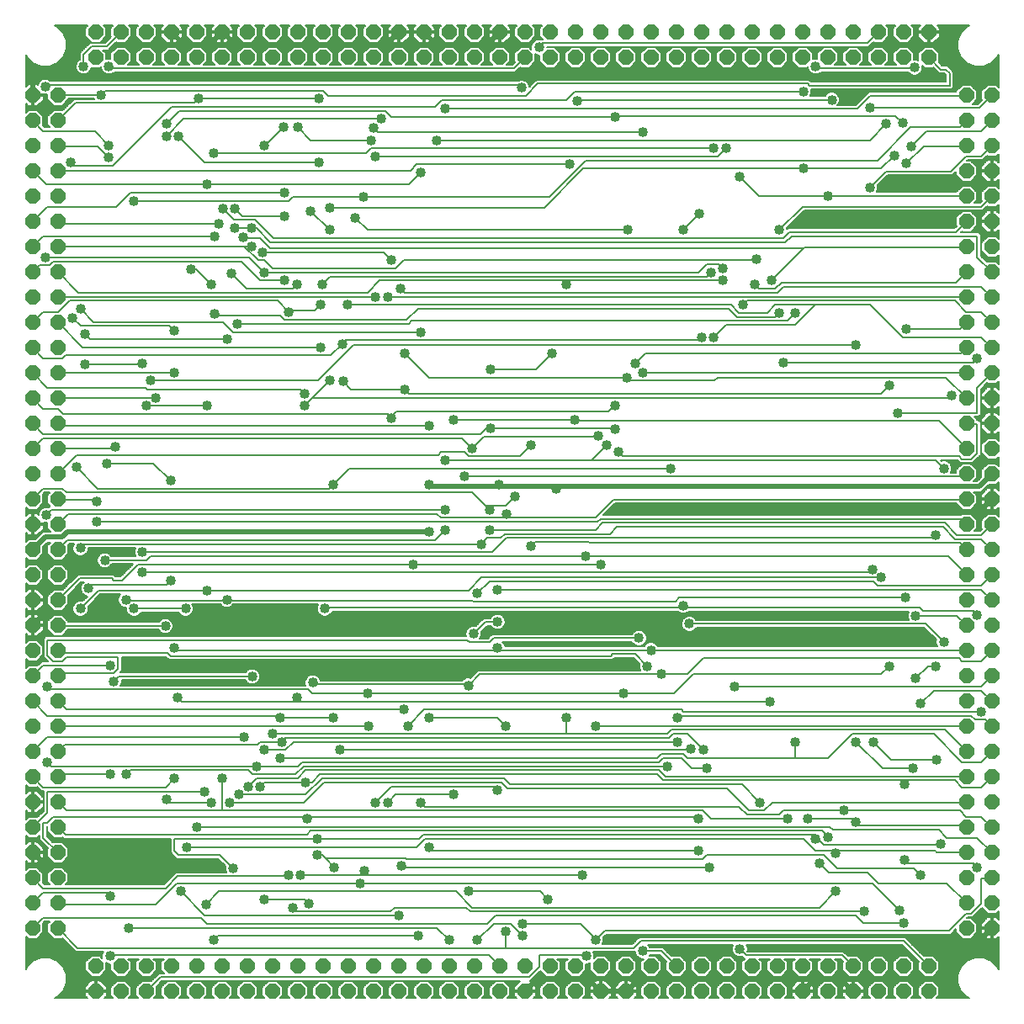
<source format=gbl>
G75*
%MOIN*%
%OFA0B0*%
%FSLAX25Y25*%
%IPPOS*%
%LPD*%
%AMOC8*
5,1,8,0,0,1.08239X$1,22.5*
%
%ADD10OC8,0.06000*%
%ADD11C,0.02000*%
%ADD12C,0.04000*%
%ADD13C,0.00600*%
%ADD14C,0.00800*%
D10*
X0036300Y0011300D03*
X0036300Y0021300D03*
X0046300Y0021300D03*
X0056300Y0021300D03*
X0056300Y0011300D03*
X0046300Y0011300D03*
X0066300Y0011300D03*
X0076300Y0011300D03*
X0076300Y0021300D03*
X0066300Y0021300D03*
X0086300Y0021300D03*
X0096300Y0021300D03*
X0096300Y0011300D03*
X0086300Y0011300D03*
X0106300Y0011300D03*
X0116300Y0011300D03*
X0126300Y0011300D03*
X0126300Y0021300D03*
X0116300Y0021300D03*
X0106300Y0021300D03*
X0136300Y0021300D03*
X0146300Y0021300D03*
X0146300Y0011300D03*
X0136300Y0011300D03*
X0156300Y0011300D03*
X0166300Y0011300D03*
X0166300Y0021300D03*
X0156300Y0021300D03*
X0176300Y0021300D03*
X0186300Y0021300D03*
X0186300Y0011300D03*
X0176300Y0011300D03*
X0196300Y0011300D03*
X0206300Y0011300D03*
X0206300Y0021300D03*
X0196300Y0021300D03*
X0216300Y0021300D03*
X0226300Y0021300D03*
X0236300Y0021300D03*
X0236300Y0011300D03*
X0226300Y0011300D03*
X0216300Y0011300D03*
X0246300Y0011300D03*
X0256300Y0011300D03*
X0256300Y0021300D03*
X0246300Y0021300D03*
X0266300Y0021300D03*
X0276300Y0021300D03*
X0276300Y0011300D03*
X0266300Y0011300D03*
X0286300Y0011300D03*
X0296300Y0011300D03*
X0296300Y0021300D03*
X0286300Y0021300D03*
X0306300Y0021300D03*
X0316300Y0021300D03*
X0316300Y0011300D03*
X0306300Y0011300D03*
X0326300Y0011300D03*
X0336300Y0011300D03*
X0346300Y0011300D03*
X0346300Y0021300D03*
X0336300Y0021300D03*
X0326300Y0021300D03*
X0356300Y0021300D03*
X0366300Y0021300D03*
X0366300Y0011300D03*
X0356300Y0011300D03*
X0381300Y0036300D03*
X0381300Y0046300D03*
X0381300Y0056300D03*
X0381300Y0066300D03*
X0381300Y0076300D03*
X0381300Y0086300D03*
X0381300Y0096300D03*
X0381300Y0106300D03*
X0381300Y0116300D03*
X0381300Y0126300D03*
X0381300Y0136300D03*
X0381300Y0146300D03*
X0381300Y0156300D03*
X0381300Y0166300D03*
X0381300Y0176300D03*
X0381300Y0186300D03*
X0381300Y0196300D03*
X0381300Y0206300D03*
X0381300Y0216300D03*
X0381300Y0226300D03*
X0381300Y0236300D03*
X0381300Y0246300D03*
X0381300Y0256300D03*
X0381300Y0266300D03*
X0381300Y0276300D03*
X0381300Y0286300D03*
X0381300Y0296300D03*
X0381300Y0306300D03*
X0381300Y0316300D03*
X0381300Y0326300D03*
X0381300Y0336300D03*
X0381300Y0346300D03*
X0381300Y0356300D03*
X0381300Y0366300D03*
X0391300Y0366300D03*
X0391300Y0356300D03*
X0391300Y0346300D03*
X0391300Y0336300D03*
X0391300Y0326300D03*
X0391300Y0316300D03*
X0391300Y0306300D03*
X0391300Y0296300D03*
X0391300Y0286300D03*
X0391300Y0276300D03*
X0391300Y0266300D03*
X0391300Y0256300D03*
X0391300Y0246300D03*
X0391300Y0236300D03*
X0391300Y0226300D03*
X0391300Y0216300D03*
X0391300Y0206300D03*
X0391300Y0196300D03*
X0391300Y0186300D03*
X0391300Y0176300D03*
X0391300Y0166300D03*
X0391300Y0156300D03*
X0391300Y0146300D03*
X0391300Y0136300D03*
X0391300Y0126300D03*
X0391300Y0116300D03*
X0391300Y0106300D03*
X0391300Y0096300D03*
X0391300Y0086300D03*
X0391300Y0076300D03*
X0391300Y0066300D03*
X0391300Y0056300D03*
X0391300Y0046300D03*
X0391300Y0036300D03*
X0366300Y0381300D03*
X0356300Y0381300D03*
X0356300Y0391300D03*
X0366300Y0391300D03*
X0346300Y0391300D03*
X0336300Y0391300D03*
X0326300Y0391300D03*
X0326300Y0381300D03*
X0336300Y0381300D03*
X0346300Y0381300D03*
X0316300Y0381300D03*
X0306300Y0381300D03*
X0306300Y0391300D03*
X0316300Y0391300D03*
X0296300Y0391300D03*
X0286300Y0391300D03*
X0286300Y0381300D03*
X0296300Y0381300D03*
X0276300Y0381300D03*
X0266300Y0381300D03*
X0266300Y0391300D03*
X0276300Y0391300D03*
X0256300Y0391300D03*
X0246300Y0391300D03*
X0246300Y0381300D03*
X0256300Y0381300D03*
X0236300Y0381300D03*
X0226300Y0381300D03*
X0216300Y0381300D03*
X0216300Y0391300D03*
X0226300Y0391300D03*
X0236300Y0391300D03*
X0206300Y0391300D03*
X0196300Y0391300D03*
X0196300Y0381300D03*
X0206300Y0381300D03*
X0186300Y0381300D03*
X0176300Y0381300D03*
X0176300Y0391300D03*
X0186300Y0391300D03*
X0166300Y0391300D03*
X0156300Y0391300D03*
X0156300Y0381300D03*
X0166300Y0381300D03*
X0146300Y0381300D03*
X0136300Y0381300D03*
X0136300Y0391300D03*
X0146300Y0391300D03*
X0126300Y0391300D03*
X0116300Y0391300D03*
X0106300Y0391300D03*
X0106300Y0381300D03*
X0116300Y0381300D03*
X0126300Y0381300D03*
X0096300Y0381300D03*
X0086300Y0381300D03*
X0086300Y0391300D03*
X0096300Y0391300D03*
X0076300Y0391300D03*
X0066300Y0391300D03*
X0066300Y0381300D03*
X0076300Y0381300D03*
X0056300Y0381300D03*
X0046300Y0381300D03*
X0046300Y0391300D03*
X0056300Y0391300D03*
X0036300Y0391300D03*
X0036300Y0381300D03*
X0021300Y0366300D03*
X0021300Y0356300D03*
X0021300Y0346300D03*
X0021300Y0336300D03*
X0021300Y0326300D03*
X0021300Y0316300D03*
X0021300Y0306300D03*
X0021300Y0296300D03*
X0021300Y0286300D03*
X0021300Y0276300D03*
X0021300Y0266300D03*
X0021300Y0256300D03*
X0021300Y0246300D03*
X0021300Y0236300D03*
X0021300Y0226300D03*
X0021300Y0216300D03*
X0021300Y0206300D03*
X0021300Y0196300D03*
X0021300Y0186300D03*
X0021300Y0176300D03*
X0021300Y0166300D03*
X0021300Y0156300D03*
X0021300Y0146300D03*
X0021300Y0136300D03*
X0021300Y0126300D03*
X0021300Y0116300D03*
X0021300Y0106300D03*
X0021300Y0096300D03*
X0021300Y0086300D03*
X0021300Y0076300D03*
X0021300Y0066300D03*
X0021300Y0056300D03*
X0021300Y0046300D03*
X0021300Y0036300D03*
X0011300Y0036300D03*
X0011300Y0046300D03*
X0011300Y0056300D03*
X0011300Y0066300D03*
X0011300Y0076300D03*
X0011300Y0086300D03*
X0011300Y0096300D03*
X0011300Y0106300D03*
X0011300Y0116300D03*
X0011300Y0126300D03*
X0011300Y0136300D03*
X0011300Y0146300D03*
X0011300Y0156300D03*
X0011300Y0166300D03*
X0011300Y0176300D03*
X0011300Y0186300D03*
X0011300Y0196300D03*
X0011300Y0206300D03*
X0011300Y0216300D03*
X0011300Y0226300D03*
X0011300Y0236300D03*
X0011300Y0246300D03*
X0011300Y0256300D03*
X0011300Y0266300D03*
X0011300Y0276300D03*
X0011300Y0286300D03*
X0011300Y0296300D03*
X0011300Y0306300D03*
X0011300Y0316300D03*
X0011300Y0326300D03*
X0011300Y0336300D03*
X0011300Y0346300D03*
X0011300Y0356300D03*
X0011300Y0366300D03*
D11*
X0011500Y0366500D01*
X0011500Y0373700D01*
X0149500Y0373700D01*
X0150300Y0373300D01*
X0371500Y0373300D01*
X0391300Y0216300D02*
X0386300Y0211300D01*
X0218700Y0211300D01*
X0218700Y0210500D01*
X0218700Y0211300D02*
X0195900Y0211300D01*
X0195900Y0212100D01*
X0195900Y0211300D02*
X0169100Y0211300D01*
X0168300Y0212100D01*
X0168300Y0193300D02*
X0025100Y0193300D01*
X0023100Y0191300D01*
X0016300Y0191300D01*
X0011300Y0186300D01*
X0016300Y0161300D02*
X0026300Y0161300D01*
X0028700Y0158900D01*
X0061100Y0158900D01*
X0062300Y0160100D01*
X0069100Y0160100D01*
X0075500Y0153700D01*
X0080300Y0153700D01*
X0080300Y0140100D02*
X0211900Y0140100D01*
X0212700Y0140500D01*
X0213900Y0141700D01*
X0242700Y0141700D01*
X0247900Y0201300D02*
X0386300Y0201300D01*
X0391300Y0206300D01*
X0247900Y0201300D02*
X0247500Y0201700D01*
X0078700Y0062100D02*
X0075900Y0059300D01*
X0026300Y0059300D01*
X0025700Y0058700D01*
X0027100Y0057300D01*
X0025700Y0058700D02*
X0023100Y0061300D01*
X0016300Y0061300D01*
X0011300Y0066300D01*
X0011300Y0156300D02*
X0016300Y0161300D01*
X0206300Y0011300D02*
X0211100Y0016100D01*
X0231500Y0016100D01*
X0236300Y0011300D01*
X0246300Y0011300D01*
X0247100Y0011700D01*
X0251500Y0016100D01*
X0319900Y0016100D01*
X0320500Y0015500D01*
X0316300Y0011300D01*
X0320500Y0015500D02*
X0321100Y0016100D01*
X0331500Y0016100D01*
X0332100Y0015500D01*
X0332700Y0016100D01*
X0371100Y0016100D01*
X0391300Y0036300D01*
X0336300Y0011300D02*
X0332100Y0015500D01*
X0191500Y0386500D02*
X0171100Y0386500D01*
X0166300Y0391300D01*
X0156300Y0391300D02*
X0151500Y0386500D01*
X0091500Y0386500D01*
X0087100Y0390900D01*
X0086300Y0391300D01*
X0081500Y0386500D01*
X0071100Y0386500D01*
X0066300Y0391300D01*
X0191500Y0386500D02*
X0196300Y0391300D01*
D12*
X0211900Y0385300D03*
X0205100Y0369300D03*
X0227100Y0364100D03*
X0241900Y0357700D03*
X0253100Y0351700D03*
X0281100Y0345300D03*
X0285900Y0345300D03*
X0291500Y0334100D03*
X0275500Y0319300D03*
X0269100Y0312900D03*
X0279900Y0296100D03*
X0284700Y0297700D03*
X0284700Y0292900D03*
X0292700Y0283300D03*
X0297500Y0291300D03*
X0303900Y0292900D03*
X0297900Y0301300D03*
X0307100Y0312900D03*
X0326300Y0326500D03*
X0316700Y0337300D03*
X0343100Y0329700D03*
X0357500Y0339300D03*
X0352700Y0342500D03*
X0359500Y0346100D03*
X0355900Y0355300D03*
X0349500Y0354900D03*
X0343100Y0361300D03*
X0327900Y0364500D03*
X0316700Y0367700D03*
X0321500Y0377700D03*
X0360700Y0377300D03*
X0371500Y0373300D03*
X0313500Y0280100D03*
X0307100Y0280100D03*
X0308700Y0260500D03*
X0281100Y0270500D03*
X0276300Y0270500D03*
X0253100Y0256500D03*
X0249900Y0260100D03*
X0246700Y0254500D03*
X0241900Y0243300D03*
X0241900Y0234100D03*
X0235500Y0231300D03*
X0238700Y0227700D03*
X0243500Y0224900D03*
X0225900Y0237700D03*
X0208700Y0227700D03*
X0192700Y0234500D03*
X0185500Y0226500D03*
X0182300Y0215300D03*
X0174700Y0221700D03*
X0168300Y0212100D03*
X0174700Y0202100D03*
X0174700Y0194100D03*
X0168300Y0193300D03*
X0161900Y0180500D03*
X0187500Y0168900D03*
X0195500Y0170500D03*
X0195500Y0157700D03*
X0185900Y0152900D03*
X0195500Y0147300D03*
X0211900Y0140100D03*
X0222700Y0119700D03*
X0234300Y0116500D03*
X0245500Y0129300D03*
X0254700Y0140100D03*
X0260300Y0136900D03*
X0256300Y0146500D03*
X0251500Y0151300D03*
X0242700Y0141700D03*
X0266700Y0119700D03*
X0266700Y0110100D03*
X0271900Y0107300D03*
X0277100Y0106900D03*
X0278300Y0099700D03*
X0262700Y0100500D03*
X0275100Y0079700D03*
X0275100Y0066900D03*
X0279500Y0060500D03*
X0299500Y0086100D03*
X0310300Y0079700D03*
X0318300Y0079700D03*
X0321500Y0071700D03*
X0326300Y0072500D03*
X0329500Y0066100D03*
X0323100Y0062100D03*
X0329500Y0050900D03*
X0340700Y0042900D03*
X0354700Y0043300D03*
X0356300Y0038500D03*
X0363100Y0057300D03*
X0356700Y0063300D03*
X0371100Y0069700D03*
X0385500Y0060500D03*
X0356700Y0093300D03*
X0359900Y0099700D03*
X0369500Y0102900D03*
X0387100Y0122100D03*
X0369100Y0140100D03*
X0361100Y0135300D03*
X0363100Y0125300D03*
X0350700Y0140100D03*
X0361100Y0160100D03*
X0357100Y0167300D03*
X0347500Y0175300D03*
X0343900Y0178500D03*
X0369100Y0192100D03*
X0372300Y0218500D03*
X0353900Y0240500D03*
X0350700Y0251300D03*
X0337500Y0267300D03*
X0357500Y0273700D03*
X0375500Y0247300D03*
X0385500Y0262100D03*
X0385500Y0160500D03*
X0372300Y0149700D03*
X0344300Y0110100D03*
X0337500Y0110100D03*
X0313500Y0110100D03*
X0303500Y0126100D03*
X0289500Y0132100D03*
X0271500Y0156900D03*
X0269100Y0164100D03*
X0236300Y0180500D03*
X0230300Y0183700D03*
X0208700Y0187700D03*
X0199100Y0200500D03*
X0192300Y0202100D03*
X0192300Y0194100D03*
X0189100Y0188500D03*
X0202300Y0207300D03*
X0195900Y0212100D03*
X0218700Y0210500D03*
X0247500Y0201700D03*
X0263900Y0218500D03*
X0217100Y0264100D03*
X0192700Y0257700D03*
X0177900Y0237700D03*
X0168300Y0235300D03*
X0153500Y0238500D03*
X0158700Y0249700D03*
X0158700Y0264100D03*
X0165100Y0272500D03*
X0157100Y0289700D03*
X0151900Y0286500D03*
X0147100Y0286500D03*
X0135900Y0283300D03*
X0125500Y0283300D03*
X0125900Y0291300D03*
X0115900Y0291300D03*
X0111100Y0292900D03*
X0103100Y0296100D03*
X0102300Y0304100D03*
X0097900Y0306500D03*
X0094700Y0310100D03*
X0091500Y0313700D03*
X0097900Y0313700D03*
X0091500Y0321300D03*
X0086700Y0321300D03*
X0085100Y0315300D03*
X0083500Y0310500D03*
X0089900Y0295700D03*
X0081900Y0291300D03*
X0073900Y0297300D03*
X0083500Y0279700D03*
X0092300Y0275700D03*
X0088300Y0269700D03*
X0067500Y0272900D03*
X0054700Y0260100D03*
X0057900Y0253300D03*
X0059900Y0246500D03*
X0056300Y0243300D03*
X0067500Y0256500D03*
X0080300Y0243300D03*
X0065900Y0213700D03*
X0043900Y0226900D03*
X0040700Y0220500D03*
X0028700Y0218900D03*
X0036700Y0205300D03*
X0036700Y0197300D03*
X0030300Y0186900D03*
X0039900Y0182100D03*
X0033500Y0170900D03*
X0030300Y0162900D03*
X0048300Y0166500D03*
X0051500Y0162900D03*
X0063900Y0156100D03*
X0067500Y0147300D03*
X0080300Y0153700D03*
X0071900Y0162900D03*
X0080300Y0170100D03*
X0088300Y0166500D03*
X0065900Y0174100D03*
X0054700Y0177300D03*
X0054700Y0185300D03*
X0016700Y0200100D03*
X0031900Y0259700D03*
X0031900Y0271700D03*
X0027100Y0278100D03*
X0030300Y0281700D03*
X0016300Y0302100D03*
X0026300Y0339700D03*
X0041500Y0341700D03*
X0041500Y0346500D03*
X0038300Y0366500D03*
X0041500Y0377700D03*
X0031500Y0377700D03*
X0016300Y0369700D03*
X0051500Y0324500D03*
X0064300Y0350100D03*
X0069100Y0350100D03*
X0064300Y0354900D03*
X0077100Y0364900D03*
X0083100Y0343300D03*
X0080300Y0330900D03*
X0103100Y0346500D03*
X0110700Y0353700D03*
X0116300Y0353700D03*
X0124700Y0364900D03*
X0146300Y0353300D03*
X0149500Y0356900D03*
X0145500Y0348500D03*
X0147100Y0342100D03*
X0142300Y0326100D03*
X0139100Y0317700D03*
X0129100Y0321700D03*
X0121500Y0320500D03*
X0111100Y0318500D03*
X0111100Y0327700D03*
X0124700Y0339700D03*
X0129100Y0312900D03*
X0153500Y0300900D03*
X0133900Y0267700D03*
X0125500Y0266500D03*
X0112700Y0280500D03*
X0129100Y0253300D03*
X0134300Y0252900D03*
X0119100Y0248100D03*
X0119100Y0243300D03*
X0130300Y0212100D03*
X0127100Y0162900D03*
X0122300Y0133700D03*
X0115900Y0127700D03*
X0109500Y0119700D03*
X0106300Y0113300D03*
X0109900Y0110100D03*
X0103100Y0106900D03*
X0109500Y0103700D03*
X0099900Y0100500D03*
X0101500Y0092500D03*
X0096700Y0092500D03*
X0093100Y0089300D03*
X0089500Y0086100D03*
X0081900Y0086100D03*
X0079500Y0090500D03*
X0086300Y0095700D03*
X0095100Y0112100D03*
X0098300Y0136100D03*
X0080300Y0140100D03*
X0068700Y0127700D03*
X0043500Y0134100D03*
X0041900Y0140500D03*
X0017100Y0132100D03*
X0017100Y0102100D03*
X0041900Y0097300D03*
X0048300Y0097300D03*
X0064300Y0087300D03*
X0067500Y0095700D03*
X0076300Y0076500D03*
X0072300Y0068500D03*
X0078700Y0062100D03*
X0090700Y0060100D03*
X0103100Y0047700D03*
X0114300Y0044500D03*
X0120700Y0046100D03*
X0117500Y0057300D03*
X0112700Y0057300D03*
X0123900Y0065300D03*
X0123900Y0071700D03*
X0119900Y0079700D03*
X0119500Y0094100D03*
X0133100Y0106900D03*
X0130300Y0119700D03*
X0144300Y0116500D03*
X0158300Y0122900D03*
X0159900Y0116500D03*
X0168300Y0119700D03*
X0183900Y0132500D03*
X0198700Y0116500D03*
X0195500Y0090900D03*
X0177900Y0089300D03*
X0165100Y0086100D03*
X0151900Y0086100D03*
X0147100Y0086100D03*
X0168300Y0068500D03*
X0157500Y0060900D03*
X0142700Y0058900D03*
X0141100Y0054100D03*
X0130700Y0060500D03*
X0156300Y0041300D03*
X0163900Y0033300D03*
X0176300Y0031700D03*
X0187500Y0031700D03*
X0198700Y0034900D03*
X0205500Y0033300D03*
X0205500Y0038100D03*
X0215500Y0047700D03*
X0229100Y0057300D03*
X0234300Y0031700D03*
X0230700Y0025300D03*
X0253100Y0027300D03*
X0291500Y0028100D03*
X0337500Y0078500D03*
X0332700Y0082900D03*
X0183900Y0050900D03*
X0143900Y0129300D03*
X0069900Y0050900D03*
X0079900Y0045700D03*
X0083100Y0031700D03*
X0049500Y0036500D03*
X0041900Y0025300D03*
X0041900Y0048900D03*
X0027100Y0057300D03*
X0222700Y0291300D03*
X0247100Y0312900D03*
X0223900Y0338900D03*
X0171500Y0348500D03*
X0174700Y0360900D03*
X0165100Y0335700D03*
X0149500Y0373700D03*
D13*
X0008600Y0033202D02*
X0008600Y0020053D01*
X0009052Y0021143D01*
X0011457Y0023548D01*
X0014599Y0024850D01*
X0018001Y0024850D01*
X0021143Y0023548D01*
X0023548Y0021143D01*
X0024850Y0018001D01*
X0024850Y0014599D01*
X0023548Y0011457D01*
X0021143Y0009052D01*
X0020053Y0008600D01*
X0032919Y0008600D01*
X0032000Y0009519D01*
X0032000Y0011000D01*
X0036000Y0011000D01*
X0036000Y0011600D01*
X0036000Y0015600D01*
X0034519Y0015600D01*
X0032000Y0013081D01*
X0032000Y0011600D01*
X0036000Y0011600D01*
X0036600Y0011600D01*
X0036600Y0015600D01*
X0038081Y0015600D01*
X0040600Y0013081D01*
X0040600Y0011600D01*
X0036600Y0011600D01*
X0036600Y0011000D01*
X0040600Y0011000D01*
X0040600Y0009519D01*
X0039681Y0008600D01*
X0043202Y0008600D01*
X0042200Y0009602D01*
X0042200Y0012998D01*
X0044602Y0015400D01*
X0047998Y0015400D01*
X0050400Y0012998D01*
X0050400Y0009602D01*
X0049398Y0008600D01*
X0053202Y0008600D01*
X0052200Y0009602D01*
X0052200Y0012998D01*
X0054602Y0015400D01*
X0057998Y0015400D01*
X0058138Y0015260D01*
X0060400Y0017521D01*
X0061279Y0018400D01*
X0063402Y0018400D01*
X0062200Y0019602D01*
X0062200Y0022998D01*
X0063402Y0024200D01*
X0059198Y0024200D01*
X0060400Y0022998D01*
X0060400Y0019602D01*
X0057998Y0017200D01*
X0054602Y0017200D01*
X0052200Y0019602D01*
X0052200Y0022998D01*
X0053402Y0024200D01*
X0049198Y0024200D01*
X0050400Y0022998D01*
X0050400Y0019602D01*
X0047998Y0017200D01*
X0044602Y0017200D01*
X0042200Y0019602D01*
X0042200Y0022200D01*
X0041283Y0022200D01*
X0040400Y0022566D01*
X0040400Y0019602D01*
X0037998Y0017200D01*
X0034602Y0017200D01*
X0032200Y0019602D01*
X0032200Y0022998D01*
X0034602Y0025400D01*
X0037998Y0025400D01*
X0038860Y0024538D01*
X0038800Y0024683D01*
X0038800Y0025917D01*
X0039249Y0027000D01*
X0028479Y0027000D01*
X0027600Y0027879D01*
X0023138Y0032340D01*
X0022998Y0032200D01*
X0019602Y0032200D01*
X0017200Y0034602D01*
X0017200Y0037998D01*
X0018202Y0039000D01*
X0016121Y0039000D01*
X0015260Y0038138D01*
X0015400Y0037998D01*
X0015400Y0034602D01*
X0012998Y0032200D01*
X0009602Y0032200D01*
X0008600Y0033202D01*
X0008600Y0032846D02*
X0008955Y0032846D01*
X0008600Y0032248D02*
X0009554Y0032248D01*
X0008600Y0031649D02*
X0023829Y0031649D01*
X0024428Y0031051D02*
X0008600Y0031051D01*
X0008600Y0030452D02*
X0025026Y0030452D01*
X0025625Y0029854D02*
X0008600Y0029854D01*
X0008600Y0029255D02*
X0026223Y0029255D01*
X0026822Y0028657D02*
X0008600Y0028657D01*
X0008600Y0028058D02*
X0027420Y0028058D01*
X0028019Y0027460D02*
X0008600Y0027460D01*
X0008600Y0026861D02*
X0039191Y0026861D01*
X0038943Y0026263D02*
X0008600Y0026263D01*
X0008600Y0025664D02*
X0038800Y0025664D01*
X0038800Y0025066D02*
X0038332Y0025066D01*
X0040400Y0022073D02*
X0042200Y0022073D01*
X0042200Y0021475D02*
X0040400Y0021475D01*
X0040400Y0020876D02*
X0042200Y0020876D01*
X0042200Y0020278D02*
X0040400Y0020278D01*
X0040400Y0019679D02*
X0042200Y0019679D01*
X0042721Y0019081D02*
X0039879Y0019081D01*
X0039280Y0018482D02*
X0043320Y0018482D01*
X0043918Y0017884D02*
X0038682Y0017884D01*
X0038083Y0017285D02*
X0044517Y0017285D01*
X0044093Y0014891D02*
X0038790Y0014891D01*
X0039389Y0014293D02*
X0043494Y0014293D01*
X0042896Y0013694D02*
X0039987Y0013694D01*
X0040586Y0013096D02*
X0042297Y0013096D01*
X0042200Y0012497D02*
X0040600Y0012497D01*
X0040600Y0011899D02*
X0042200Y0011899D01*
X0042200Y0011300D02*
X0036600Y0011300D01*
X0036600Y0011899D02*
X0036000Y0011899D01*
X0036000Y0012497D02*
X0036600Y0012497D01*
X0036600Y0013096D02*
X0036000Y0013096D01*
X0036000Y0013694D02*
X0036600Y0013694D01*
X0036600Y0014293D02*
X0036000Y0014293D01*
X0036000Y0014891D02*
X0036600Y0014891D01*
X0036600Y0015490D02*
X0036000Y0015490D01*
X0034408Y0015490D02*
X0024850Y0015490D01*
X0024850Y0016088D02*
X0058967Y0016088D01*
X0059565Y0016687D02*
X0024850Y0016687D01*
X0024850Y0017285D02*
X0034517Y0017285D01*
X0033918Y0017884D02*
X0024850Y0017884D01*
X0024651Y0018482D02*
X0033320Y0018482D01*
X0032721Y0019081D02*
X0024403Y0019081D01*
X0024155Y0019679D02*
X0032200Y0019679D01*
X0032200Y0020278D02*
X0023907Y0020278D01*
X0023659Y0020876D02*
X0032200Y0020876D01*
X0032200Y0021475D02*
X0023217Y0021475D01*
X0022618Y0022073D02*
X0032200Y0022073D01*
X0032200Y0022672D02*
X0022020Y0022672D01*
X0021421Y0023270D02*
X0032472Y0023270D01*
X0033070Y0023869D02*
X0020370Y0023869D01*
X0018925Y0024467D02*
X0033669Y0024467D01*
X0034267Y0025066D02*
X0008600Y0025066D01*
X0008600Y0024467D02*
X0013675Y0024467D01*
X0012230Y0023869D02*
X0008600Y0023869D01*
X0008600Y0023270D02*
X0011179Y0023270D01*
X0010580Y0022672D02*
X0008600Y0022672D01*
X0008600Y0022073D02*
X0009982Y0022073D01*
X0009383Y0021475D02*
X0008600Y0021475D01*
X0008600Y0020876D02*
X0008941Y0020876D01*
X0008693Y0020278D02*
X0008600Y0020278D01*
X0013046Y0032248D02*
X0019554Y0032248D01*
X0018955Y0032846D02*
X0013645Y0032846D01*
X0014243Y0033445D02*
X0018357Y0033445D01*
X0017758Y0034043D02*
X0014842Y0034043D01*
X0015400Y0034642D02*
X0017200Y0034642D01*
X0017200Y0035240D02*
X0015400Y0035240D01*
X0015400Y0035839D02*
X0017200Y0035839D01*
X0017200Y0036437D02*
X0015400Y0036437D01*
X0015400Y0037036D02*
X0017200Y0037036D01*
X0017200Y0037634D02*
X0015400Y0037634D01*
X0015354Y0038233D02*
X0017435Y0038233D01*
X0018033Y0038832D02*
X0015953Y0038832D01*
X0023046Y0032248D02*
X0023231Y0032248D01*
X0024850Y0014891D02*
X0033810Y0014891D01*
X0033211Y0014293D02*
X0024723Y0014293D01*
X0024475Y0013694D02*
X0032613Y0013694D01*
X0032014Y0013096D02*
X0024227Y0013096D01*
X0023979Y0012497D02*
X0032000Y0012497D01*
X0032000Y0011899D02*
X0023731Y0011899D01*
X0023392Y0011300D02*
X0036000Y0011300D01*
X0032000Y0010701D02*
X0022793Y0010701D01*
X0022195Y0010103D02*
X0032000Y0010103D01*
X0032014Y0009504D02*
X0021596Y0009504D01*
X0020791Y0008906D02*
X0032613Y0008906D01*
X0039987Y0008906D02*
X0042896Y0008906D01*
X0042297Y0009504D02*
X0040586Y0009504D01*
X0040600Y0010103D02*
X0042200Y0010103D01*
X0042200Y0010701D02*
X0040600Y0010701D01*
X0038192Y0015490D02*
X0058368Y0015490D01*
X0058083Y0017285D02*
X0060164Y0017285D01*
X0060762Y0017884D02*
X0058682Y0017884D01*
X0059280Y0018482D02*
X0063320Y0018482D01*
X0062721Y0019081D02*
X0059879Y0019081D01*
X0060400Y0019679D02*
X0062200Y0019679D01*
X0062200Y0020278D02*
X0060400Y0020278D01*
X0060400Y0020876D02*
X0062200Y0020876D01*
X0062200Y0021475D02*
X0060400Y0021475D01*
X0060400Y0022073D02*
X0062200Y0022073D01*
X0062200Y0022672D02*
X0060400Y0022672D01*
X0060128Y0023270D02*
X0062472Y0023270D01*
X0063070Y0023869D02*
X0059530Y0023869D01*
X0053070Y0023869D02*
X0049530Y0023869D01*
X0050128Y0023270D02*
X0052472Y0023270D01*
X0052200Y0022672D02*
X0050400Y0022672D01*
X0050400Y0022073D02*
X0052200Y0022073D01*
X0052200Y0021475D02*
X0050400Y0021475D01*
X0050400Y0020876D02*
X0052200Y0020876D01*
X0052200Y0020278D02*
X0050400Y0020278D01*
X0050400Y0019679D02*
X0052200Y0019679D01*
X0052721Y0019081D02*
X0049879Y0019081D01*
X0049280Y0018482D02*
X0053320Y0018482D01*
X0053918Y0017884D02*
X0048682Y0017884D01*
X0048083Y0017285D02*
X0054517Y0017285D01*
X0054093Y0014891D02*
X0048507Y0014891D01*
X0049106Y0014293D02*
X0053494Y0014293D01*
X0052896Y0013694D02*
X0049704Y0013694D01*
X0050303Y0013096D02*
X0052297Y0013096D01*
X0052200Y0012497D02*
X0050400Y0012497D01*
X0050400Y0011899D02*
X0052200Y0011899D01*
X0052200Y0011300D02*
X0050400Y0011300D01*
X0050400Y0010701D02*
X0052200Y0010701D01*
X0052200Y0010103D02*
X0050400Y0010103D01*
X0050303Y0009504D02*
X0052297Y0009504D01*
X0052896Y0008906D02*
X0049704Y0008906D01*
X0059398Y0008600D02*
X0060400Y0009602D01*
X0060400Y0012998D01*
X0060260Y0013138D01*
X0062521Y0015400D01*
X0204319Y0015400D01*
X0202000Y0013081D01*
X0202000Y0011600D01*
X0206000Y0011600D01*
X0206000Y0011000D01*
X0202000Y0011000D01*
X0202000Y0009519D01*
X0202919Y0008600D01*
X0199398Y0008600D01*
X0200400Y0009602D01*
X0200400Y0012998D01*
X0197998Y0015400D01*
X0194602Y0015400D01*
X0192200Y0012998D01*
X0192200Y0009602D01*
X0193202Y0008600D01*
X0189398Y0008600D01*
X0190400Y0009602D01*
X0190400Y0012998D01*
X0187998Y0015400D01*
X0184602Y0015400D01*
X0182200Y0012998D01*
X0182200Y0009602D01*
X0183202Y0008600D01*
X0179398Y0008600D01*
X0180400Y0009602D01*
X0180400Y0012998D01*
X0177998Y0015400D01*
X0174602Y0015400D01*
X0172200Y0012998D01*
X0172200Y0009602D01*
X0173202Y0008600D01*
X0169398Y0008600D01*
X0170400Y0009602D01*
X0170400Y0012998D01*
X0167998Y0015400D01*
X0164602Y0015400D01*
X0162200Y0012998D01*
X0162200Y0009602D01*
X0163202Y0008600D01*
X0159398Y0008600D01*
X0160400Y0009602D01*
X0160400Y0012998D01*
X0157998Y0015400D01*
X0154602Y0015400D01*
X0152200Y0012998D01*
X0152200Y0009602D01*
X0153202Y0008600D01*
X0149398Y0008600D01*
X0150400Y0009602D01*
X0150400Y0012998D01*
X0147998Y0015400D01*
X0144602Y0015400D01*
X0142200Y0012998D01*
X0142200Y0009602D01*
X0143202Y0008600D01*
X0139398Y0008600D01*
X0140400Y0009602D01*
X0140400Y0012998D01*
X0137998Y0015400D01*
X0134602Y0015400D01*
X0132200Y0012998D01*
X0132200Y0009602D01*
X0133202Y0008600D01*
X0129398Y0008600D01*
X0130400Y0009602D01*
X0130400Y0012998D01*
X0127998Y0015400D01*
X0124602Y0015400D01*
X0122200Y0012998D01*
X0122200Y0009602D01*
X0123202Y0008600D01*
X0119398Y0008600D01*
X0120400Y0009602D01*
X0120400Y0012998D01*
X0117998Y0015400D01*
X0114602Y0015400D01*
X0112200Y0012998D01*
X0112200Y0009602D01*
X0113202Y0008600D01*
X0109398Y0008600D01*
X0110400Y0009602D01*
X0110400Y0012998D01*
X0107998Y0015400D01*
X0104602Y0015400D01*
X0102200Y0012998D01*
X0102200Y0009602D01*
X0103202Y0008600D01*
X0099398Y0008600D01*
X0100400Y0009602D01*
X0100400Y0012998D01*
X0097998Y0015400D01*
X0094602Y0015400D01*
X0092200Y0012998D01*
X0092200Y0009602D01*
X0093202Y0008600D01*
X0089398Y0008600D01*
X0090400Y0009602D01*
X0090400Y0012998D01*
X0087998Y0015400D01*
X0084602Y0015400D01*
X0082200Y0012998D01*
X0082200Y0009602D01*
X0083202Y0008600D01*
X0079398Y0008600D01*
X0080400Y0009602D01*
X0080400Y0012998D01*
X0077998Y0015400D01*
X0074602Y0015400D01*
X0072200Y0012998D01*
X0072200Y0009602D01*
X0073202Y0008600D01*
X0069398Y0008600D01*
X0070400Y0009602D01*
X0070400Y0012998D01*
X0067998Y0015400D01*
X0064602Y0015400D01*
X0062200Y0012998D01*
X0062200Y0009602D01*
X0063202Y0008600D01*
X0059398Y0008600D01*
X0059704Y0008906D02*
X0062896Y0008906D01*
X0062297Y0009504D02*
X0060303Y0009504D01*
X0060400Y0010103D02*
X0062200Y0010103D01*
X0062200Y0010701D02*
X0060400Y0010701D01*
X0060400Y0011300D02*
X0062200Y0011300D01*
X0062200Y0011899D02*
X0060400Y0011899D01*
X0060400Y0012497D02*
X0062200Y0012497D01*
X0062297Y0013096D02*
X0060303Y0013096D01*
X0060815Y0013694D02*
X0062896Y0013694D01*
X0063494Y0014293D02*
X0061414Y0014293D01*
X0062012Y0014891D02*
X0064093Y0014891D01*
X0068507Y0014891D02*
X0074093Y0014891D01*
X0073494Y0014293D02*
X0069106Y0014293D01*
X0069704Y0013694D02*
X0072896Y0013694D01*
X0072297Y0013096D02*
X0070303Y0013096D01*
X0070400Y0012497D02*
X0072200Y0012497D01*
X0072200Y0011899D02*
X0070400Y0011899D01*
X0070400Y0011300D02*
X0072200Y0011300D01*
X0072200Y0010701D02*
X0070400Y0010701D01*
X0070400Y0010103D02*
X0072200Y0010103D01*
X0072297Y0009504D02*
X0070303Y0009504D01*
X0069704Y0008906D02*
X0072896Y0008906D01*
X0079704Y0008906D02*
X0082896Y0008906D01*
X0082297Y0009504D02*
X0080303Y0009504D01*
X0080400Y0010103D02*
X0082200Y0010103D01*
X0082200Y0010701D02*
X0080400Y0010701D01*
X0080400Y0011300D02*
X0082200Y0011300D01*
X0082200Y0011899D02*
X0080400Y0011899D01*
X0080400Y0012497D02*
X0082200Y0012497D01*
X0082297Y0013096D02*
X0080303Y0013096D01*
X0079704Y0013694D02*
X0082896Y0013694D01*
X0083494Y0014293D02*
X0079106Y0014293D01*
X0078507Y0014891D02*
X0084093Y0014891D01*
X0088507Y0014891D02*
X0094093Y0014891D01*
X0093494Y0014293D02*
X0089106Y0014293D01*
X0089704Y0013694D02*
X0092896Y0013694D01*
X0092297Y0013096D02*
X0090303Y0013096D01*
X0090400Y0012497D02*
X0092200Y0012497D01*
X0092200Y0011899D02*
X0090400Y0011899D01*
X0090400Y0011300D02*
X0092200Y0011300D01*
X0092200Y0010701D02*
X0090400Y0010701D01*
X0090400Y0010103D02*
X0092200Y0010103D01*
X0092297Y0009504D02*
X0090303Y0009504D01*
X0089704Y0008906D02*
X0092896Y0008906D01*
X0099704Y0008906D02*
X0102896Y0008906D01*
X0102297Y0009504D02*
X0100303Y0009504D01*
X0100400Y0010103D02*
X0102200Y0010103D01*
X0102200Y0010701D02*
X0100400Y0010701D01*
X0100400Y0011300D02*
X0102200Y0011300D01*
X0102200Y0011899D02*
X0100400Y0011899D01*
X0100400Y0012497D02*
X0102200Y0012497D01*
X0102297Y0013096D02*
X0100303Y0013096D01*
X0099704Y0013694D02*
X0102896Y0013694D01*
X0103494Y0014293D02*
X0099106Y0014293D01*
X0098507Y0014891D02*
X0104093Y0014891D01*
X0108507Y0014891D02*
X0114093Y0014891D01*
X0113494Y0014293D02*
X0109106Y0014293D01*
X0109704Y0013694D02*
X0112896Y0013694D01*
X0112297Y0013096D02*
X0110303Y0013096D01*
X0110400Y0012497D02*
X0112200Y0012497D01*
X0112200Y0011899D02*
X0110400Y0011899D01*
X0110400Y0011300D02*
X0112200Y0011300D01*
X0112200Y0010701D02*
X0110400Y0010701D01*
X0110400Y0010103D02*
X0112200Y0010103D01*
X0112297Y0009504D02*
X0110303Y0009504D01*
X0109704Y0008906D02*
X0112896Y0008906D01*
X0119704Y0008906D02*
X0122896Y0008906D01*
X0122297Y0009504D02*
X0120303Y0009504D01*
X0120400Y0010103D02*
X0122200Y0010103D01*
X0122200Y0010701D02*
X0120400Y0010701D01*
X0120400Y0011300D02*
X0122200Y0011300D01*
X0122200Y0011899D02*
X0120400Y0011899D01*
X0120400Y0012497D02*
X0122200Y0012497D01*
X0122297Y0013096D02*
X0120303Y0013096D01*
X0119704Y0013694D02*
X0122896Y0013694D01*
X0123494Y0014293D02*
X0119106Y0014293D01*
X0118507Y0014891D02*
X0124093Y0014891D01*
X0128507Y0014891D02*
X0134093Y0014891D01*
X0133494Y0014293D02*
X0129106Y0014293D01*
X0129704Y0013694D02*
X0132896Y0013694D01*
X0132297Y0013096D02*
X0130303Y0013096D01*
X0130400Y0012497D02*
X0132200Y0012497D01*
X0132200Y0011899D02*
X0130400Y0011899D01*
X0130400Y0011300D02*
X0132200Y0011300D01*
X0132200Y0010701D02*
X0130400Y0010701D01*
X0130400Y0010103D02*
X0132200Y0010103D01*
X0132297Y0009504D02*
X0130303Y0009504D01*
X0129704Y0008906D02*
X0132896Y0008906D01*
X0138507Y0014891D02*
X0144093Y0014891D01*
X0143494Y0014293D02*
X0139106Y0014293D01*
X0139704Y0013694D02*
X0142896Y0013694D01*
X0142297Y0013096D02*
X0140303Y0013096D01*
X0140400Y0012497D02*
X0142200Y0012497D01*
X0142200Y0011899D02*
X0140400Y0011899D01*
X0140400Y0011300D02*
X0142200Y0011300D01*
X0142200Y0010701D02*
X0140400Y0010701D01*
X0140400Y0010103D02*
X0142200Y0010103D01*
X0142297Y0009504D02*
X0140303Y0009504D01*
X0139704Y0008906D02*
X0142896Y0008906D01*
X0149704Y0008906D02*
X0152896Y0008906D01*
X0152297Y0009504D02*
X0150303Y0009504D01*
X0150400Y0010103D02*
X0152200Y0010103D01*
X0152200Y0010701D02*
X0150400Y0010701D01*
X0150400Y0011300D02*
X0152200Y0011300D01*
X0152200Y0011899D02*
X0150400Y0011899D01*
X0150400Y0012497D02*
X0152200Y0012497D01*
X0152297Y0013096D02*
X0150303Y0013096D01*
X0149704Y0013694D02*
X0152896Y0013694D01*
X0153494Y0014293D02*
X0149106Y0014293D01*
X0148507Y0014891D02*
X0154093Y0014891D01*
X0158507Y0014891D02*
X0164093Y0014891D01*
X0163494Y0014293D02*
X0159106Y0014293D01*
X0159704Y0013694D02*
X0162896Y0013694D01*
X0162297Y0013096D02*
X0160303Y0013096D01*
X0160400Y0012497D02*
X0162200Y0012497D01*
X0162200Y0011899D02*
X0160400Y0011899D01*
X0160400Y0011300D02*
X0162200Y0011300D01*
X0162200Y0010701D02*
X0160400Y0010701D01*
X0160400Y0010103D02*
X0162200Y0010103D01*
X0162297Y0009504D02*
X0160303Y0009504D01*
X0159704Y0008906D02*
X0162896Y0008906D01*
X0169704Y0008906D02*
X0172896Y0008906D01*
X0172297Y0009504D02*
X0170303Y0009504D01*
X0170400Y0010103D02*
X0172200Y0010103D01*
X0172200Y0010701D02*
X0170400Y0010701D01*
X0170400Y0011300D02*
X0172200Y0011300D01*
X0172200Y0011899D02*
X0170400Y0011899D01*
X0170400Y0012497D02*
X0172200Y0012497D01*
X0172297Y0013096D02*
X0170303Y0013096D01*
X0169704Y0013694D02*
X0172896Y0013694D01*
X0173494Y0014293D02*
X0169106Y0014293D01*
X0168507Y0014891D02*
X0174093Y0014891D01*
X0178507Y0014891D02*
X0184093Y0014891D01*
X0183494Y0014293D02*
X0179106Y0014293D01*
X0179704Y0013694D02*
X0182896Y0013694D01*
X0182297Y0013096D02*
X0180303Y0013096D01*
X0180400Y0012497D02*
X0182200Y0012497D01*
X0182200Y0011899D02*
X0180400Y0011899D01*
X0180400Y0011300D02*
X0182200Y0011300D01*
X0182200Y0010701D02*
X0180400Y0010701D01*
X0180400Y0010103D02*
X0182200Y0010103D01*
X0182297Y0009504D02*
X0180303Y0009504D01*
X0179704Y0008906D02*
X0182896Y0008906D01*
X0189704Y0008906D02*
X0192896Y0008906D01*
X0192297Y0009504D02*
X0190303Y0009504D01*
X0190400Y0010103D02*
X0192200Y0010103D01*
X0192200Y0010701D02*
X0190400Y0010701D01*
X0190400Y0011300D02*
X0192200Y0011300D01*
X0192200Y0011899D02*
X0190400Y0011899D01*
X0190400Y0012497D02*
X0192200Y0012497D01*
X0192297Y0013096D02*
X0190303Y0013096D01*
X0189704Y0013694D02*
X0192896Y0013694D01*
X0193494Y0014293D02*
X0189106Y0014293D01*
X0188507Y0014891D02*
X0194093Y0014891D01*
X0198507Y0014891D02*
X0203810Y0014891D01*
X0203211Y0014293D02*
X0199106Y0014293D01*
X0199704Y0013694D02*
X0202613Y0013694D01*
X0202014Y0013096D02*
X0200303Y0013096D01*
X0200400Y0012497D02*
X0202000Y0012497D01*
X0202000Y0011899D02*
X0200400Y0011899D01*
X0200400Y0011300D02*
X0206000Y0011300D01*
X0206600Y0011300D02*
X0212200Y0011300D01*
X0212200Y0011899D02*
X0210600Y0011899D01*
X0210600Y0011600D02*
X0210600Y0013081D01*
X0208281Y0015400D01*
X0208521Y0015400D01*
X0212462Y0019340D01*
X0214602Y0017200D01*
X0217998Y0017200D01*
X0220400Y0019602D01*
X0220400Y0022998D01*
X0219198Y0024200D01*
X0223402Y0024200D01*
X0222200Y0022998D01*
X0222200Y0019602D01*
X0224602Y0017200D01*
X0227998Y0017200D01*
X0230400Y0019602D01*
X0230400Y0022200D01*
X0231317Y0022200D01*
X0232200Y0022566D01*
X0232200Y0019602D01*
X0234602Y0017200D01*
X0237998Y0017200D01*
X0240400Y0019602D01*
X0240400Y0022998D01*
X0237998Y0025400D01*
X0234602Y0025400D01*
X0233740Y0024538D01*
X0233800Y0024683D01*
X0233800Y0025917D01*
X0233351Y0027000D01*
X0250000Y0027000D01*
X0250000Y0026683D01*
X0250472Y0025544D01*
X0251344Y0024672D01*
X0252483Y0024200D01*
X0253402Y0024200D01*
X0252200Y0022998D01*
X0252200Y0019602D01*
X0254602Y0017200D01*
X0257998Y0017200D01*
X0260400Y0019602D01*
X0260400Y0022998D01*
X0257998Y0025400D01*
X0255584Y0025400D01*
X0255728Y0025544D01*
X0255834Y0025800D01*
X0259679Y0025800D01*
X0262340Y0023138D01*
X0262200Y0022998D01*
X0262200Y0019602D01*
X0264602Y0017200D01*
X0267998Y0017200D01*
X0270400Y0019602D01*
X0270400Y0022998D01*
X0267998Y0025400D01*
X0264602Y0025400D01*
X0264462Y0025260D01*
X0261800Y0027921D01*
X0260921Y0028800D01*
X0255834Y0028800D01*
X0255728Y0029056D01*
X0254984Y0029800D01*
X0288849Y0029800D01*
X0288400Y0028717D01*
X0288400Y0027483D01*
X0288872Y0026344D01*
X0289744Y0025472D01*
X0290883Y0025000D01*
X0292117Y0025000D01*
X0292373Y0025106D01*
X0292400Y0025079D01*
X0293279Y0024200D01*
X0293402Y0024200D01*
X0292200Y0022998D01*
X0292200Y0019602D01*
X0294602Y0017200D01*
X0297998Y0017200D01*
X0300400Y0019602D01*
X0300400Y0022998D01*
X0299198Y0024200D01*
X0303402Y0024200D01*
X0302200Y0022998D01*
X0302200Y0019602D01*
X0304602Y0017200D01*
X0307998Y0017200D01*
X0310400Y0019602D01*
X0310400Y0022998D01*
X0309198Y0024200D01*
X0313402Y0024200D01*
X0312200Y0022998D01*
X0312200Y0019602D01*
X0314602Y0017200D01*
X0317998Y0017200D01*
X0320400Y0019602D01*
X0320400Y0022998D01*
X0319198Y0024200D01*
X0323402Y0024200D01*
X0322200Y0022998D01*
X0322200Y0019602D01*
X0324602Y0017200D01*
X0327998Y0017200D01*
X0330400Y0019602D01*
X0330400Y0022998D01*
X0329198Y0024200D01*
X0331279Y0024200D01*
X0332340Y0023138D01*
X0332200Y0022998D01*
X0332200Y0019602D01*
X0334602Y0017200D01*
X0337998Y0017200D01*
X0340400Y0019602D01*
X0340400Y0022998D01*
X0337998Y0025400D01*
X0334602Y0025400D01*
X0334462Y0025260D01*
X0332521Y0027200D01*
X0294521Y0027200D01*
X0294494Y0027227D01*
X0294600Y0027483D01*
X0294600Y0028717D01*
X0294151Y0029800D01*
X0355679Y0029800D01*
X0362340Y0023138D01*
X0362200Y0022998D01*
X0362200Y0019602D01*
X0364602Y0017200D01*
X0367998Y0017200D01*
X0370400Y0019602D01*
X0370400Y0022998D01*
X0367998Y0025400D01*
X0364602Y0025400D01*
X0364462Y0025260D01*
X0356921Y0032800D01*
X0251679Y0032800D01*
X0250800Y0031921D01*
X0248879Y0030000D01*
X0236951Y0030000D01*
X0237400Y0031083D01*
X0237400Y0032317D01*
X0237294Y0032573D01*
X0238521Y0033800D01*
X0374921Y0033800D01*
X0377200Y0036079D01*
X0377200Y0034602D01*
X0379602Y0032200D01*
X0382998Y0032200D01*
X0385400Y0034602D01*
X0385400Y0037998D01*
X0382998Y0040400D01*
X0381521Y0040400D01*
X0381721Y0040600D01*
X0383721Y0040600D01*
X0387462Y0044340D01*
X0389602Y0042200D01*
X0392998Y0042200D01*
X0394000Y0043202D01*
X0394000Y0039681D01*
X0393081Y0040600D01*
X0391600Y0040600D01*
X0391600Y0036600D01*
X0391000Y0036600D01*
X0391000Y0040600D01*
X0389519Y0040600D01*
X0387000Y0038081D01*
X0387000Y0036600D01*
X0391000Y0036600D01*
X0391000Y0036000D01*
X0391600Y0036000D01*
X0391600Y0032000D01*
X0393081Y0032000D01*
X0394000Y0032919D01*
X0394000Y0020053D01*
X0393548Y0021143D01*
X0391143Y0023548D01*
X0388001Y0024850D01*
X0384599Y0024850D01*
X0381457Y0023548D01*
X0379052Y0021143D01*
X0377750Y0018001D01*
X0377750Y0014599D01*
X0379052Y0011457D01*
X0381457Y0009052D01*
X0382547Y0008600D01*
X0369398Y0008600D01*
X0370400Y0009602D01*
X0370400Y0012998D01*
X0367998Y0015400D01*
X0364602Y0015400D01*
X0362200Y0012998D01*
X0362200Y0009602D01*
X0363202Y0008600D01*
X0359398Y0008600D01*
X0360400Y0009602D01*
X0360400Y0012998D01*
X0357998Y0015400D01*
X0354602Y0015400D01*
X0352200Y0012998D01*
X0352200Y0009602D01*
X0353202Y0008600D01*
X0349398Y0008600D01*
X0350400Y0009602D01*
X0350400Y0012998D01*
X0347998Y0015400D01*
X0344602Y0015400D01*
X0342200Y0012998D01*
X0342200Y0009602D01*
X0343202Y0008600D01*
X0339681Y0008600D01*
X0340600Y0009519D01*
X0340600Y0011000D01*
X0336600Y0011000D01*
X0336600Y0011600D01*
X0336000Y0011600D01*
X0336000Y0015600D01*
X0334519Y0015600D01*
X0332000Y0013081D01*
X0332000Y0011600D01*
X0336000Y0011600D01*
X0336000Y0011000D01*
X0332000Y0011000D01*
X0332000Y0009519D01*
X0332919Y0008600D01*
X0329398Y0008600D01*
X0330400Y0009602D01*
X0330400Y0012998D01*
X0327998Y0015400D01*
X0324602Y0015400D01*
X0322200Y0012998D01*
X0322200Y0009602D01*
X0323202Y0008600D01*
X0319681Y0008600D01*
X0320600Y0009519D01*
X0320600Y0011000D01*
X0316600Y0011000D01*
X0316600Y0011600D01*
X0316000Y0011600D01*
X0316000Y0015600D01*
X0314519Y0015600D01*
X0312000Y0013081D01*
X0312000Y0011600D01*
X0316000Y0011600D01*
X0316000Y0011000D01*
X0312000Y0011000D01*
X0312000Y0009519D01*
X0312919Y0008600D01*
X0309398Y0008600D01*
X0310400Y0009602D01*
X0310400Y0012998D01*
X0307998Y0015400D01*
X0304602Y0015400D01*
X0302200Y0012998D01*
X0302200Y0009602D01*
X0303202Y0008600D01*
X0299398Y0008600D01*
X0300400Y0009602D01*
X0300400Y0012998D01*
X0297998Y0015400D01*
X0294602Y0015400D01*
X0292200Y0012998D01*
X0292200Y0009602D01*
X0293202Y0008600D01*
X0289398Y0008600D01*
X0290400Y0009602D01*
X0290400Y0012998D01*
X0287998Y0015400D01*
X0284602Y0015400D01*
X0282200Y0012998D01*
X0282200Y0009602D01*
X0283202Y0008600D01*
X0279398Y0008600D01*
X0280400Y0009602D01*
X0280400Y0012998D01*
X0277998Y0015400D01*
X0274602Y0015400D01*
X0272200Y0012998D01*
X0272200Y0009602D01*
X0273202Y0008600D01*
X0269398Y0008600D01*
X0270400Y0009602D01*
X0270400Y0012998D01*
X0267998Y0015400D01*
X0264602Y0015400D01*
X0262200Y0012998D01*
X0262200Y0009602D01*
X0263202Y0008600D01*
X0259398Y0008600D01*
X0260400Y0009602D01*
X0260400Y0012998D01*
X0257998Y0015400D01*
X0254602Y0015400D01*
X0252200Y0012998D01*
X0252200Y0009602D01*
X0253202Y0008600D01*
X0249681Y0008600D01*
X0250600Y0009519D01*
X0250600Y0011000D01*
X0246600Y0011000D01*
X0246600Y0011600D01*
X0246000Y0011600D01*
X0246000Y0015600D01*
X0244519Y0015600D01*
X0242000Y0013081D01*
X0242000Y0011600D01*
X0246000Y0011600D01*
X0246000Y0011000D01*
X0242000Y0011000D01*
X0242000Y0009519D01*
X0242919Y0008600D01*
X0239681Y0008600D01*
X0240600Y0009519D01*
X0240600Y0011000D01*
X0236600Y0011000D01*
X0236600Y0011600D01*
X0236000Y0011600D01*
X0236000Y0015600D01*
X0234519Y0015600D01*
X0232000Y0013081D01*
X0232000Y0011600D01*
X0236000Y0011600D01*
X0236000Y0011000D01*
X0232000Y0011000D01*
X0232000Y0009519D01*
X0232919Y0008600D01*
X0229398Y0008600D01*
X0230400Y0009602D01*
X0230400Y0012998D01*
X0227998Y0015400D01*
X0224602Y0015400D01*
X0222200Y0012998D01*
X0222200Y0009602D01*
X0223202Y0008600D01*
X0219398Y0008600D01*
X0220400Y0009602D01*
X0220400Y0012998D01*
X0217998Y0015400D01*
X0214602Y0015400D01*
X0212200Y0012998D01*
X0212200Y0009602D01*
X0213202Y0008600D01*
X0209681Y0008600D01*
X0210600Y0009519D01*
X0210600Y0011000D01*
X0206600Y0011000D01*
X0206600Y0011600D01*
X0210600Y0011600D01*
X0210600Y0012497D02*
X0212200Y0012497D01*
X0212297Y0013096D02*
X0210586Y0013096D01*
X0209987Y0013694D02*
X0212896Y0013694D01*
X0213494Y0014293D02*
X0209389Y0014293D01*
X0208790Y0014891D02*
X0214093Y0014891D01*
X0214517Y0017285D02*
X0210406Y0017285D01*
X0209808Y0016687D02*
X0377750Y0016687D01*
X0377750Y0017285D02*
X0368083Y0017285D01*
X0368682Y0017884D02*
X0377750Y0017884D01*
X0377949Y0018482D02*
X0369280Y0018482D01*
X0369879Y0019081D02*
X0378197Y0019081D01*
X0378445Y0019679D02*
X0370400Y0019679D01*
X0370400Y0020278D02*
X0378693Y0020278D01*
X0378941Y0020876D02*
X0370400Y0020876D01*
X0370400Y0021475D02*
X0379383Y0021475D01*
X0379982Y0022073D02*
X0370400Y0022073D01*
X0370400Y0022672D02*
X0380580Y0022672D01*
X0381179Y0023270D02*
X0370128Y0023270D01*
X0369530Y0023869D02*
X0382230Y0023869D01*
X0383675Y0024467D02*
X0368931Y0024467D01*
X0368332Y0025066D02*
X0394000Y0025066D01*
X0394000Y0025664D02*
X0364057Y0025664D01*
X0363459Y0026263D02*
X0394000Y0026263D01*
X0394000Y0026861D02*
X0362860Y0026861D01*
X0362262Y0027460D02*
X0394000Y0027460D01*
X0394000Y0028058D02*
X0361663Y0028058D01*
X0361064Y0028657D02*
X0394000Y0028657D01*
X0394000Y0029255D02*
X0360466Y0029255D01*
X0359867Y0029854D02*
X0394000Y0029854D01*
X0394000Y0030452D02*
X0359269Y0030452D01*
X0358670Y0031051D02*
X0394000Y0031051D01*
X0394000Y0031649D02*
X0358072Y0031649D01*
X0357473Y0032248D02*
X0379554Y0032248D01*
X0378955Y0032846D02*
X0237568Y0032846D01*
X0237400Y0032248D02*
X0251127Y0032248D01*
X0250528Y0031649D02*
X0237400Y0031649D01*
X0237387Y0031051D02*
X0249930Y0031051D01*
X0249331Y0030452D02*
X0237139Y0030452D01*
X0238166Y0033445D02*
X0378357Y0033445D01*
X0377758Y0034043D02*
X0375165Y0034043D01*
X0375763Y0034642D02*
X0377200Y0034642D01*
X0377200Y0035240D02*
X0376362Y0035240D01*
X0376960Y0035839D02*
X0377200Y0035839D01*
X0383046Y0032248D02*
X0389271Y0032248D01*
X0389519Y0032000D02*
X0391000Y0032000D01*
X0391000Y0036000D01*
X0387000Y0036000D01*
X0387000Y0034519D01*
X0389519Y0032000D01*
X0388672Y0032846D02*
X0383645Y0032846D01*
X0384243Y0033445D02*
X0388074Y0033445D01*
X0387475Y0034043D02*
X0384842Y0034043D01*
X0385400Y0034642D02*
X0387000Y0034642D01*
X0387000Y0035240D02*
X0385400Y0035240D01*
X0385400Y0035839D02*
X0387000Y0035839D01*
X0387000Y0037036D02*
X0385400Y0037036D01*
X0385400Y0037634D02*
X0387000Y0037634D01*
X0387152Y0038233D02*
X0385165Y0038233D01*
X0384567Y0038832D02*
X0387750Y0038832D01*
X0388349Y0039430D02*
X0383968Y0039430D01*
X0383370Y0040029D02*
X0388947Y0040029D01*
X0391000Y0040029D02*
X0391600Y0040029D01*
X0391600Y0039430D02*
X0391000Y0039430D01*
X0391000Y0038832D02*
X0391600Y0038832D01*
X0391600Y0038233D02*
X0391000Y0038233D01*
X0391000Y0037634D02*
X0391600Y0037634D01*
X0391600Y0037036D02*
X0391000Y0037036D01*
X0391000Y0036437D02*
X0385400Y0036437D01*
X0383748Y0040627D02*
X0394000Y0040627D01*
X0394000Y0040029D02*
X0393653Y0040029D01*
X0394000Y0041226D02*
X0384347Y0041226D01*
X0384945Y0041824D02*
X0394000Y0041824D01*
X0394000Y0042423D02*
X0393221Y0042423D01*
X0393819Y0043021D02*
X0394000Y0043021D01*
X0389379Y0042423D02*
X0385544Y0042423D01*
X0386142Y0043021D02*
X0388781Y0043021D01*
X0388182Y0043620D02*
X0386741Y0043620D01*
X0387339Y0044218D02*
X0387584Y0044218D01*
X0391000Y0035839D02*
X0391600Y0035839D01*
X0391600Y0035240D02*
X0391000Y0035240D01*
X0391000Y0034642D02*
X0391600Y0034642D01*
X0391600Y0034043D02*
X0391000Y0034043D01*
X0391000Y0033445D02*
X0391600Y0033445D01*
X0391600Y0032846D02*
X0391000Y0032846D01*
X0391000Y0032248D02*
X0391600Y0032248D01*
X0393329Y0032248D02*
X0394000Y0032248D01*
X0394000Y0032846D02*
X0393927Y0032846D01*
X0394000Y0024467D02*
X0388925Y0024467D01*
X0390370Y0023869D02*
X0394000Y0023869D01*
X0394000Y0023270D02*
X0391421Y0023270D01*
X0392020Y0022672D02*
X0394000Y0022672D01*
X0394000Y0022073D02*
X0392618Y0022073D01*
X0393217Y0021475D02*
X0394000Y0021475D01*
X0394000Y0020876D02*
X0393659Y0020876D01*
X0393907Y0020278D02*
X0394000Y0020278D01*
X0381809Y0008906D02*
X0369704Y0008906D01*
X0370303Y0009504D02*
X0381004Y0009504D01*
X0380405Y0010103D02*
X0370400Y0010103D01*
X0370400Y0010701D02*
X0379807Y0010701D01*
X0379208Y0011300D02*
X0370400Y0011300D01*
X0370400Y0011899D02*
X0378869Y0011899D01*
X0378621Y0012497D02*
X0370400Y0012497D01*
X0370303Y0013096D02*
X0378373Y0013096D01*
X0378125Y0013694D02*
X0369704Y0013694D01*
X0369106Y0014293D02*
X0377877Y0014293D01*
X0377750Y0014891D02*
X0368507Y0014891D01*
X0364093Y0014891D02*
X0358507Y0014891D01*
X0359106Y0014293D02*
X0363494Y0014293D01*
X0362896Y0013694D02*
X0359704Y0013694D01*
X0360303Y0013096D02*
X0362297Y0013096D01*
X0362200Y0012497D02*
X0360400Y0012497D01*
X0360400Y0011899D02*
X0362200Y0011899D01*
X0362200Y0011300D02*
X0360400Y0011300D01*
X0360400Y0010701D02*
X0362200Y0010701D01*
X0362200Y0010103D02*
X0360400Y0010103D01*
X0360303Y0009504D02*
X0362297Y0009504D01*
X0362896Y0008906D02*
X0359704Y0008906D01*
X0352896Y0008906D02*
X0349704Y0008906D01*
X0350303Y0009504D02*
X0352297Y0009504D01*
X0352200Y0010103D02*
X0350400Y0010103D01*
X0350400Y0010701D02*
X0352200Y0010701D01*
X0352200Y0011300D02*
X0350400Y0011300D01*
X0350400Y0011899D02*
X0352200Y0011899D01*
X0352200Y0012497D02*
X0350400Y0012497D01*
X0350303Y0013096D02*
X0352297Y0013096D01*
X0352896Y0013694D02*
X0349704Y0013694D01*
X0349106Y0014293D02*
X0353494Y0014293D01*
X0354093Y0014891D02*
X0348507Y0014891D01*
X0347998Y0017200D02*
X0344602Y0017200D01*
X0342200Y0019602D01*
X0342200Y0022998D01*
X0344602Y0025400D01*
X0347998Y0025400D01*
X0350400Y0022998D01*
X0350400Y0019602D01*
X0347998Y0017200D01*
X0348083Y0017285D02*
X0354517Y0017285D01*
X0354602Y0017200D02*
X0357998Y0017200D01*
X0360400Y0019602D01*
X0360400Y0022998D01*
X0357998Y0025400D01*
X0354602Y0025400D01*
X0352200Y0022998D01*
X0352200Y0019602D01*
X0354602Y0017200D01*
X0353918Y0017884D02*
X0348682Y0017884D01*
X0349280Y0018482D02*
X0353320Y0018482D01*
X0352721Y0019081D02*
X0349879Y0019081D01*
X0350400Y0019679D02*
X0352200Y0019679D01*
X0352200Y0020278D02*
X0350400Y0020278D01*
X0350400Y0020876D02*
X0352200Y0020876D01*
X0352200Y0021475D02*
X0350400Y0021475D01*
X0350400Y0022073D02*
X0352200Y0022073D01*
X0352200Y0022672D02*
X0350400Y0022672D01*
X0350128Y0023270D02*
X0352472Y0023270D01*
X0353070Y0023869D02*
X0349530Y0023869D01*
X0348931Y0024467D02*
X0353669Y0024467D01*
X0354267Y0025066D02*
X0348332Y0025066D01*
X0344267Y0025066D02*
X0338332Y0025066D01*
X0338931Y0024467D02*
X0343669Y0024467D01*
X0343070Y0023869D02*
X0339530Y0023869D01*
X0340128Y0023270D02*
X0342472Y0023270D01*
X0342200Y0022672D02*
X0340400Y0022672D01*
X0340400Y0022073D02*
X0342200Y0022073D01*
X0342200Y0021475D02*
X0340400Y0021475D01*
X0340400Y0020876D02*
X0342200Y0020876D01*
X0342200Y0020278D02*
X0340400Y0020278D01*
X0340400Y0019679D02*
X0342200Y0019679D01*
X0342721Y0019081D02*
X0339879Y0019081D01*
X0339280Y0018482D02*
X0343320Y0018482D01*
X0343918Y0017884D02*
X0338682Y0017884D01*
X0338083Y0017285D02*
X0344517Y0017285D01*
X0344093Y0014891D02*
X0338790Y0014891D01*
X0339389Y0014293D02*
X0343494Y0014293D01*
X0342896Y0013694D02*
X0339987Y0013694D01*
X0340586Y0013096D02*
X0342297Y0013096D01*
X0342200Y0012497D02*
X0340600Y0012497D01*
X0340600Y0013081D02*
X0338081Y0015600D01*
X0336600Y0015600D01*
X0336600Y0011600D01*
X0340600Y0011600D01*
X0340600Y0013081D01*
X0340600Y0011899D02*
X0342200Y0011899D01*
X0342200Y0011300D02*
X0336600Y0011300D01*
X0336600Y0011899D02*
X0336000Y0011899D01*
X0336000Y0012497D02*
X0336600Y0012497D01*
X0336600Y0013096D02*
X0336000Y0013096D01*
X0336000Y0013694D02*
X0336600Y0013694D01*
X0336600Y0014293D02*
X0336000Y0014293D01*
X0336000Y0014891D02*
X0336600Y0014891D01*
X0336600Y0015490D02*
X0336000Y0015490D01*
X0334408Y0015490D02*
X0318192Y0015490D01*
X0318081Y0015600D02*
X0316600Y0015600D01*
X0316600Y0011600D01*
X0320600Y0011600D01*
X0320600Y0013081D01*
X0318081Y0015600D01*
X0318790Y0014891D02*
X0324093Y0014891D01*
X0323494Y0014293D02*
X0319389Y0014293D01*
X0319987Y0013694D02*
X0322896Y0013694D01*
X0322297Y0013096D02*
X0320586Y0013096D01*
X0320600Y0012497D02*
X0322200Y0012497D01*
X0322200Y0011899D02*
X0320600Y0011899D01*
X0320600Y0010701D02*
X0322200Y0010701D01*
X0322200Y0010103D02*
X0320600Y0010103D01*
X0320586Y0009504D02*
X0322297Y0009504D01*
X0322896Y0008906D02*
X0319987Y0008906D01*
X0322200Y0011300D02*
X0316600Y0011300D01*
X0316600Y0011899D02*
X0316000Y0011899D01*
X0316000Y0012497D02*
X0316600Y0012497D01*
X0316600Y0013096D02*
X0316000Y0013096D01*
X0316000Y0013694D02*
X0316600Y0013694D01*
X0316600Y0014293D02*
X0316000Y0014293D01*
X0316000Y0014891D02*
X0316600Y0014891D01*
X0316600Y0015490D02*
X0316000Y0015490D01*
X0314408Y0015490D02*
X0248192Y0015490D01*
X0248081Y0015600D02*
X0246600Y0015600D01*
X0246600Y0011600D01*
X0250600Y0011600D01*
X0250600Y0013081D01*
X0248081Y0015600D01*
X0248790Y0014891D02*
X0254093Y0014891D01*
X0253494Y0014293D02*
X0249389Y0014293D01*
X0249987Y0013694D02*
X0252896Y0013694D01*
X0252297Y0013096D02*
X0250586Y0013096D01*
X0250600Y0012497D02*
X0252200Y0012497D01*
X0252200Y0011899D02*
X0250600Y0011899D01*
X0250600Y0010701D02*
X0252200Y0010701D01*
X0252200Y0010103D02*
X0250600Y0010103D01*
X0250586Y0009504D02*
X0252297Y0009504D01*
X0252896Y0008906D02*
X0249987Y0008906D01*
X0252200Y0011300D02*
X0246600Y0011300D01*
X0246600Y0011899D02*
X0246000Y0011899D01*
X0246000Y0012497D02*
X0246600Y0012497D01*
X0246600Y0013096D02*
X0246000Y0013096D01*
X0246000Y0013694D02*
X0246600Y0013694D01*
X0246600Y0014293D02*
X0246000Y0014293D01*
X0246000Y0014891D02*
X0246600Y0014891D01*
X0246600Y0015490D02*
X0246000Y0015490D01*
X0244408Y0015490D02*
X0238192Y0015490D01*
X0238081Y0015600D02*
X0236600Y0015600D01*
X0236600Y0011600D01*
X0240600Y0011600D01*
X0240600Y0013081D01*
X0238081Y0015600D01*
X0238790Y0014891D02*
X0243810Y0014891D01*
X0243211Y0014293D02*
X0239389Y0014293D01*
X0239987Y0013694D02*
X0242613Y0013694D01*
X0242014Y0013096D02*
X0240586Y0013096D01*
X0240600Y0012497D02*
X0242000Y0012497D01*
X0242000Y0011899D02*
X0240600Y0011899D01*
X0240600Y0010701D02*
X0242000Y0010701D01*
X0242000Y0010103D02*
X0240600Y0010103D01*
X0240586Y0009504D02*
X0242014Y0009504D01*
X0242613Y0008906D02*
X0239987Y0008906D01*
X0236600Y0011300D02*
X0246000Y0011300D01*
X0244602Y0017200D02*
X0242200Y0019602D01*
X0242200Y0022998D01*
X0244602Y0025400D01*
X0247998Y0025400D01*
X0250400Y0022998D01*
X0250400Y0019602D01*
X0247998Y0017200D01*
X0244602Y0017200D01*
X0244517Y0017285D02*
X0238083Y0017285D01*
X0238682Y0017884D02*
X0243918Y0017884D01*
X0243320Y0018482D02*
X0239280Y0018482D01*
X0239879Y0019081D02*
X0242721Y0019081D01*
X0242200Y0019679D02*
X0240400Y0019679D01*
X0240400Y0020278D02*
X0242200Y0020278D01*
X0242200Y0020876D02*
X0240400Y0020876D01*
X0240400Y0021475D02*
X0242200Y0021475D01*
X0242200Y0022073D02*
X0240400Y0022073D01*
X0240400Y0022672D02*
X0242200Y0022672D01*
X0242472Y0023270D02*
X0240128Y0023270D01*
X0239530Y0023869D02*
X0243070Y0023869D01*
X0243669Y0024467D02*
X0238931Y0024467D01*
X0238332Y0025066D02*
X0244267Y0025066D01*
X0248332Y0025066D02*
X0250950Y0025066D01*
X0250422Y0025664D02*
X0233800Y0025664D01*
X0233800Y0025066D02*
X0234268Y0025066D01*
X0233657Y0026263D02*
X0250174Y0026263D01*
X0250000Y0026861D02*
X0233409Y0026861D01*
X0232200Y0022073D02*
X0230400Y0022073D01*
X0230400Y0021475D02*
X0232200Y0021475D01*
X0232200Y0020876D02*
X0230400Y0020876D01*
X0230400Y0020278D02*
X0232200Y0020278D01*
X0232200Y0019679D02*
X0230400Y0019679D01*
X0229879Y0019081D02*
X0232721Y0019081D01*
X0233320Y0018482D02*
X0229280Y0018482D01*
X0228682Y0017884D02*
X0233918Y0017884D01*
X0234517Y0017285D02*
X0228083Y0017285D01*
X0228507Y0014891D02*
X0233810Y0014891D01*
X0233211Y0014293D02*
X0229106Y0014293D01*
X0229704Y0013694D02*
X0232613Y0013694D01*
X0232014Y0013096D02*
X0230303Y0013096D01*
X0230400Y0012497D02*
X0232000Y0012497D01*
X0232000Y0011899D02*
X0230400Y0011899D01*
X0230400Y0011300D02*
X0236000Y0011300D01*
X0236000Y0011899D02*
X0236600Y0011899D01*
X0236600Y0012497D02*
X0236000Y0012497D01*
X0236000Y0013096D02*
X0236600Y0013096D01*
X0236600Y0013694D02*
X0236000Y0013694D01*
X0236000Y0014293D02*
X0236600Y0014293D01*
X0236600Y0014891D02*
X0236000Y0014891D01*
X0236000Y0015490D02*
X0236600Y0015490D01*
X0234408Y0015490D02*
X0208611Y0015490D01*
X0209209Y0016088D02*
X0377750Y0016088D01*
X0377750Y0015490D02*
X0338192Y0015490D01*
X0334517Y0017285D02*
X0328083Y0017285D01*
X0328682Y0017884D02*
X0333918Y0017884D01*
X0333320Y0018482D02*
X0329280Y0018482D01*
X0329879Y0019081D02*
X0332721Y0019081D01*
X0332200Y0019679D02*
X0330400Y0019679D01*
X0330400Y0020278D02*
X0332200Y0020278D01*
X0332200Y0020876D02*
X0330400Y0020876D01*
X0330400Y0021475D02*
X0332200Y0021475D01*
X0332200Y0022073D02*
X0330400Y0022073D01*
X0330400Y0022672D02*
X0332200Y0022672D01*
X0332208Y0023270D02*
X0330128Y0023270D01*
X0329530Y0023869D02*
X0331610Y0023869D01*
X0333459Y0026263D02*
X0359216Y0026263D01*
X0358617Y0026861D02*
X0332860Y0026861D01*
X0334057Y0025664D02*
X0359814Y0025664D01*
X0360413Y0025066D02*
X0358332Y0025066D01*
X0358931Y0024467D02*
X0361011Y0024467D01*
X0361610Y0023869D02*
X0359530Y0023869D01*
X0360128Y0023270D02*
X0362208Y0023270D01*
X0362200Y0022672D02*
X0360400Y0022672D01*
X0360400Y0022073D02*
X0362200Y0022073D01*
X0362200Y0021475D02*
X0360400Y0021475D01*
X0360400Y0020876D02*
X0362200Y0020876D01*
X0362200Y0020278D02*
X0360400Y0020278D01*
X0360400Y0019679D02*
X0362200Y0019679D01*
X0362721Y0019081D02*
X0359879Y0019081D01*
X0359280Y0018482D02*
X0363320Y0018482D01*
X0363918Y0017884D02*
X0358682Y0017884D01*
X0358083Y0017285D02*
X0364517Y0017285D01*
X0358019Y0027460D02*
X0294590Y0027460D01*
X0294600Y0028058D02*
X0357420Y0028058D01*
X0356822Y0028657D02*
X0294600Y0028657D01*
X0294377Y0029255D02*
X0356223Y0029255D01*
X0342200Y0010701D02*
X0340600Y0010701D01*
X0340600Y0010103D02*
X0342200Y0010103D01*
X0342297Y0009504D02*
X0340586Y0009504D01*
X0339987Y0008906D02*
X0342896Y0008906D01*
X0336000Y0011300D02*
X0330400Y0011300D01*
X0330400Y0011899D02*
X0332000Y0011899D01*
X0332000Y0012497D02*
X0330400Y0012497D01*
X0330303Y0013096D02*
X0332014Y0013096D01*
X0332613Y0013694D02*
X0329704Y0013694D01*
X0329106Y0014293D02*
X0333211Y0014293D01*
X0333810Y0014891D02*
X0328507Y0014891D01*
X0330400Y0010701D02*
X0332000Y0010701D01*
X0332000Y0010103D02*
X0330400Y0010103D01*
X0330303Y0009504D02*
X0332014Y0009504D01*
X0332613Y0008906D02*
X0329704Y0008906D01*
X0324517Y0017285D02*
X0318083Y0017285D01*
X0318682Y0017884D02*
X0323918Y0017884D01*
X0323320Y0018482D02*
X0319280Y0018482D01*
X0319879Y0019081D02*
X0322721Y0019081D01*
X0322200Y0019679D02*
X0320400Y0019679D01*
X0320400Y0020278D02*
X0322200Y0020278D01*
X0322200Y0020876D02*
X0320400Y0020876D01*
X0320400Y0021475D02*
X0322200Y0021475D01*
X0322200Y0022073D02*
X0320400Y0022073D01*
X0320400Y0022672D02*
X0322200Y0022672D01*
X0322472Y0023270D02*
X0320128Y0023270D01*
X0319530Y0023869D02*
X0323070Y0023869D01*
X0314517Y0017285D02*
X0308083Y0017285D01*
X0308682Y0017884D02*
X0313918Y0017884D01*
X0313320Y0018482D02*
X0309280Y0018482D01*
X0309879Y0019081D02*
X0312721Y0019081D01*
X0312200Y0019679D02*
X0310400Y0019679D01*
X0310400Y0020278D02*
X0312200Y0020278D01*
X0312200Y0020876D02*
X0310400Y0020876D01*
X0310400Y0021475D02*
X0312200Y0021475D01*
X0312200Y0022073D02*
X0310400Y0022073D01*
X0310400Y0022672D02*
X0312200Y0022672D01*
X0312472Y0023270D02*
X0310128Y0023270D01*
X0309530Y0023869D02*
X0313070Y0023869D01*
X0313810Y0014891D02*
X0308507Y0014891D01*
X0309106Y0014293D02*
X0313211Y0014293D01*
X0312613Y0013694D02*
X0309704Y0013694D01*
X0310303Y0013096D02*
X0312014Y0013096D01*
X0312000Y0012497D02*
X0310400Y0012497D01*
X0310400Y0011899D02*
X0312000Y0011899D01*
X0312000Y0010701D02*
X0310400Y0010701D01*
X0310400Y0010103D02*
X0312000Y0010103D01*
X0312014Y0009504D02*
X0310303Y0009504D01*
X0309704Y0008906D02*
X0312613Y0008906D01*
X0310400Y0011300D02*
X0316000Y0011300D01*
X0304093Y0014891D02*
X0298507Y0014891D01*
X0299106Y0014293D02*
X0303494Y0014293D01*
X0302896Y0013694D02*
X0299704Y0013694D01*
X0300303Y0013096D02*
X0302297Y0013096D01*
X0302200Y0012497D02*
X0300400Y0012497D01*
X0300400Y0011899D02*
X0302200Y0011899D01*
X0302200Y0011300D02*
X0300400Y0011300D01*
X0300400Y0010701D02*
X0302200Y0010701D01*
X0302200Y0010103D02*
X0300400Y0010103D01*
X0300303Y0009504D02*
X0302297Y0009504D01*
X0302896Y0008906D02*
X0299704Y0008906D01*
X0294093Y0014891D02*
X0288507Y0014891D01*
X0289106Y0014293D02*
X0293494Y0014293D01*
X0292896Y0013694D02*
X0289704Y0013694D01*
X0290303Y0013096D02*
X0292297Y0013096D01*
X0292200Y0012497D02*
X0290400Y0012497D01*
X0290400Y0011899D02*
X0292200Y0011899D01*
X0292200Y0011300D02*
X0290400Y0011300D01*
X0290400Y0010701D02*
X0292200Y0010701D01*
X0292200Y0010103D02*
X0290400Y0010103D01*
X0290303Y0009504D02*
X0292297Y0009504D01*
X0292896Y0008906D02*
X0289704Y0008906D01*
X0282896Y0008906D02*
X0279704Y0008906D01*
X0280303Y0009504D02*
X0282297Y0009504D01*
X0282200Y0010103D02*
X0280400Y0010103D01*
X0280400Y0010701D02*
X0282200Y0010701D01*
X0282200Y0011300D02*
X0280400Y0011300D01*
X0280400Y0011899D02*
X0282200Y0011899D01*
X0282200Y0012497D02*
X0280400Y0012497D01*
X0280303Y0013096D02*
X0282297Y0013096D01*
X0282896Y0013694D02*
X0279704Y0013694D01*
X0279106Y0014293D02*
X0283494Y0014293D01*
X0284093Y0014891D02*
X0278507Y0014891D01*
X0277998Y0017200D02*
X0274602Y0017200D01*
X0272200Y0019602D01*
X0272200Y0022998D01*
X0274602Y0025400D01*
X0277998Y0025400D01*
X0280400Y0022998D01*
X0280400Y0019602D01*
X0277998Y0017200D01*
X0278083Y0017285D02*
X0284517Y0017285D01*
X0284602Y0017200D02*
X0287998Y0017200D01*
X0290400Y0019602D01*
X0290400Y0022998D01*
X0287998Y0025400D01*
X0284602Y0025400D01*
X0282200Y0022998D01*
X0282200Y0019602D01*
X0284602Y0017200D01*
X0283918Y0017884D02*
X0278682Y0017884D01*
X0279280Y0018482D02*
X0283320Y0018482D01*
X0282721Y0019081D02*
X0279879Y0019081D01*
X0280400Y0019679D02*
X0282200Y0019679D01*
X0282200Y0020278D02*
X0280400Y0020278D01*
X0280400Y0020876D02*
X0282200Y0020876D01*
X0282200Y0021475D02*
X0280400Y0021475D01*
X0280400Y0022073D02*
X0282200Y0022073D01*
X0282200Y0022672D02*
X0280400Y0022672D01*
X0280128Y0023270D02*
X0282472Y0023270D01*
X0283070Y0023869D02*
X0279530Y0023869D01*
X0278931Y0024467D02*
X0283669Y0024467D01*
X0284267Y0025066D02*
X0278332Y0025066D01*
X0274267Y0025066D02*
X0268332Y0025066D01*
X0268931Y0024467D02*
X0273669Y0024467D01*
X0273070Y0023869D02*
X0269530Y0023869D01*
X0270128Y0023270D02*
X0272472Y0023270D01*
X0272200Y0022672D02*
X0270400Y0022672D01*
X0270400Y0022073D02*
X0272200Y0022073D01*
X0272200Y0021475D02*
X0270400Y0021475D01*
X0270400Y0020876D02*
X0272200Y0020876D01*
X0272200Y0020278D02*
X0270400Y0020278D01*
X0270400Y0019679D02*
X0272200Y0019679D01*
X0272721Y0019081D02*
X0269879Y0019081D01*
X0269280Y0018482D02*
X0273320Y0018482D01*
X0273918Y0017884D02*
X0268682Y0017884D01*
X0268083Y0017285D02*
X0274517Y0017285D01*
X0274093Y0014891D02*
X0268507Y0014891D01*
X0269106Y0014293D02*
X0273494Y0014293D01*
X0272896Y0013694D02*
X0269704Y0013694D01*
X0270303Y0013096D02*
X0272297Y0013096D01*
X0272200Y0012497D02*
X0270400Y0012497D01*
X0270400Y0011899D02*
X0272200Y0011899D01*
X0272200Y0011300D02*
X0270400Y0011300D01*
X0270400Y0010701D02*
X0272200Y0010701D01*
X0272200Y0010103D02*
X0270400Y0010103D01*
X0270303Y0009504D02*
X0272297Y0009504D01*
X0272896Y0008906D02*
X0269704Y0008906D01*
X0262896Y0008906D02*
X0259704Y0008906D01*
X0260303Y0009504D02*
X0262297Y0009504D01*
X0262200Y0010103D02*
X0260400Y0010103D01*
X0260400Y0010701D02*
X0262200Y0010701D01*
X0262200Y0011300D02*
X0260400Y0011300D01*
X0260400Y0011899D02*
X0262200Y0011899D01*
X0262200Y0012497D02*
X0260400Y0012497D01*
X0260303Y0013096D02*
X0262297Y0013096D01*
X0262896Y0013694D02*
X0259704Y0013694D01*
X0259106Y0014293D02*
X0263494Y0014293D01*
X0264093Y0014891D02*
X0258507Y0014891D01*
X0258083Y0017285D02*
X0264517Y0017285D01*
X0263918Y0017884D02*
X0258682Y0017884D01*
X0259280Y0018482D02*
X0263320Y0018482D01*
X0262721Y0019081D02*
X0259879Y0019081D01*
X0260400Y0019679D02*
X0262200Y0019679D01*
X0262200Y0020278D02*
X0260400Y0020278D01*
X0260400Y0020876D02*
X0262200Y0020876D01*
X0262200Y0021475D02*
X0260400Y0021475D01*
X0260400Y0022073D02*
X0262200Y0022073D01*
X0262200Y0022672D02*
X0260400Y0022672D01*
X0260128Y0023270D02*
X0262208Y0023270D01*
X0261610Y0023869D02*
X0259530Y0023869D01*
X0258931Y0024467D02*
X0261011Y0024467D01*
X0260413Y0025066D02*
X0258332Y0025066D01*
X0259814Y0025664D02*
X0255778Y0025664D01*
X0253070Y0023869D02*
X0249530Y0023869D01*
X0250128Y0023270D02*
X0252472Y0023270D01*
X0252200Y0022672D02*
X0250400Y0022672D01*
X0250400Y0022073D02*
X0252200Y0022073D01*
X0252200Y0021475D02*
X0250400Y0021475D01*
X0250400Y0020876D02*
X0252200Y0020876D01*
X0252200Y0020278D02*
X0250400Y0020278D01*
X0250400Y0019679D02*
X0252200Y0019679D01*
X0252721Y0019081D02*
X0249879Y0019081D01*
X0249280Y0018482D02*
X0253320Y0018482D01*
X0253918Y0017884D02*
X0248682Y0017884D01*
X0248083Y0017285D02*
X0254517Y0017285D01*
X0251838Y0024467D02*
X0248931Y0024467D01*
X0255529Y0029255D02*
X0288623Y0029255D01*
X0288400Y0028657D02*
X0261064Y0028657D01*
X0261663Y0028058D02*
X0288400Y0028058D01*
X0288410Y0027460D02*
X0262262Y0027460D01*
X0262860Y0026861D02*
X0288658Y0026861D01*
X0288953Y0026263D02*
X0263459Y0026263D01*
X0264057Y0025664D02*
X0289552Y0025664D01*
X0290725Y0025066D02*
X0288332Y0025066D01*
X0288931Y0024467D02*
X0293011Y0024467D01*
X0293070Y0023869D02*
X0289530Y0023869D01*
X0290128Y0023270D02*
X0292472Y0023270D01*
X0292200Y0022672D02*
X0290400Y0022672D01*
X0290400Y0022073D02*
X0292200Y0022073D01*
X0292200Y0021475D02*
X0290400Y0021475D01*
X0290400Y0020876D02*
X0292200Y0020876D01*
X0292200Y0020278D02*
X0290400Y0020278D01*
X0290400Y0019679D02*
X0292200Y0019679D01*
X0292721Y0019081D02*
X0289879Y0019081D01*
X0289280Y0018482D02*
X0293320Y0018482D01*
X0293918Y0017884D02*
X0288682Y0017884D01*
X0288083Y0017285D02*
X0294517Y0017285D01*
X0298083Y0017285D02*
X0304517Y0017285D01*
X0303918Y0017884D02*
X0298682Y0017884D01*
X0299280Y0018482D02*
X0303320Y0018482D01*
X0302721Y0019081D02*
X0299879Y0019081D01*
X0300400Y0019679D02*
X0302200Y0019679D01*
X0302200Y0020278D02*
X0300400Y0020278D01*
X0300400Y0020876D02*
X0302200Y0020876D01*
X0302200Y0021475D02*
X0300400Y0021475D01*
X0300400Y0022073D02*
X0302200Y0022073D01*
X0302200Y0022672D02*
X0300400Y0022672D01*
X0300128Y0023270D02*
X0302472Y0023270D01*
X0303070Y0023869D02*
X0299530Y0023869D01*
X0292413Y0025066D02*
X0292275Y0025066D01*
X0232613Y0008906D02*
X0229704Y0008906D01*
X0230303Y0009504D02*
X0232014Y0009504D01*
X0232000Y0010103D02*
X0230400Y0010103D01*
X0230400Y0010701D02*
X0232000Y0010701D01*
X0224093Y0014891D02*
X0218507Y0014891D01*
X0219106Y0014293D02*
X0223494Y0014293D01*
X0222896Y0013694D02*
X0219704Y0013694D01*
X0220303Y0013096D02*
X0222297Y0013096D01*
X0222200Y0012497D02*
X0220400Y0012497D01*
X0220400Y0011899D02*
X0222200Y0011899D01*
X0222200Y0011300D02*
X0220400Y0011300D01*
X0220400Y0010701D02*
X0222200Y0010701D01*
X0222200Y0010103D02*
X0220400Y0010103D01*
X0220303Y0009504D02*
X0222297Y0009504D01*
X0222896Y0008906D02*
X0219704Y0008906D01*
X0212896Y0008906D02*
X0209987Y0008906D01*
X0210586Y0009504D02*
X0212297Y0009504D01*
X0212200Y0010103D02*
X0210600Y0010103D01*
X0210600Y0010701D02*
X0212200Y0010701D01*
X0211005Y0017884D02*
X0213918Y0017884D01*
X0213320Y0018482D02*
X0211603Y0018482D01*
X0212202Y0019081D02*
X0212721Y0019081D01*
X0218083Y0017285D02*
X0224517Y0017285D01*
X0223918Y0017884D02*
X0218682Y0017884D01*
X0219280Y0018482D02*
X0223320Y0018482D01*
X0222721Y0019081D02*
X0219879Y0019081D01*
X0220400Y0019679D02*
X0222200Y0019679D01*
X0222200Y0020278D02*
X0220400Y0020278D01*
X0220400Y0020876D02*
X0222200Y0020876D01*
X0222200Y0021475D02*
X0220400Y0021475D01*
X0220400Y0022073D02*
X0222200Y0022073D01*
X0222200Y0022672D02*
X0220400Y0022672D01*
X0220128Y0023270D02*
X0222472Y0023270D01*
X0223070Y0023869D02*
X0219530Y0023869D01*
X0202000Y0010701D02*
X0200400Y0010701D01*
X0200400Y0010103D02*
X0202000Y0010103D01*
X0202014Y0009504D02*
X0200303Y0009504D01*
X0199704Y0008906D02*
X0202613Y0008906D01*
X0088049Y0058400D02*
X0068079Y0058400D01*
X0067200Y0057521D01*
X0063279Y0053600D01*
X0024398Y0053600D01*
X0025400Y0054602D01*
X0025400Y0057998D01*
X0022998Y0060400D01*
X0019602Y0060400D01*
X0017200Y0057998D01*
X0017200Y0054602D01*
X0018202Y0053600D01*
X0016121Y0053600D01*
X0015260Y0054462D01*
X0015400Y0054602D01*
X0015400Y0057998D01*
X0012998Y0060400D01*
X0009602Y0060400D01*
X0008600Y0059398D01*
X0008600Y0062919D01*
X0009519Y0062000D01*
X0011000Y0062000D01*
X0011000Y0066000D01*
X0011600Y0066000D01*
X0011600Y0066600D01*
X0011000Y0066600D01*
X0011000Y0070600D01*
X0009519Y0070600D01*
X0008600Y0069681D01*
X0008600Y0073202D01*
X0009602Y0072200D01*
X0012998Y0072200D01*
X0014000Y0073202D01*
X0014000Y0071479D01*
X0014879Y0070600D01*
X0017340Y0068138D01*
X0017200Y0067998D01*
X0017200Y0064602D01*
X0019602Y0062200D01*
X0022998Y0062200D01*
X0025400Y0064602D01*
X0025400Y0067998D01*
X0022998Y0070400D01*
X0019602Y0070400D01*
X0019462Y0070260D01*
X0017000Y0072721D01*
X0017000Y0076600D01*
X0017200Y0076600D01*
X0017200Y0074602D01*
X0019602Y0072200D01*
X0022998Y0072200D01*
X0023138Y0072340D01*
X0023679Y0071800D01*
X0066000Y0071800D01*
X0066000Y0066279D01*
X0066879Y0065400D01*
X0068479Y0063800D01*
X0084879Y0063800D01*
X0087706Y0060973D01*
X0087600Y0060717D01*
X0087600Y0059483D01*
X0088049Y0058400D01*
X0087973Y0058582D02*
X0024816Y0058582D01*
X0025400Y0057984D02*
X0067663Y0057984D01*
X0067064Y0057385D02*
X0025400Y0057385D01*
X0025400Y0056787D02*
X0066466Y0056787D01*
X0065867Y0056188D02*
X0025400Y0056188D01*
X0025400Y0055590D02*
X0065269Y0055590D01*
X0064670Y0054991D02*
X0025400Y0054991D01*
X0025191Y0054393D02*
X0064071Y0054393D01*
X0063473Y0053794D02*
X0024593Y0053794D01*
X0024217Y0059181D02*
X0087725Y0059181D01*
X0087600Y0059779D02*
X0023619Y0059779D01*
X0023020Y0060378D02*
X0087600Y0060378D01*
X0087702Y0060976D02*
X0008600Y0060976D01*
X0008600Y0060378D02*
X0009580Y0060378D01*
X0008981Y0059779D02*
X0008600Y0059779D01*
X0008600Y0061575D02*
X0087104Y0061575D01*
X0086505Y0062173D02*
X0013255Y0062173D01*
X0013081Y0062000D02*
X0015600Y0064519D01*
X0015600Y0066000D01*
X0011600Y0066000D01*
X0011600Y0062000D01*
X0013081Y0062000D01*
X0013853Y0062772D02*
X0019030Y0062772D01*
X0018431Y0063370D02*
X0014452Y0063370D01*
X0015050Y0063969D02*
X0017833Y0063969D01*
X0017234Y0064568D02*
X0015600Y0064568D01*
X0015600Y0065166D02*
X0017200Y0065166D01*
X0017200Y0065765D02*
X0015600Y0065765D01*
X0015600Y0066600D02*
X0015600Y0068081D01*
X0013081Y0070600D01*
X0011600Y0070600D01*
X0011600Y0066600D01*
X0015600Y0066600D01*
X0015600Y0066962D02*
X0017200Y0066962D01*
X0017200Y0067560D02*
X0015600Y0067560D01*
X0015523Y0068159D02*
X0017320Y0068159D01*
X0016722Y0068757D02*
X0014924Y0068757D01*
X0014325Y0069356D02*
X0016123Y0069356D01*
X0015525Y0069954D02*
X0013727Y0069954D01*
X0013128Y0070553D02*
X0014926Y0070553D01*
X0014328Y0071151D02*
X0008600Y0071151D01*
X0008600Y0070553D02*
X0009472Y0070553D01*
X0008873Y0069954D02*
X0008600Y0069954D01*
X0008600Y0071750D02*
X0014000Y0071750D01*
X0014000Y0072348D02*
X0013146Y0072348D01*
X0013745Y0072947D02*
X0014000Y0072947D01*
X0017000Y0072947D02*
X0018855Y0072947D01*
X0018257Y0073545D02*
X0017000Y0073545D01*
X0017000Y0074144D02*
X0017658Y0074144D01*
X0017200Y0074742D02*
X0017000Y0074742D01*
X0017000Y0075341D02*
X0017200Y0075341D01*
X0017200Y0075939D02*
X0017000Y0075939D01*
X0017000Y0076538D02*
X0017200Y0076538D01*
X0013138Y0080260D02*
X0015600Y0082721D01*
X0015600Y0090600D01*
X0014879Y0090600D01*
X0014000Y0091479D01*
X0013138Y0092340D01*
X0012998Y0092200D01*
X0009602Y0092200D01*
X0008600Y0093202D01*
X0008600Y0089681D01*
X0009519Y0090600D01*
X0011000Y0090600D01*
X0011000Y0086600D01*
X0011600Y0086600D01*
X0011600Y0090600D01*
X0013081Y0090600D01*
X0015600Y0088081D01*
X0015600Y0086600D01*
X0011600Y0086600D01*
X0011600Y0086000D01*
X0015600Y0086000D01*
X0015600Y0084519D01*
X0013081Y0082000D01*
X0011600Y0082000D01*
X0011600Y0086000D01*
X0011000Y0086000D01*
X0011000Y0082000D01*
X0009519Y0082000D01*
X0008600Y0082919D01*
X0008600Y0079398D01*
X0009602Y0080400D01*
X0012998Y0080400D01*
X0013138Y0080260D01*
X0013606Y0080727D02*
X0008600Y0080727D01*
X0008600Y0080129D02*
X0009331Y0080129D01*
X0008732Y0079530D02*
X0008600Y0079530D01*
X0008600Y0081326D02*
X0014205Y0081326D01*
X0014803Y0081924D02*
X0008600Y0081924D01*
X0008600Y0082523D02*
X0008996Y0082523D01*
X0011000Y0082523D02*
X0011600Y0082523D01*
X0011600Y0083121D02*
X0011000Y0083121D01*
X0011000Y0083720D02*
X0011600Y0083720D01*
X0011600Y0084318D02*
X0011000Y0084318D01*
X0011000Y0084917D02*
X0011600Y0084917D01*
X0011600Y0085515D02*
X0011000Y0085515D01*
X0011600Y0086114D02*
X0015600Y0086114D01*
X0015600Y0086712D02*
X0015600Y0086712D01*
X0015600Y0087311D02*
X0015600Y0087311D01*
X0015600Y0087909D02*
X0015600Y0087909D01*
X0015600Y0088508D02*
X0015173Y0088508D01*
X0015600Y0089106D02*
X0014575Y0089106D01*
X0013976Y0089705D02*
X0015600Y0089705D01*
X0015600Y0090303D02*
X0013378Y0090303D01*
X0013978Y0091501D02*
X0008600Y0091501D01*
X0008600Y0092099D02*
X0013380Y0092099D01*
X0014577Y0090902D02*
X0008600Y0090902D01*
X0008600Y0090303D02*
X0009222Y0090303D01*
X0008624Y0089705D02*
X0008600Y0089705D01*
X0011000Y0089705D02*
X0011600Y0089705D01*
X0011600Y0090303D02*
X0011000Y0090303D01*
X0011000Y0089106D02*
X0011600Y0089106D01*
X0011600Y0088508D02*
X0011000Y0088508D01*
X0011000Y0087909D02*
X0011600Y0087909D01*
X0011600Y0087311D02*
X0011000Y0087311D01*
X0011000Y0086712D02*
X0011600Y0086712D01*
X0015600Y0085515D02*
X0015600Y0085515D01*
X0015600Y0084917D02*
X0015600Y0084917D01*
X0015600Y0084318D02*
X0015399Y0084318D01*
X0015600Y0083720D02*
X0014801Y0083720D01*
X0014202Y0083121D02*
X0015600Y0083121D01*
X0015402Y0082523D02*
X0013604Y0082523D01*
X0008855Y0072947D02*
X0008600Y0072947D01*
X0008600Y0072348D02*
X0009454Y0072348D01*
X0011000Y0070553D02*
X0011600Y0070553D01*
X0011600Y0069954D02*
X0011000Y0069954D01*
X0011000Y0069356D02*
X0011600Y0069356D01*
X0011600Y0068757D02*
X0011000Y0068757D01*
X0011000Y0068159D02*
X0011600Y0068159D01*
X0011600Y0067560D02*
X0011000Y0067560D01*
X0011000Y0066962D02*
X0011600Y0066962D01*
X0011600Y0066363D02*
X0017200Y0066363D01*
X0019169Y0070553D02*
X0066000Y0070553D01*
X0066000Y0071151D02*
X0018570Y0071151D01*
X0017972Y0071750D02*
X0066000Y0071750D01*
X0066000Y0069954D02*
X0023444Y0069954D01*
X0024043Y0069356D02*
X0066000Y0069356D01*
X0066000Y0068757D02*
X0024641Y0068757D01*
X0025240Y0068159D02*
X0066000Y0068159D01*
X0066000Y0067560D02*
X0025400Y0067560D01*
X0025400Y0066962D02*
X0066000Y0066962D01*
X0066000Y0066363D02*
X0025400Y0066363D01*
X0025400Y0065765D02*
X0066514Y0065765D01*
X0067113Y0065166D02*
X0025400Y0065166D01*
X0025366Y0064568D02*
X0067711Y0064568D01*
X0068310Y0063969D02*
X0024767Y0063969D01*
X0024169Y0063370D02*
X0085308Y0063370D01*
X0085907Y0062772D02*
X0023570Y0062772D01*
X0019580Y0060378D02*
X0013020Y0060378D01*
X0013619Y0059779D02*
X0018981Y0059779D01*
X0018383Y0059181D02*
X0014217Y0059181D01*
X0014816Y0058582D02*
X0017784Y0058582D01*
X0017200Y0057984D02*
X0015400Y0057984D01*
X0015400Y0057385D02*
X0017200Y0057385D01*
X0017200Y0056787D02*
X0015400Y0056787D01*
X0015400Y0056188D02*
X0017200Y0056188D01*
X0017200Y0055590D02*
X0015400Y0055590D01*
X0015400Y0054991D02*
X0017200Y0054991D01*
X0017409Y0054393D02*
X0015328Y0054393D01*
X0015927Y0053794D02*
X0018007Y0053794D01*
X0011600Y0062173D02*
X0011000Y0062173D01*
X0011000Y0062772D02*
X0011600Y0062772D01*
X0011600Y0063370D02*
X0011000Y0063370D01*
X0011000Y0063969D02*
X0011600Y0063969D01*
X0011600Y0064568D02*
X0011000Y0064568D01*
X0011000Y0065166D02*
X0011600Y0065166D01*
X0011600Y0065765D02*
X0011000Y0065765D01*
X0008747Y0062772D02*
X0008600Y0062772D01*
X0008600Y0062173D02*
X0009345Y0062173D01*
X0017373Y0072348D02*
X0019454Y0072348D01*
X0009104Y0092698D02*
X0008600Y0092698D01*
X0046151Y0132400D02*
X0046600Y0133483D01*
X0046600Y0134600D01*
X0095566Y0134600D01*
X0095672Y0134344D01*
X0096544Y0133472D01*
X0097683Y0133000D01*
X0098917Y0133000D01*
X0100056Y0133472D01*
X0100928Y0134344D01*
X0101400Y0135483D01*
X0101400Y0136717D01*
X0100928Y0137856D01*
X0100056Y0138728D01*
X0098917Y0139200D01*
X0097683Y0139200D01*
X0096544Y0138728D01*
X0095672Y0137856D01*
X0095566Y0137600D01*
X0045921Y0137600D01*
X0046600Y0138279D01*
X0046600Y0143800D01*
X0064079Y0143800D01*
X0064400Y0143479D01*
X0065279Y0142600D01*
X0240921Y0142600D01*
X0241721Y0143400D01*
X0249279Y0143400D01*
X0251706Y0140973D01*
X0251600Y0140717D01*
X0251600Y0139483D01*
X0252049Y0138400D01*
X0187679Y0138400D01*
X0186800Y0137521D01*
X0184773Y0135494D01*
X0184517Y0135600D01*
X0183283Y0135600D01*
X0182144Y0135128D01*
X0181416Y0134400D01*
X0125365Y0134400D01*
X0124928Y0135456D01*
X0124056Y0136328D01*
X0122917Y0136800D01*
X0121683Y0136800D01*
X0120544Y0136328D01*
X0119672Y0135456D01*
X0119200Y0134317D01*
X0119200Y0133083D01*
X0119483Y0132400D01*
X0046151Y0132400D01*
X0046316Y0132798D02*
X0119318Y0132798D01*
X0119200Y0133396D02*
X0099873Y0133396D01*
X0100579Y0133995D02*
X0119200Y0133995D01*
X0119315Y0134593D02*
X0101031Y0134593D01*
X0101279Y0135192D02*
X0119563Y0135192D01*
X0120006Y0135790D02*
X0101400Y0135790D01*
X0101400Y0136389D02*
X0120691Y0136389D01*
X0123909Y0136389D02*
X0185668Y0136389D01*
X0186266Y0136987D02*
X0101288Y0136987D01*
X0101040Y0137586D02*
X0186865Y0137586D01*
X0187463Y0138184D02*
X0100600Y0138184D01*
X0099924Y0138783D02*
X0251890Y0138783D01*
X0251642Y0139381D02*
X0046600Y0139381D01*
X0046600Y0138783D02*
X0096676Y0138783D01*
X0096000Y0138184D02*
X0046506Y0138184D01*
X0046600Y0139980D02*
X0251600Y0139980D01*
X0251600Y0140578D02*
X0046600Y0140578D01*
X0046600Y0141177D02*
X0251502Y0141177D01*
X0250903Y0141775D02*
X0046600Y0141775D01*
X0046600Y0142374D02*
X0250305Y0142374D01*
X0249706Y0142972D02*
X0241294Y0142972D01*
X0248872Y0149544D02*
X0249744Y0148672D01*
X0250883Y0148200D01*
X0252117Y0148200D01*
X0253256Y0148672D01*
X0254128Y0149544D01*
X0254600Y0150683D01*
X0254600Y0151917D01*
X0254128Y0153056D01*
X0253256Y0153928D01*
X0252117Y0154400D01*
X0250883Y0154400D01*
X0249744Y0153928D01*
X0248872Y0153056D01*
X0248766Y0152800D01*
X0193279Y0152800D01*
X0192400Y0151921D01*
X0191679Y0151200D01*
X0188551Y0151200D01*
X0189000Y0152283D01*
X0189000Y0153517D01*
X0188894Y0153773D01*
X0191321Y0156200D01*
X0192766Y0156200D01*
X0192872Y0155944D01*
X0193744Y0155072D01*
X0194883Y0154600D01*
X0196117Y0154600D01*
X0197256Y0155072D01*
X0198128Y0155944D01*
X0198600Y0157083D01*
X0198600Y0158317D01*
X0198128Y0159456D01*
X0197256Y0160328D01*
X0196117Y0160800D01*
X0194883Y0160800D01*
X0193744Y0160328D01*
X0192872Y0159456D01*
X0192766Y0159200D01*
X0190079Y0159200D01*
X0189200Y0158321D01*
X0186773Y0155894D01*
X0186517Y0156000D01*
X0185283Y0156000D01*
X0184144Y0155528D01*
X0183272Y0154656D01*
X0182800Y0153517D01*
X0182800Y0152283D01*
X0182917Y0152000D01*
X0016479Y0152000D01*
X0015600Y0151121D01*
X0015600Y0143879D01*
X0016479Y0143000D01*
X0017479Y0142000D01*
X0014879Y0142000D01*
X0014000Y0141121D01*
X0013138Y0140260D01*
X0012998Y0140400D01*
X0009602Y0140400D01*
X0008600Y0139398D01*
X0008600Y0143202D01*
X0009602Y0142200D01*
X0012998Y0142200D01*
X0015400Y0144602D01*
X0015400Y0147998D01*
X0012998Y0150400D01*
X0009602Y0150400D01*
X0008600Y0149398D01*
X0008600Y0152919D01*
X0009519Y0152000D01*
X0011000Y0152000D01*
X0011000Y0156000D01*
X0011600Y0156000D01*
X0011600Y0156600D01*
X0011000Y0156600D01*
X0011000Y0160600D01*
X0009519Y0160600D01*
X0008600Y0159681D01*
X0008600Y0162919D01*
X0009519Y0162000D01*
X0011000Y0162000D01*
X0011000Y0166000D01*
X0011600Y0166000D01*
X0011600Y0166600D01*
X0011000Y0166600D01*
X0011000Y0170600D01*
X0009519Y0170600D01*
X0008600Y0169681D01*
X0008600Y0173202D01*
X0009602Y0172200D01*
X0012998Y0172200D01*
X0015400Y0174602D01*
X0015400Y0177998D01*
X0012998Y0180400D01*
X0009602Y0180400D01*
X0008600Y0179398D01*
X0008600Y0183202D01*
X0009602Y0182200D01*
X0012998Y0182200D01*
X0015400Y0184602D01*
X0015400Y0187430D01*
X0017170Y0189200D01*
X0018402Y0189200D01*
X0017200Y0187998D01*
X0017200Y0184602D01*
X0019602Y0182200D01*
X0022998Y0182200D01*
X0025400Y0184602D01*
X0025400Y0187998D01*
X0025260Y0188138D01*
X0025721Y0188600D01*
X0027649Y0188600D01*
X0027200Y0187517D01*
X0027200Y0186283D01*
X0027672Y0185144D01*
X0028544Y0184272D01*
X0029683Y0183800D01*
X0030917Y0183800D01*
X0032056Y0184272D01*
X0032928Y0185144D01*
X0033400Y0186283D01*
X0033400Y0187000D01*
X0052049Y0187000D01*
X0051600Y0185917D01*
X0051600Y0184683D01*
X0052049Y0183600D01*
X0042634Y0183600D01*
X0042528Y0183856D01*
X0041656Y0184728D01*
X0040517Y0185200D01*
X0039283Y0185200D01*
X0038144Y0184728D01*
X0037272Y0183856D01*
X0036800Y0182717D01*
X0036800Y0181483D01*
X0037272Y0180344D01*
X0038144Y0179472D01*
X0039283Y0179000D01*
X0040517Y0179000D01*
X0041656Y0179472D01*
X0042528Y0180344D01*
X0042634Y0180600D01*
X0051079Y0180600D01*
X0046079Y0175600D01*
X0044121Y0175600D01*
X0043321Y0176400D01*
X0029279Y0176400D01*
X0028400Y0175521D01*
X0023138Y0170260D01*
X0022998Y0170400D01*
X0019602Y0170400D01*
X0017200Y0167998D01*
X0017200Y0164602D01*
X0019602Y0162200D01*
X0022998Y0162200D01*
X0025400Y0164602D01*
X0025400Y0167998D01*
X0025260Y0168138D01*
X0030521Y0173400D01*
X0031616Y0173400D01*
X0030872Y0172656D01*
X0030400Y0171517D01*
X0030400Y0170283D01*
X0030872Y0169144D01*
X0031744Y0168272D01*
X0032883Y0167800D01*
X0033079Y0167800D01*
X0031173Y0165894D01*
X0030917Y0166000D01*
X0029683Y0166000D01*
X0028544Y0165528D01*
X0027672Y0164656D01*
X0027200Y0163517D01*
X0027200Y0162283D01*
X0027672Y0161144D01*
X0028544Y0160272D01*
X0029683Y0159800D01*
X0030917Y0159800D01*
X0032056Y0160272D01*
X0032928Y0161144D01*
X0033400Y0162283D01*
X0033400Y0163517D01*
X0033294Y0163773D01*
X0038121Y0168600D01*
X0046016Y0168600D01*
X0045672Y0168256D01*
X0045200Y0167117D01*
X0045200Y0165883D01*
X0045672Y0164744D01*
X0046544Y0163872D01*
X0047683Y0163400D01*
X0048400Y0163400D01*
X0048400Y0162283D01*
X0048872Y0161144D01*
X0049744Y0160272D01*
X0050883Y0159800D01*
X0052117Y0159800D01*
X0053256Y0160272D01*
X0054128Y0161144D01*
X0054234Y0161400D01*
X0069166Y0161400D01*
X0069272Y0161144D01*
X0070144Y0160272D01*
X0071283Y0159800D01*
X0072517Y0159800D01*
X0073656Y0160272D01*
X0074528Y0161144D01*
X0075000Y0162283D01*
X0075000Y0163517D01*
X0074551Y0164600D01*
X0085816Y0164600D01*
X0086544Y0163872D01*
X0087683Y0163400D01*
X0088917Y0163400D01*
X0090056Y0163872D01*
X0090784Y0164600D01*
X0124449Y0164600D01*
X0124000Y0163517D01*
X0124000Y0162283D01*
X0124472Y0161144D01*
X0125344Y0160272D01*
X0126483Y0159800D01*
X0127717Y0159800D01*
X0128856Y0160272D01*
X0129728Y0161144D01*
X0130000Y0161800D01*
X0267016Y0161800D01*
X0267344Y0161472D01*
X0268483Y0161000D01*
X0269717Y0161000D01*
X0270856Y0161472D01*
X0271184Y0161800D01*
X0358449Y0161800D01*
X0358000Y0160717D01*
X0358000Y0159483D01*
X0358449Y0158400D01*
X0274234Y0158400D01*
X0274128Y0158656D01*
X0273256Y0159528D01*
X0272117Y0160000D01*
X0270883Y0160000D01*
X0269744Y0159528D01*
X0268872Y0158656D01*
X0268400Y0157517D01*
X0268400Y0156283D01*
X0268872Y0155144D01*
X0269744Y0154272D01*
X0270883Y0153800D01*
X0272117Y0153800D01*
X0273256Y0154272D01*
X0274128Y0155144D01*
X0274234Y0155400D01*
X0364479Y0155400D01*
X0369306Y0150573D01*
X0369200Y0150317D01*
X0369200Y0149083D01*
X0369649Y0148000D01*
X0259034Y0148000D01*
X0258928Y0148256D01*
X0258056Y0149128D01*
X0256917Y0149600D01*
X0255683Y0149600D01*
X0254544Y0149128D01*
X0253672Y0148256D01*
X0253566Y0148000D01*
X0198565Y0148000D01*
X0198128Y0149056D01*
X0197384Y0149800D01*
X0248766Y0149800D01*
X0248872Y0149544D01*
X0248867Y0149556D02*
X0197628Y0149556D01*
X0198169Y0148958D02*
X0249458Y0148958D01*
X0250499Y0148359D02*
X0198417Y0148359D01*
X0193027Y0152549D02*
X0189000Y0152549D01*
X0189000Y0153147D02*
X0248963Y0153147D01*
X0249562Y0153746D02*
X0188905Y0153746D01*
X0189466Y0154344D02*
X0250749Y0154344D01*
X0252251Y0154344D02*
X0269672Y0154344D01*
X0269073Y0154943D02*
X0196944Y0154943D01*
X0197725Y0155541D02*
X0268707Y0155541D01*
X0268459Y0156140D02*
X0198209Y0156140D01*
X0198457Y0156738D02*
X0268400Y0156738D01*
X0268400Y0157337D02*
X0198600Y0157337D01*
X0198600Y0157935D02*
X0268573Y0157935D01*
X0268821Y0158534D02*
X0198510Y0158534D01*
X0198262Y0159132D02*
X0269348Y0159132D01*
X0270234Y0159731D02*
X0197853Y0159731D01*
X0197253Y0160329D02*
X0358000Y0160329D01*
X0358000Y0159731D02*
X0272766Y0159731D01*
X0273652Y0159132D02*
X0358145Y0159132D01*
X0358393Y0158534D02*
X0274179Y0158534D01*
X0273927Y0154943D02*
X0364936Y0154943D01*
X0365534Y0154344D02*
X0273328Y0154344D01*
X0270910Y0161526D02*
X0358335Y0161526D01*
X0358087Y0160928D02*
X0129512Y0160928D01*
X0129886Y0161526D02*
X0267290Y0161526D01*
X0254037Y0153147D02*
X0366731Y0153147D01*
X0366133Y0153746D02*
X0253438Y0153746D01*
X0254338Y0152549D02*
X0367330Y0152549D01*
X0367929Y0151950D02*
X0254586Y0151950D01*
X0254600Y0151352D02*
X0368527Y0151352D01*
X0369126Y0150753D02*
X0254600Y0150753D01*
X0254381Y0150155D02*
X0369200Y0150155D01*
X0369200Y0149556D02*
X0257023Y0149556D01*
X0258226Y0148958D02*
X0369252Y0148958D01*
X0369500Y0148359D02*
X0258825Y0148359D01*
X0255577Y0149556D02*
X0254133Y0149556D01*
X0254374Y0148958D02*
X0253542Y0148958D01*
X0253775Y0148359D02*
X0252501Y0148359D01*
X0237521Y0200000D02*
X0242121Y0204600D01*
X0377202Y0204600D01*
X0379602Y0202200D01*
X0382998Y0202200D01*
X0385400Y0204602D01*
X0385400Y0207998D01*
X0384198Y0209200D01*
X0387170Y0209200D01*
X0390170Y0212200D01*
X0392998Y0212200D01*
X0394000Y0213202D01*
X0394000Y0209681D01*
X0393081Y0210600D01*
X0391600Y0210600D01*
X0391600Y0206600D01*
X0391000Y0206600D01*
X0391000Y0210600D01*
X0389519Y0210600D01*
X0387000Y0208081D01*
X0387000Y0206600D01*
X0391000Y0206600D01*
X0391000Y0206000D01*
X0391600Y0206000D01*
X0391600Y0202000D01*
X0393081Y0202000D01*
X0394000Y0202919D01*
X0394000Y0199398D01*
X0392998Y0200400D01*
X0389602Y0200400D01*
X0387200Y0197998D01*
X0387200Y0194602D01*
X0387340Y0194462D01*
X0386479Y0193600D01*
X0384398Y0193600D01*
X0385400Y0194602D01*
X0385400Y0197998D01*
X0382998Y0200400D01*
X0379602Y0200400D01*
X0379202Y0200000D01*
X0237521Y0200000D01*
X0237951Y0200430D02*
X0394000Y0200430D01*
X0394000Y0201028D02*
X0238549Y0201028D01*
X0239148Y0201627D02*
X0394000Y0201627D01*
X0394000Y0202225D02*
X0393306Y0202225D01*
X0393905Y0202824D02*
X0394000Y0202824D01*
X0391600Y0202824D02*
X0391000Y0202824D01*
X0391000Y0203422D02*
X0391600Y0203422D01*
X0391600Y0204021D02*
X0391000Y0204021D01*
X0391000Y0204619D02*
X0391600Y0204619D01*
X0391600Y0205218D02*
X0391000Y0205218D01*
X0391000Y0205816D02*
X0391600Y0205816D01*
X0391000Y0206000D02*
X0391000Y0202000D01*
X0389519Y0202000D01*
X0387000Y0204519D01*
X0387000Y0206000D01*
X0391000Y0206000D01*
X0391000Y0206415D02*
X0385400Y0206415D01*
X0385400Y0207013D02*
X0387000Y0207013D01*
X0387000Y0207612D02*
X0385400Y0207612D01*
X0385188Y0208210D02*
X0387129Y0208210D01*
X0387728Y0208809D02*
X0384590Y0208809D01*
X0387377Y0209407D02*
X0388326Y0209407D01*
X0387976Y0210006D02*
X0388925Y0210006D01*
X0388574Y0210604D02*
X0394000Y0210604D01*
X0394000Y0210006D02*
X0393675Y0210006D01*
X0394000Y0211203D02*
X0389173Y0211203D01*
X0389771Y0211801D02*
X0394000Y0211801D01*
X0394000Y0212400D02*
X0393198Y0212400D01*
X0393797Y0212998D02*
X0394000Y0212998D01*
X0391600Y0210006D02*
X0391000Y0210006D01*
X0391000Y0209407D02*
X0391600Y0209407D01*
X0391600Y0208809D02*
X0391000Y0208809D01*
X0391000Y0208210D02*
X0391600Y0208210D01*
X0391600Y0207612D02*
X0391000Y0207612D01*
X0391000Y0207013D02*
X0391600Y0207013D01*
X0391600Y0202225D02*
X0391000Y0202225D01*
X0389294Y0202225D02*
X0383023Y0202225D01*
X0383622Y0202824D02*
X0388695Y0202824D01*
X0388097Y0203422D02*
X0384220Y0203422D01*
X0384819Y0204021D02*
X0387498Y0204021D01*
X0387000Y0204619D02*
X0385400Y0204619D01*
X0385400Y0205218D02*
X0387000Y0205218D01*
X0387000Y0205816D02*
X0385400Y0205816D01*
X0379577Y0202225D02*
X0239746Y0202225D01*
X0240345Y0202824D02*
X0378978Y0202824D01*
X0378380Y0203422D02*
X0240943Y0203422D01*
X0241542Y0204021D02*
X0377781Y0204021D01*
X0383567Y0199831D02*
X0389033Y0199831D01*
X0388434Y0199233D02*
X0384166Y0199233D01*
X0384764Y0198634D02*
X0387836Y0198634D01*
X0387237Y0198036D02*
X0385363Y0198036D01*
X0385400Y0197437D02*
X0387200Y0197437D01*
X0387200Y0196839D02*
X0385400Y0196839D01*
X0385400Y0196240D02*
X0387200Y0196240D01*
X0387200Y0195641D02*
X0385400Y0195641D01*
X0385400Y0195043D02*
X0387200Y0195043D01*
X0387323Y0194444D02*
X0385243Y0194444D01*
X0384644Y0193846D02*
X0386725Y0193846D01*
X0393567Y0199831D02*
X0394000Y0199831D01*
X0385430Y0213400D02*
X0384198Y0213400D01*
X0385400Y0214602D01*
X0385400Y0217998D01*
X0382998Y0220400D01*
X0379602Y0220400D01*
X0377200Y0217998D01*
X0377200Y0216800D01*
X0374951Y0216800D01*
X0375400Y0217883D01*
X0375400Y0219117D01*
X0374928Y0220256D01*
X0374056Y0221128D01*
X0372917Y0221600D01*
X0371683Y0221600D01*
X0371427Y0221494D01*
X0371121Y0221800D01*
X0377679Y0221800D01*
X0378000Y0221479D01*
X0378000Y0221479D01*
X0378879Y0220600D01*
X0383721Y0220600D01*
X0386121Y0223000D01*
X0387000Y0223879D01*
X0387000Y0236721D01*
X0386121Y0237600D01*
X0385400Y0237600D01*
X0385400Y0237998D01*
X0384398Y0239000D01*
X0386121Y0239000D01*
X0387000Y0239879D01*
X0387000Y0249879D01*
X0389462Y0252340D01*
X0389602Y0252200D01*
X0392998Y0252200D01*
X0394000Y0253202D01*
X0394000Y0249681D01*
X0393081Y0250600D01*
X0391600Y0250600D01*
X0391600Y0246600D01*
X0391000Y0246600D01*
X0391000Y0250600D01*
X0389519Y0250600D01*
X0387000Y0248081D01*
X0387000Y0246600D01*
X0391000Y0246600D01*
X0391000Y0246000D01*
X0391600Y0246000D01*
X0391600Y0242000D01*
X0393081Y0242000D01*
X0394000Y0242919D01*
X0394000Y0239681D01*
X0393081Y0240600D01*
X0391600Y0240600D01*
X0391600Y0236600D01*
X0391000Y0236600D01*
X0391000Y0240600D01*
X0389519Y0240600D01*
X0387000Y0238081D01*
X0387000Y0236600D01*
X0391000Y0236600D01*
X0391000Y0236000D01*
X0391600Y0236000D01*
X0391600Y0232000D01*
X0393081Y0232000D01*
X0394000Y0232919D01*
X0394000Y0229398D01*
X0392998Y0230400D01*
X0389602Y0230400D01*
X0387200Y0227998D01*
X0387200Y0224602D01*
X0389602Y0222200D01*
X0392998Y0222200D01*
X0394000Y0223202D01*
X0394000Y0219398D01*
X0392998Y0220400D01*
X0389602Y0220400D01*
X0387200Y0217998D01*
X0387200Y0215170D01*
X0385430Y0213400D01*
X0385627Y0213597D02*
X0384395Y0213597D01*
X0384994Y0214195D02*
X0386225Y0214195D01*
X0386824Y0214794D02*
X0385400Y0214794D01*
X0385400Y0215392D02*
X0387200Y0215392D01*
X0387200Y0215991D02*
X0385400Y0215991D01*
X0385400Y0216589D02*
X0387200Y0216589D01*
X0387200Y0217188D02*
X0385400Y0217188D01*
X0385400Y0217786D02*
X0387200Y0217786D01*
X0387587Y0218385D02*
X0385013Y0218385D01*
X0384415Y0218983D02*
X0388185Y0218983D01*
X0388784Y0219582D02*
X0383816Y0219582D01*
X0383218Y0220180D02*
X0389382Y0220180D01*
X0389227Y0222574D02*
X0385696Y0222574D01*
X0385097Y0221976D02*
X0394000Y0221976D01*
X0394000Y0222574D02*
X0393373Y0222574D01*
X0393971Y0223173D02*
X0394000Y0223173D01*
X0394000Y0221377D02*
X0384499Y0221377D01*
X0383900Y0220779D02*
X0394000Y0220779D01*
X0394000Y0220180D02*
X0393218Y0220180D01*
X0393816Y0219582D02*
X0394000Y0219582D01*
X0388629Y0223173D02*
X0386294Y0223173D01*
X0386893Y0223772D02*
X0388030Y0223772D01*
X0387432Y0224370D02*
X0387000Y0224370D01*
X0387000Y0224969D02*
X0387200Y0224969D01*
X0387200Y0225567D02*
X0387000Y0225567D01*
X0387000Y0226166D02*
X0387200Y0226166D01*
X0387200Y0226764D02*
X0387000Y0226764D01*
X0387000Y0227363D02*
X0387200Y0227363D01*
X0387200Y0227961D02*
X0387000Y0227961D01*
X0387000Y0228560D02*
X0387761Y0228560D01*
X0388360Y0229158D02*
X0387000Y0229158D01*
X0387000Y0229757D02*
X0388958Y0229757D01*
X0389557Y0230355D02*
X0387000Y0230355D01*
X0387000Y0230954D02*
X0394000Y0230954D01*
X0394000Y0231552D02*
X0387000Y0231552D01*
X0387000Y0232151D02*
X0389368Y0232151D01*
X0389519Y0232000D02*
X0391000Y0232000D01*
X0391000Y0236000D01*
X0387000Y0236000D01*
X0387000Y0234519D01*
X0389519Y0232000D01*
X0388770Y0232749D02*
X0387000Y0232749D01*
X0387000Y0233348D02*
X0388171Y0233348D01*
X0387573Y0233946D02*
X0387000Y0233946D01*
X0387000Y0234545D02*
X0387000Y0234545D01*
X0387000Y0235143D02*
X0387000Y0235143D01*
X0387000Y0235742D02*
X0387000Y0235742D01*
X0387000Y0236340D02*
X0391000Y0236340D01*
X0391000Y0235742D02*
X0391600Y0235742D01*
X0391600Y0235143D02*
X0391000Y0235143D01*
X0391000Y0234545D02*
X0391600Y0234545D01*
X0391600Y0233946D02*
X0391000Y0233946D01*
X0391000Y0233348D02*
X0391600Y0233348D01*
X0391600Y0232749D02*
X0391000Y0232749D01*
X0391000Y0232151D02*
X0391600Y0232151D01*
X0393232Y0232151D02*
X0394000Y0232151D01*
X0394000Y0232749D02*
X0393830Y0232749D01*
X0394000Y0230355D02*
X0393043Y0230355D01*
X0393642Y0229757D02*
X0394000Y0229757D01*
X0391600Y0236939D02*
X0391000Y0236939D01*
X0391000Y0237537D02*
X0391600Y0237537D01*
X0391600Y0238136D02*
X0391000Y0238136D01*
X0391000Y0238734D02*
X0391600Y0238734D01*
X0391600Y0239333D02*
X0391000Y0239333D01*
X0391000Y0239931D02*
X0391600Y0239931D01*
X0391600Y0240530D02*
X0391000Y0240530D01*
X0391000Y0242000D02*
X0391000Y0246000D01*
X0387000Y0246000D01*
X0387000Y0244519D01*
X0389519Y0242000D01*
X0391000Y0242000D01*
X0391000Y0242325D02*
X0391600Y0242325D01*
X0391600Y0242924D02*
X0391000Y0242924D01*
X0391000Y0243522D02*
X0391600Y0243522D01*
X0391600Y0244121D02*
X0391000Y0244121D01*
X0391000Y0244719D02*
X0391600Y0244719D01*
X0391600Y0245318D02*
X0391000Y0245318D01*
X0391000Y0245916D02*
X0391600Y0245916D01*
X0391000Y0246515D02*
X0387000Y0246515D01*
X0387000Y0247113D02*
X0387000Y0247113D01*
X0387000Y0247712D02*
X0387000Y0247712D01*
X0387000Y0248310D02*
X0387229Y0248310D01*
X0387000Y0248909D02*
X0387828Y0248909D01*
X0388426Y0249508D02*
X0387000Y0249508D01*
X0387227Y0250106D02*
X0389025Y0250106D01*
X0388424Y0251303D02*
X0394000Y0251303D01*
X0394000Y0250705D02*
X0387826Y0250705D01*
X0389023Y0251902D02*
X0394000Y0251902D01*
X0394000Y0252500D02*
X0393298Y0252500D01*
X0393897Y0253099D02*
X0394000Y0253099D01*
X0394000Y0250106D02*
X0393575Y0250106D01*
X0391600Y0250106D02*
X0391000Y0250106D01*
X0391000Y0249508D02*
X0391600Y0249508D01*
X0391600Y0248909D02*
X0391000Y0248909D01*
X0391000Y0248310D02*
X0391600Y0248310D01*
X0391600Y0247712D02*
X0391000Y0247712D01*
X0391000Y0247113D02*
X0391600Y0247113D01*
X0387996Y0243522D02*
X0387000Y0243522D01*
X0387000Y0242924D02*
X0388595Y0242924D01*
X0389194Y0242325D02*
X0387000Y0242325D01*
X0387000Y0241727D02*
X0394000Y0241727D01*
X0394000Y0242325D02*
X0393406Y0242325D01*
X0394000Y0241128D02*
X0387000Y0241128D01*
X0387000Y0240530D02*
X0389449Y0240530D01*
X0388850Y0239931D02*
X0387000Y0239931D01*
X0386454Y0239333D02*
X0388252Y0239333D01*
X0387653Y0238734D02*
X0384664Y0238734D01*
X0385262Y0238136D02*
X0387055Y0238136D01*
X0387000Y0237537D02*
X0386184Y0237537D01*
X0386783Y0236939D02*
X0387000Y0236939D01*
X0393151Y0240530D02*
X0394000Y0240530D01*
X0394000Y0239931D02*
X0393750Y0239931D01*
X0387398Y0244121D02*
X0387000Y0244121D01*
X0387000Y0244719D02*
X0387000Y0244719D01*
X0387000Y0245318D02*
X0387000Y0245318D01*
X0387000Y0245916D02*
X0387000Y0245916D01*
X0378101Y0221377D02*
X0373454Y0221377D01*
X0374405Y0220779D02*
X0378700Y0220779D01*
X0379382Y0220180D02*
X0374959Y0220180D01*
X0375207Y0219582D02*
X0378784Y0219582D01*
X0378185Y0218983D02*
X0375400Y0218983D01*
X0375400Y0218385D02*
X0377587Y0218385D01*
X0377200Y0217786D02*
X0375360Y0217786D01*
X0375112Y0217188D02*
X0377200Y0217188D01*
X0394000Y0299398D02*
X0392998Y0300400D01*
X0389602Y0300400D01*
X0389462Y0300260D01*
X0387000Y0302721D01*
X0387000Y0311121D01*
X0386121Y0312000D01*
X0379121Y0312000D01*
X0379462Y0312340D01*
X0379602Y0312200D01*
X0382998Y0312200D01*
X0385400Y0314602D01*
X0385400Y0317998D01*
X0382998Y0320400D01*
X0379602Y0320400D01*
X0377200Y0317998D01*
X0377200Y0314602D01*
X0377340Y0314462D01*
X0376479Y0313600D01*
X0310479Y0313600D01*
X0310200Y0313321D01*
X0310200Y0313517D01*
X0310094Y0313773D01*
X0316921Y0320600D01*
X0387721Y0320600D01*
X0389462Y0322340D01*
X0389602Y0322200D01*
X0392998Y0322200D01*
X0394000Y0323202D01*
X0394000Y0319681D01*
X0393081Y0320600D01*
X0391600Y0320600D01*
X0391600Y0316600D01*
X0391000Y0316600D01*
X0391000Y0320600D01*
X0389519Y0320600D01*
X0387000Y0318081D01*
X0387000Y0316600D01*
X0391000Y0316600D01*
X0391000Y0316000D01*
X0391600Y0316000D01*
X0391600Y0312000D01*
X0393081Y0312000D01*
X0394000Y0312919D01*
X0394000Y0309398D01*
X0392998Y0310400D01*
X0389602Y0310400D01*
X0387200Y0307998D01*
X0387200Y0304602D01*
X0389602Y0302200D01*
X0392998Y0302200D01*
X0394000Y0303202D01*
X0394000Y0299398D01*
X0394000Y0299782D02*
X0393616Y0299782D01*
X0394000Y0300381D02*
X0393017Y0300381D01*
X0394000Y0300979D02*
X0388742Y0300979D01*
X0389340Y0300381D02*
X0389583Y0300381D01*
X0388143Y0301578D02*
X0394000Y0301578D01*
X0394000Y0302177D02*
X0387545Y0302177D01*
X0387000Y0302775D02*
X0389027Y0302775D01*
X0388428Y0303374D02*
X0387000Y0303374D01*
X0387000Y0303972D02*
X0387830Y0303972D01*
X0387231Y0304571D02*
X0387000Y0304571D01*
X0387000Y0305169D02*
X0387200Y0305169D01*
X0387200Y0305768D02*
X0387000Y0305768D01*
X0387000Y0306366D02*
X0387200Y0306366D01*
X0387200Y0306965D02*
X0387000Y0306965D01*
X0387000Y0307563D02*
X0387200Y0307563D01*
X0387363Y0308162D02*
X0387000Y0308162D01*
X0387000Y0308760D02*
X0387962Y0308760D01*
X0388560Y0309359D02*
X0387000Y0309359D01*
X0387000Y0309957D02*
X0389159Y0309957D01*
X0389519Y0312000D02*
X0391000Y0312000D01*
X0391000Y0316000D01*
X0387000Y0316000D01*
X0387000Y0314519D01*
X0389519Y0312000D01*
X0389168Y0312351D02*
X0383149Y0312351D01*
X0383748Y0312950D02*
X0388569Y0312950D01*
X0387971Y0313548D02*
X0384346Y0313548D01*
X0384945Y0314147D02*
X0387372Y0314147D01*
X0387000Y0314745D02*
X0385400Y0314745D01*
X0385400Y0315344D02*
X0387000Y0315344D01*
X0387000Y0315942D02*
X0385400Y0315942D01*
X0385400Y0316541D02*
X0391000Y0316541D01*
X0391000Y0317139D02*
X0391600Y0317139D01*
X0391600Y0317738D02*
X0391000Y0317738D01*
X0391000Y0318336D02*
X0391600Y0318336D01*
X0391600Y0318935D02*
X0391000Y0318935D01*
X0391000Y0319533D02*
X0391600Y0319533D01*
X0391600Y0320132D02*
X0391000Y0320132D01*
X0389051Y0320132D02*
X0383266Y0320132D01*
X0383865Y0319533D02*
X0388452Y0319533D01*
X0387854Y0318935D02*
X0384463Y0318935D01*
X0385062Y0318336D02*
X0387255Y0318336D01*
X0387000Y0317738D02*
X0385400Y0317738D01*
X0385400Y0317139D02*
X0387000Y0317139D01*
X0387852Y0320730D02*
X0394000Y0320730D01*
X0394000Y0320132D02*
X0393549Y0320132D01*
X0394000Y0321329D02*
X0388450Y0321329D01*
X0389049Y0321927D02*
X0394000Y0321927D01*
X0394000Y0322526D02*
X0393324Y0322526D01*
X0393923Y0323124D02*
X0394000Y0323124D01*
X0394000Y0329398D02*
X0392998Y0330400D01*
X0389602Y0330400D01*
X0387200Y0327998D01*
X0387200Y0324602D01*
X0387340Y0324462D01*
X0386479Y0323600D01*
X0384398Y0323600D01*
X0385400Y0324602D01*
X0385400Y0327998D01*
X0382998Y0330400D01*
X0379602Y0330400D01*
X0377202Y0328000D01*
X0345751Y0328000D01*
X0346200Y0329083D01*
X0346200Y0330317D01*
X0346094Y0330573D01*
X0350121Y0334600D01*
X0375721Y0334600D01*
X0377200Y0336079D01*
X0377200Y0334602D01*
X0379602Y0332200D01*
X0382998Y0332200D01*
X0385400Y0334602D01*
X0385400Y0337998D01*
X0382998Y0340400D01*
X0381521Y0340400D01*
X0381721Y0340600D01*
X0387721Y0340600D01*
X0389462Y0342340D01*
X0389602Y0342200D01*
X0392998Y0342200D01*
X0394000Y0343202D01*
X0394000Y0339681D01*
X0393081Y0340600D01*
X0391600Y0340600D01*
X0391600Y0336600D01*
X0391000Y0336600D01*
X0391000Y0340600D01*
X0389519Y0340600D01*
X0387000Y0338081D01*
X0387000Y0336600D01*
X0391000Y0336600D01*
X0391000Y0336000D01*
X0391600Y0336000D01*
X0391600Y0332000D01*
X0393081Y0332000D01*
X0394000Y0332919D01*
X0394000Y0329398D01*
X0394000Y0329708D02*
X0393690Y0329708D01*
X0394000Y0330307D02*
X0393092Y0330307D01*
X0394000Y0330905D02*
X0346426Y0330905D01*
X0346200Y0330307D02*
X0379508Y0330307D01*
X0378910Y0329708D02*
X0346200Y0329708D01*
X0346200Y0329110D02*
X0378311Y0329110D01*
X0377713Y0328511D02*
X0345963Y0328511D01*
X0347025Y0331504D02*
X0394000Y0331504D01*
X0394000Y0332102D02*
X0393183Y0332102D01*
X0393782Y0332701D02*
X0394000Y0332701D01*
X0391600Y0332701D02*
X0391000Y0332701D01*
X0391000Y0333299D02*
X0391600Y0333299D01*
X0391600Y0333898D02*
X0391000Y0333898D01*
X0391000Y0334496D02*
X0391600Y0334496D01*
X0391600Y0335095D02*
X0391000Y0335095D01*
X0391000Y0335693D02*
X0391600Y0335693D01*
X0391000Y0336000D02*
X0391000Y0332000D01*
X0389519Y0332000D01*
X0387000Y0334519D01*
X0387000Y0336000D01*
X0391000Y0336000D01*
X0391000Y0336292D02*
X0385400Y0336292D01*
X0385400Y0336890D02*
X0387000Y0336890D01*
X0387000Y0337489D02*
X0385400Y0337489D01*
X0385311Y0338087D02*
X0387006Y0338087D01*
X0387605Y0338686D02*
X0384713Y0338686D01*
X0384114Y0339284D02*
X0388203Y0339284D01*
X0388802Y0339883D02*
X0383516Y0339883D01*
X0381603Y0340481D02*
X0389400Y0340481D01*
X0388800Y0341678D02*
X0394000Y0341678D01*
X0394000Y0341080D02*
X0388201Y0341080D01*
X0389398Y0342277D02*
X0389525Y0342277D01*
X0391000Y0340481D02*
X0391600Y0340481D01*
X0391600Y0339883D02*
X0391000Y0339883D01*
X0391000Y0339284D02*
X0391600Y0339284D01*
X0391600Y0338686D02*
X0391000Y0338686D01*
X0391000Y0338087D02*
X0391600Y0338087D01*
X0391600Y0337489D02*
X0391000Y0337489D01*
X0391000Y0336890D02*
X0391600Y0336890D01*
X0393798Y0339883D02*
X0394000Y0339883D01*
X0394000Y0340481D02*
X0393200Y0340481D01*
X0393075Y0342277D02*
X0394000Y0342277D01*
X0394000Y0342875D02*
X0393674Y0342875D01*
X0387000Y0335693D02*
X0385400Y0335693D01*
X0385400Y0335095D02*
X0387000Y0335095D01*
X0387023Y0334496D02*
X0385294Y0334496D01*
X0384696Y0333898D02*
X0387621Y0333898D01*
X0388220Y0333299D02*
X0384097Y0333299D01*
X0383499Y0332701D02*
X0388818Y0332701D01*
X0389417Y0332102D02*
X0347623Y0332102D01*
X0348222Y0332701D02*
X0379101Y0332701D01*
X0378503Y0333299D02*
X0348820Y0333299D01*
X0349419Y0333898D02*
X0377904Y0333898D01*
X0377306Y0334496D02*
X0350017Y0334496D01*
X0376216Y0335095D02*
X0377200Y0335095D01*
X0377200Y0335693D02*
X0376814Y0335693D01*
X0383092Y0330307D02*
X0389508Y0330307D01*
X0388910Y0329708D02*
X0383690Y0329708D01*
X0384289Y0329110D02*
X0388311Y0329110D01*
X0387713Y0328511D02*
X0384887Y0328511D01*
X0385400Y0327912D02*
X0387200Y0327912D01*
X0387200Y0327314D02*
X0385400Y0327314D01*
X0385400Y0326715D02*
X0387200Y0326715D01*
X0387200Y0326117D02*
X0385400Y0326117D01*
X0385400Y0325518D02*
X0387200Y0325518D01*
X0387200Y0324920D02*
X0385400Y0324920D01*
X0385120Y0324321D02*
X0387200Y0324321D01*
X0386602Y0323723D02*
X0384521Y0323723D01*
X0379334Y0320132D02*
X0316453Y0320132D01*
X0315855Y0319533D02*
X0378735Y0319533D01*
X0378137Y0318935D02*
X0315256Y0318935D01*
X0314658Y0318336D02*
X0377538Y0318336D01*
X0377200Y0317738D02*
X0314059Y0317738D01*
X0313461Y0317139D02*
X0377200Y0317139D01*
X0377200Y0316541D02*
X0312862Y0316541D01*
X0312264Y0315942D02*
X0377200Y0315942D01*
X0377200Y0315344D02*
X0311665Y0315344D01*
X0311067Y0314745D02*
X0377200Y0314745D01*
X0377025Y0314147D02*
X0310468Y0314147D01*
X0310427Y0313548D02*
X0310187Y0313548D01*
X0330184Y0362400D02*
X0330528Y0362744D01*
X0331000Y0363883D01*
X0331000Y0365117D01*
X0330528Y0366256D01*
X0329656Y0367128D01*
X0328517Y0367600D01*
X0327283Y0367600D01*
X0326144Y0367128D01*
X0325272Y0366256D01*
X0325166Y0366000D01*
X0319351Y0366000D01*
X0319800Y0367083D01*
X0319800Y0368317D01*
X0319683Y0368600D01*
X0375321Y0368600D01*
X0376200Y0369479D01*
X0376200Y0375521D01*
X0375321Y0376400D01*
X0373721Y0378000D01*
X0371721Y0378000D01*
X0370260Y0379462D01*
X0370400Y0379602D01*
X0370400Y0382998D01*
X0367998Y0385400D01*
X0364602Y0385400D01*
X0362200Y0382998D01*
X0362200Y0380034D01*
X0361317Y0380400D01*
X0360400Y0380400D01*
X0360400Y0382998D01*
X0357998Y0385400D01*
X0354602Y0385400D01*
X0352200Y0382998D01*
X0352200Y0379602D01*
X0353402Y0378400D01*
X0349198Y0378400D01*
X0350400Y0379602D01*
X0350400Y0382998D01*
X0347998Y0385400D01*
X0344602Y0385400D01*
X0342200Y0382998D01*
X0342200Y0379602D01*
X0343402Y0378400D01*
X0339198Y0378400D01*
X0340400Y0379602D01*
X0340400Y0382998D01*
X0337998Y0385400D01*
X0334602Y0385400D01*
X0332200Y0382998D01*
X0332200Y0379602D01*
X0333402Y0378400D01*
X0329198Y0378400D01*
X0330400Y0379602D01*
X0330400Y0382998D01*
X0327998Y0385400D01*
X0324602Y0385400D01*
X0322200Y0382998D01*
X0322200Y0380765D01*
X0322117Y0380800D01*
X0320883Y0380800D01*
X0320400Y0380600D01*
X0320400Y0382998D01*
X0317998Y0385400D01*
X0314602Y0385400D01*
X0312200Y0382998D01*
X0312200Y0379602D01*
X0314602Y0377200D01*
X0317998Y0377200D01*
X0318400Y0377602D01*
X0318400Y0377083D01*
X0318872Y0375944D01*
X0319744Y0375072D01*
X0320883Y0374600D01*
X0322117Y0374600D01*
X0323256Y0375072D01*
X0323584Y0375400D01*
X0358216Y0375400D01*
X0358944Y0374672D01*
X0360083Y0374200D01*
X0361317Y0374200D01*
X0362456Y0374672D01*
X0363328Y0375544D01*
X0363800Y0376683D01*
X0363800Y0377917D01*
X0363740Y0378062D01*
X0364602Y0377200D01*
X0367998Y0377200D01*
X0368138Y0377340D01*
X0369600Y0375879D01*
X0370479Y0375000D01*
X0372479Y0375000D01*
X0373200Y0374279D01*
X0373200Y0371600D01*
X0319721Y0371600D01*
X0318921Y0372400D01*
X0210879Y0372400D01*
X0208200Y0369721D01*
X0208200Y0369917D01*
X0207728Y0371056D01*
X0206856Y0371928D01*
X0205717Y0372400D01*
X0204483Y0372400D01*
X0203518Y0372000D01*
X0018384Y0372000D01*
X0018056Y0372328D01*
X0016917Y0372800D01*
X0015683Y0372800D01*
X0014544Y0372328D01*
X0013672Y0371456D01*
X0013248Y0370433D01*
X0013081Y0370600D01*
X0011600Y0370600D01*
X0011600Y0366600D01*
X0015600Y0366600D01*
X0015600Y0366635D01*
X0015683Y0366600D01*
X0016917Y0366600D01*
X0017200Y0366717D01*
X0017200Y0364602D01*
X0019602Y0362200D01*
X0022998Y0362200D01*
X0025400Y0364602D01*
X0025400Y0365000D01*
X0035566Y0365000D01*
X0035649Y0364800D01*
X0027679Y0364800D01*
X0023138Y0360260D01*
X0022998Y0360400D01*
X0019602Y0360400D01*
X0017200Y0357998D01*
X0017200Y0354602D01*
X0018202Y0353600D01*
X0016121Y0353600D01*
X0015260Y0354462D01*
X0015400Y0354602D01*
X0015400Y0357998D01*
X0012998Y0360400D01*
X0009602Y0360400D01*
X0008600Y0359398D01*
X0008600Y0362919D01*
X0009519Y0362000D01*
X0011000Y0362000D01*
X0011000Y0366000D01*
X0011600Y0366000D01*
X0011600Y0366600D01*
X0011000Y0366600D01*
X0011000Y0370600D01*
X0009519Y0370600D01*
X0008600Y0369681D01*
X0008600Y0382547D01*
X0009052Y0381457D01*
X0011457Y0379052D01*
X0014599Y0377750D01*
X0018001Y0377750D01*
X0021143Y0379052D01*
X0023548Y0381457D01*
X0024850Y0384599D01*
X0024850Y0388001D01*
X0023548Y0391143D01*
X0021143Y0393548D01*
X0020053Y0394000D01*
X0033202Y0394000D01*
X0032200Y0392998D01*
X0032200Y0389602D01*
X0034602Y0387200D01*
X0037998Y0387200D01*
X0040400Y0389602D01*
X0040400Y0392998D01*
X0039398Y0394000D01*
X0043202Y0394000D01*
X0042200Y0392998D01*
X0042200Y0389602D01*
X0042340Y0389462D01*
X0040079Y0387200D01*
X0034079Y0387200D01*
X0030879Y0384000D01*
X0030000Y0383121D01*
X0030000Y0380434D01*
X0029744Y0380328D01*
X0028872Y0379456D01*
X0028400Y0378317D01*
X0028400Y0377083D01*
X0028872Y0375944D01*
X0029744Y0375072D01*
X0030883Y0374600D01*
X0032117Y0374600D01*
X0033256Y0375072D01*
X0034128Y0375944D01*
X0034600Y0377083D01*
X0034600Y0377202D01*
X0034602Y0377200D01*
X0037998Y0377200D01*
X0038400Y0377602D01*
X0038400Y0377083D01*
X0038872Y0375944D01*
X0039744Y0375072D01*
X0040883Y0374600D01*
X0042117Y0374600D01*
X0043256Y0375072D01*
X0043584Y0375400D01*
X0202521Y0375400D01*
X0203400Y0376279D01*
X0204462Y0377340D01*
X0204602Y0377200D01*
X0207998Y0377200D01*
X0210400Y0379602D01*
X0210400Y0382566D01*
X0211283Y0382200D01*
X0212200Y0382200D01*
X0212200Y0379602D01*
X0214602Y0377200D01*
X0217998Y0377200D01*
X0220400Y0379602D01*
X0220400Y0382998D01*
X0217998Y0385400D01*
X0215000Y0385400D01*
X0342521Y0385400D01*
X0344462Y0387340D01*
X0344602Y0387200D01*
X0347998Y0387200D01*
X0350400Y0389602D01*
X0350400Y0392998D01*
X0349398Y0394000D01*
X0353202Y0394000D01*
X0352200Y0392998D01*
X0352200Y0389602D01*
X0354602Y0387200D01*
X0357998Y0387200D01*
X0360400Y0389602D01*
X0360400Y0392998D01*
X0359398Y0394000D01*
X0362919Y0394000D01*
X0362000Y0393081D01*
X0362000Y0391600D01*
X0366000Y0391600D01*
X0366000Y0391000D01*
X0366600Y0391000D01*
X0366600Y0391600D01*
X0370600Y0391600D01*
X0370600Y0393081D01*
X0369681Y0394000D01*
X0382547Y0394000D01*
X0381457Y0393548D01*
X0379052Y0391143D01*
X0377750Y0388001D01*
X0377750Y0384599D01*
X0379052Y0381457D01*
X0381457Y0379052D01*
X0384599Y0377750D01*
X0388001Y0377750D01*
X0391143Y0379052D01*
X0393548Y0381457D01*
X0394000Y0382547D01*
X0394000Y0369398D01*
X0392998Y0370400D01*
X0389602Y0370400D01*
X0387200Y0367998D01*
X0387200Y0364602D01*
X0387340Y0364462D01*
X0385679Y0362800D01*
X0383598Y0362800D01*
X0385400Y0364602D01*
X0385400Y0367998D01*
X0382998Y0370400D01*
X0379602Y0370400D01*
X0377200Y0367998D01*
X0377200Y0367600D01*
X0342479Y0367600D01*
X0341600Y0366721D01*
X0337279Y0362400D01*
X0330184Y0362400D01*
X0330410Y0362626D02*
X0337505Y0362626D01*
X0338103Y0363225D02*
X0330727Y0363225D01*
X0330975Y0363823D02*
X0338702Y0363823D01*
X0339300Y0364422D02*
X0331000Y0364422D01*
X0331000Y0365020D02*
X0339899Y0365020D01*
X0340497Y0365619D02*
X0330792Y0365619D01*
X0330544Y0366217D02*
X0341096Y0366217D01*
X0341694Y0366816D02*
X0329968Y0366816D01*
X0328965Y0367414D02*
X0342293Y0367414D01*
X0343016Y0378786D02*
X0339584Y0378786D01*
X0340183Y0379384D02*
X0342417Y0379384D01*
X0342200Y0379983D02*
X0340400Y0379983D01*
X0340400Y0380581D02*
X0342200Y0380581D01*
X0342200Y0381180D02*
X0340400Y0381180D01*
X0340400Y0381779D02*
X0342200Y0381779D01*
X0342200Y0382377D02*
X0340400Y0382377D01*
X0340400Y0382976D02*
X0342200Y0382976D01*
X0342776Y0383574D02*
X0339824Y0383574D01*
X0339226Y0384173D02*
X0343374Y0384173D01*
X0343973Y0384771D02*
X0338627Y0384771D01*
X0338029Y0385370D02*
X0344571Y0385370D01*
X0343688Y0386567D02*
X0377750Y0386567D01*
X0377750Y0387165D02*
X0368246Y0387165D01*
X0368081Y0387000D02*
X0370600Y0389519D01*
X0370600Y0391000D01*
X0366600Y0391000D01*
X0366600Y0387000D01*
X0368081Y0387000D01*
X0368845Y0387764D02*
X0377750Y0387764D01*
X0377900Y0388362D02*
X0369443Y0388362D01*
X0370042Y0388961D02*
X0378148Y0388961D01*
X0378396Y0389559D02*
X0370600Y0389559D01*
X0370600Y0390158D02*
X0378643Y0390158D01*
X0378891Y0390756D02*
X0370600Y0390756D01*
X0370600Y0391953D02*
X0379862Y0391953D01*
X0380460Y0392552D02*
X0370600Y0392552D01*
X0370531Y0393150D02*
X0381059Y0393150D01*
X0381941Y0393749D02*
X0369932Y0393749D01*
X0366600Y0391355D02*
X0379263Y0391355D01*
X0377750Y0385968D02*
X0343089Y0385968D01*
X0344286Y0387165D02*
X0364354Y0387165D01*
X0364519Y0387000D02*
X0366000Y0387000D01*
X0366000Y0391000D01*
X0362000Y0391000D01*
X0362000Y0389519D01*
X0364519Y0387000D01*
X0363755Y0387764D02*
X0358562Y0387764D01*
X0359160Y0388362D02*
X0363157Y0388362D01*
X0362558Y0388961D02*
X0359759Y0388961D01*
X0360357Y0389559D02*
X0362000Y0389559D01*
X0362000Y0390158D02*
X0360400Y0390158D01*
X0360400Y0390756D02*
X0362000Y0390756D01*
X0362000Y0391953D02*
X0360400Y0391953D01*
X0360400Y0391355D02*
X0366000Y0391355D01*
X0366000Y0390756D02*
X0366600Y0390756D01*
X0366600Y0390158D02*
X0366000Y0390158D01*
X0366000Y0389559D02*
X0366600Y0389559D01*
X0366600Y0388961D02*
X0366000Y0388961D01*
X0366000Y0388362D02*
X0366600Y0388362D01*
X0366600Y0387764D02*
X0366000Y0387764D01*
X0366000Y0387165D02*
X0366600Y0387165D01*
X0368029Y0385370D02*
X0377750Y0385370D01*
X0377750Y0384771D02*
X0368627Y0384771D01*
X0369226Y0384173D02*
X0377927Y0384173D01*
X0378175Y0383574D02*
X0369824Y0383574D01*
X0370400Y0382976D02*
X0378423Y0382976D01*
X0378670Y0382377D02*
X0370400Y0382377D01*
X0370400Y0381779D02*
X0378918Y0381779D01*
X0379328Y0381180D02*
X0370400Y0381180D01*
X0370400Y0380581D02*
X0379927Y0380581D01*
X0380525Y0379983D02*
X0370400Y0379983D01*
X0370337Y0379384D02*
X0381124Y0379384D01*
X0382098Y0378786D02*
X0370935Y0378786D01*
X0371534Y0378187D02*
X0383543Y0378187D01*
X0389057Y0378187D02*
X0394000Y0378187D01*
X0394000Y0377589D02*
X0374132Y0377589D01*
X0374731Y0376990D02*
X0394000Y0376990D01*
X0394000Y0376392D02*
X0375329Y0376392D01*
X0375928Y0375793D02*
X0394000Y0375793D01*
X0394000Y0375195D02*
X0376200Y0375195D01*
X0376200Y0374596D02*
X0394000Y0374596D01*
X0394000Y0373998D02*
X0376200Y0373998D01*
X0376200Y0373399D02*
X0394000Y0373399D01*
X0394000Y0372801D02*
X0376200Y0372801D01*
X0376200Y0372202D02*
X0394000Y0372202D01*
X0394000Y0371604D02*
X0376200Y0371604D01*
X0376200Y0371005D02*
X0394000Y0371005D01*
X0394000Y0370407D02*
X0376200Y0370407D01*
X0376200Y0369808D02*
X0379010Y0369808D01*
X0378412Y0369210D02*
X0375931Y0369210D01*
X0375333Y0368611D02*
X0377813Y0368611D01*
X0377214Y0368013D02*
X0319800Y0368013D01*
X0319800Y0367414D02*
X0326835Y0367414D01*
X0325832Y0366816D02*
X0319689Y0366816D01*
X0319441Y0366217D02*
X0325256Y0366217D01*
X0319717Y0371604D02*
X0373200Y0371604D01*
X0373200Y0372202D02*
X0319119Y0372202D01*
X0319621Y0375195D02*
X0043379Y0375195D01*
X0039621Y0375195D02*
X0033379Y0375195D01*
X0033977Y0375793D02*
X0039023Y0375793D01*
X0038686Y0376392D02*
X0034314Y0376392D01*
X0034561Y0376990D02*
X0038438Y0376990D01*
X0038400Y0377589D02*
X0038387Y0377589D01*
X0040400Y0380600D02*
X0040400Y0382998D01*
X0039198Y0384200D01*
X0041321Y0384200D01*
X0042200Y0385079D01*
X0044462Y0387340D01*
X0044602Y0387200D01*
X0047998Y0387200D01*
X0050400Y0389602D01*
X0050400Y0392998D01*
X0049398Y0394000D01*
X0053202Y0394000D01*
X0052200Y0392998D01*
X0052200Y0389602D01*
X0054602Y0387200D01*
X0057998Y0387200D01*
X0060400Y0389602D01*
X0060400Y0392998D01*
X0059398Y0394000D01*
X0062919Y0394000D01*
X0062000Y0393081D01*
X0062000Y0391600D01*
X0066000Y0391600D01*
X0066000Y0391000D01*
X0066600Y0391000D01*
X0066600Y0391600D01*
X0070600Y0391600D01*
X0070600Y0393081D01*
X0069681Y0394000D01*
X0073202Y0394000D01*
X0072200Y0392998D01*
X0072200Y0389602D01*
X0074602Y0387200D01*
X0077998Y0387200D01*
X0080400Y0389602D01*
X0080400Y0392998D01*
X0079398Y0394000D01*
X0082919Y0394000D01*
X0082000Y0393081D01*
X0082000Y0391600D01*
X0086000Y0391600D01*
X0086000Y0391000D01*
X0086600Y0391000D01*
X0086600Y0391600D01*
X0090600Y0391600D01*
X0090600Y0393081D01*
X0089681Y0394000D01*
X0093202Y0394000D01*
X0092200Y0392998D01*
X0092200Y0389602D01*
X0094602Y0387200D01*
X0097998Y0387200D01*
X0100400Y0389602D01*
X0100400Y0392998D01*
X0099398Y0394000D01*
X0103202Y0394000D01*
X0102200Y0392998D01*
X0102200Y0389602D01*
X0104602Y0387200D01*
X0107998Y0387200D01*
X0110400Y0389602D01*
X0110400Y0392998D01*
X0109398Y0394000D01*
X0113202Y0394000D01*
X0112200Y0392998D01*
X0112200Y0389602D01*
X0114602Y0387200D01*
X0117998Y0387200D01*
X0120400Y0389602D01*
X0120400Y0392998D01*
X0119398Y0394000D01*
X0123202Y0394000D01*
X0122200Y0392998D01*
X0122200Y0389602D01*
X0124602Y0387200D01*
X0127998Y0387200D01*
X0130400Y0389602D01*
X0130400Y0392998D01*
X0129398Y0394000D01*
X0133202Y0394000D01*
X0132200Y0392998D01*
X0132200Y0389602D01*
X0134602Y0387200D01*
X0137998Y0387200D01*
X0140400Y0389602D01*
X0140400Y0392998D01*
X0139398Y0394000D01*
X0143202Y0394000D01*
X0142200Y0392998D01*
X0142200Y0389602D01*
X0144602Y0387200D01*
X0147998Y0387200D01*
X0150400Y0389602D01*
X0150400Y0392998D01*
X0149398Y0394000D01*
X0152919Y0394000D01*
X0152000Y0393081D01*
X0152000Y0391600D01*
X0156000Y0391600D01*
X0156000Y0391000D01*
X0156600Y0391000D01*
X0156600Y0391600D01*
X0160600Y0391600D01*
X0160600Y0393081D01*
X0159681Y0394000D01*
X0162919Y0394000D01*
X0162000Y0393081D01*
X0162000Y0391600D01*
X0166000Y0391600D01*
X0166000Y0391000D01*
X0166600Y0391000D01*
X0166600Y0391600D01*
X0170600Y0391600D01*
X0170600Y0393081D01*
X0169681Y0394000D01*
X0173202Y0394000D01*
X0172200Y0392998D01*
X0172200Y0389602D01*
X0174602Y0387200D01*
X0177998Y0387200D01*
X0180400Y0389602D01*
X0180400Y0392998D01*
X0179398Y0394000D01*
X0183202Y0394000D01*
X0182200Y0392998D01*
X0182200Y0389602D01*
X0184602Y0387200D01*
X0187998Y0387200D01*
X0190400Y0389602D01*
X0190400Y0392998D01*
X0189398Y0394000D01*
X0192919Y0394000D01*
X0192000Y0393081D01*
X0192000Y0391600D01*
X0196000Y0391600D01*
X0196000Y0391000D01*
X0196600Y0391000D01*
X0196600Y0391600D01*
X0200600Y0391600D01*
X0200600Y0393081D01*
X0199681Y0394000D01*
X0203202Y0394000D01*
X0202200Y0392998D01*
X0202200Y0389602D01*
X0204602Y0387200D01*
X0207998Y0387200D01*
X0210400Y0389602D01*
X0210400Y0392998D01*
X0209398Y0394000D01*
X0213202Y0394000D01*
X0212200Y0392998D01*
X0212200Y0389602D01*
X0213402Y0388400D01*
X0212879Y0388400D01*
X0212773Y0388294D01*
X0212517Y0388400D01*
X0211283Y0388400D01*
X0210144Y0387928D01*
X0209272Y0387056D01*
X0208800Y0385917D01*
X0208800Y0384683D01*
X0208860Y0384538D01*
X0207998Y0385400D01*
X0204602Y0385400D01*
X0202200Y0382998D01*
X0202200Y0379602D01*
X0202340Y0379462D01*
X0201279Y0378400D01*
X0199198Y0378400D01*
X0200400Y0379602D01*
X0200400Y0382998D01*
X0197998Y0385400D01*
X0194602Y0385400D01*
X0192200Y0382998D01*
X0192200Y0379602D01*
X0193402Y0378400D01*
X0189198Y0378400D01*
X0190400Y0379602D01*
X0190400Y0382998D01*
X0187998Y0385400D01*
X0184602Y0385400D01*
X0182200Y0382998D01*
X0182200Y0379602D01*
X0183402Y0378400D01*
X0179198Y0378400D01*
X0180400Y0379602D01*
X0180400Y0382998D01*
X0177998Y0385400D01*
X0174602Y0385400D01*
X0172200Y0382998D01*
X0172200Y0379602D01*
X0173402Y0378400D01*
X0169198Y0378400D01*
X0170400Y0379602D01*
X0170400Y0382998D01*
X0167998Y0385400D01*
X0164602Y0385400D01*
X0162200Y0382998D01*
X0162200Y0379602D01*
X0163402Y0378400D01*
X0159198Y0378400D01*
X0160400Y0379602D01*
X0160400Y0382998D01*
X0157998Y0385400D01*
X0154602Y0385400D01*
X0152200Y0382998D01*
X0152200Y0379602D01*
X0153402Y0378400D01*
X0149198Y0378400D01*
X0150400Y0379602D01*
X0150400Y0382998D01*
X0147998Y0385400D01*
X0144602Y0385400D01*
X0142200Y0382998D01*
X0142200Y0379602D01*
X0143402Y0378400D01*
X0139198Y0378400D01*
X0140400Y0379602D01*
X0140400Y0382998D01*
X0137998Y0385400D01*
X0134602Y0385400D01*
X0132200Y0382998D01*
X0132200Y0379602D01*
X0133402Y0378400D01*
X0129198Y0378400D01*
X0130400Y0379602D01*
X0130400Y0382998D01*
X0127998Y0385400D01*
X0124602Y0385400D01*
X0122200Y0382998D01*
X0122200Y0379602D01*
X0123402Y0378400D01*
X0119198Y0378400D01*
X0120400Y0379602D01*
X0120400Y0382998D01*
X0117998Y0385400D01*
X0114602Y0385400D01*
X0112200Y0382998D01*
X0112200Y0379602D01*
X0113402Y0378400D01*
X0109198Y0378400D01*
X0110400Y0379602D01*
X0110400Y0382998D01*
X0107998Y0385400D01*
X0104602Y0385400D01*
X0102200Y0382998D01*
X0102200Y0379602D01*
X0103402Y0378400D01*
X0099198Y0378400D01*
X0100400Y0379602D01*
X0100400Y0382998D01*
X0097998Y0385400D01*
X0094602Y0385400D01*
X0092200Y0382998D01*
X0092200Y0379602D01*
X0093402Y0378400D01*
X0089198Y0378400D01*
X0090400Y0379602D01*
X0090400Y0382998D01*
X0087998Y0385400D01*
X0084602Y0385400D01*
X0082200Y0382998D01*
X0082200Y0379602D01*
X0083402Y0378400D01*
X0079198Y0378400D01*
X0080400Y0379602D01*
X0080400Y0382998D01*
X0077998Y0385400D01*
X0074602Y0385400D01*
X0072200Y0382998D01*
X0072200Y0379602D01*
X0073402Y0378400D01*
X0069198Y0378400D01*
X0070400Y0379602D01*
X0070400Y0382998D01*
X0067998Y0385400D01*
X0064602Y0385400D01*
X0062200Y0382998D01*
X0062200Y0379602D01*
X0063402Y0378400D01*
X0059198Y0378400D01*
X0060400Y0379602D01*
X0060400Y0382998D01*
X0057998Y0385400D01*
X0054602Y0385400D01*
X0052200Y0382998D01*
X0052200Y0379602D01*
X0053402Y0378400D01*
X0049198Y0378400D01*
X0050400Y0379602D01*
X0050400Y0382998D01*
X0047998Y0385400D01*
X0044602Y0385400D01*
X0042200Y0382998D01*
X0042200Y0380765D01*
X0042117Y0380800D01*
X0040883Y0380800D01*
X0040400Y0380600D01*
X0040400Y0381180D02*
X0042200Y0381180D01*
X0042200Y0381779D02*
X0040400Y0381779D01*
X0040400Y0382377D02*
X0042200Y0382377D01*
X0042200Y0382976D02*
X0040400Y0382976D01*
X0039824Y0383574D02*
X0042776Y0383574D01*
X0043374Y0384173D02*
X0039226Y0384173D01*
X0041892Y0384771D02*
X0043973Y0384771D01*
X0044571Y0385370D02*
X0042491Y0385370D01*
X0043089Y0385968D02*
X0208821Y0385968D01*
X0208800Y0385370D02*
X0208029Y0385370D01*
X0208627Y0384771D02*
X0208800Y0384771D01*
X0209069Y0386567D02*
X0043688Y0386567D01*
X0044286Y0387165D02*
X0064354Y0387165D01*
X0064519Y0387000D02*
X0066000Y0387000D01*
X0066000Y0391000D01*
X0062000Y0391000D01*
X0062000Y0389519D01*
X0064519Y0387000D01*
X0063755Y0387764D02*
X0058562Y0387764D01*
X0059160Y0388362D02*
X0063157Y0388362D01*
X0062558Y0388961D02*
X0059759Y0388961D01*
X0060357Y0389559D02*
X0062000Y0389559D01*
X0062000Y0390158D02*
X0060400Y0390158D01*
X0060400Y0390756D02*
X0062000Y0390756D01*
X0062000Y0391953D02*
X0060400Y0391953D01*
X0060400Y0391355D02*
X0066000Y0391355D01*
X0066000Y0390756D02*
X0066600Y0390756D01*
X0066600Y0391000D02*
X0066600Y0387000D01*
X0068081Y0387000D01*
X0070600Y0389519D01*
X0070600Y0391000D01*
X0066600Y0391000D01*
X0066600Y0391355D02*
X0072200Y0391355D01*
X0072200Y0391953D02*
X0070600Y0391953D01*
X0070600Y0392552D02*
X0072200Y0392552D01*
X0072352Y0393150D02*
X0070531Y0393150D01*
X0069932Y0393749D02*
X0072950Y0393749D01*
X0072200Y0390756D02*
X0070600Y0390756D01*
X0070600Y0390158D02*
X0072200Y0390158D01*
X0072243Y0389559D02*
X0070600Y0389559D01*
X0070042Y0388961D02*
X0072841Y0388961D01*
X0073440Y0388362D02*
X0069443Y0388362D01*
X0068845Y0387764D02*
X0074038Y0387764D01*
X0074571Y0385370D02*
X0068029Y0385370D01*
X0068627Y0384771D02*
X0073973Y0384771D01*
X0073374Y0384173D02*
X0069226Y0384173D01*
X0069824Y0383574D02*
X0072776Y0383574D01*
X0072200Y0382976D02*
X0070400Y0382976D01*
X0070400Y0382377D02*
X0072200Y0382377D01*
X0072200Y0381779D02*
X0070400Y0381779D01*
X0070400Y0381180D02*
X0072200Y0381180D01*
X0072200Y0380581D02*
X0070400Y0380581D01*
X0070400Y0379983D02*
X0072200Y0379983D01*
X0072417Y0379384D02*
X0070183Y0379384D01*
X0069584Y0378786D02*
X0073016Y0378786D01*
X0079584Y0378786D02*
X0083016Y0378786D01*
X0082417Y0379384D02*
X0080183Y0379384D01*
X0080400Y0379983D02*
X0082200Y0379983D01*
X0082200Y0380581D02*
X0080400Y0380581D01*
X0080400Y0381180D02*
X0082200Y0381180D01*
X0082200Y0381779D02*
X0080400Y0381779D01*
X0080400Y0382377D02*
X0082200Y0382377D01*
X0082200Y0382976D02*
X0080400Y0382976D01*
X0079824Y0383574D02*
X0082776Y0383574D01*
X0083374Y0384173D02*
X0079226Y0384173D01*
X0078627Y0384771D02*
X0083973Y0384771D01*
X0084571Y0385370D02*
X0078029Y0385370D01*
X0078562Y0387764D02*
X0083755Y0387764D01*
X0083157Y0388362D02*
X0079160Y0388362D01*
X0079759Y0388961D02*
X0082558Y0388961D01*
X0082000Y0389519D02*
X0084519Y0387000D01*
X0086000Y0387000D01*
X0086000Y0391000D01*
X0082000Y0391000D01*
X0082000Y0389519D01*
X0082000Y0389559D02*
X0080357Y0389559D01*
X0080400Y0390158D02*
X0082000Y0390158D01*
X0082000Y0390756D02*
X0080400Y0390756D01*
X0080400Y0391355D02*
X0086000Y0391355D01*
X0086000Y0390756D02*
X0086600Y0390756D01*
X0086600Y0391000D02*
X0086600Y0387000D01*
X0088081Y0387000D01*
X0090600Y0389519D01*
X0090600Y0391000D01*
X0086600Y0391000D01*
X0086600Y0391355D02*
X0092200Y0391355D01*
X0092200Y0391953D02*
X0090600Y0391953D01*
X0090600Y0392552D02*
X0092200Y0392552D01*
X0092352Y0393150D02*
X0090531Y0393150D01*
X0089932Y0393749D02*
X0092950Y0393749D01*
X0092200Y0390756D02*
X0090600Y0390756D01*
X0090600Y0390158D02*
X0092200Y0390158D01*
X0092243Y0389559D02*
X0090600Y0389559D01*
X0090042Y0388961D02*
X0092841Y0388961D01*
X0093440Y0388362D02*
X0089443Y0388362D01*
X0088845Y0387764D02*
X0094038Y0387764D01*
X0094571Y0385370D02*
X0088029Y0385370D01*
X0088627Y0384771D02*
X0093973Y0384771D01*
X0093374Y0384173D02*
X0089226Y0384173D01*
X0089824Y0383574D02*
X0092776Y0383574D01*
X0092200Y0382976D02*
X0090400Y0382976D01*
X0090400Y0382377D02*
X0092200Y0382377D01*
X0092200Y0381779D02*
X0090400Y0381779D01*
X0090400Y0381180D02*
X0092200Y0381180D01*
X0092200Y0380581D02*
X0090400Y0380581D01*
X0090400Y0379983D02*
X0092200Y0379983D01*
X0092417Y0379384D02*
X0090183Y0379384D01*
X0089584Y0378786D02*
X0093016Y0378786D01*
X0099584Y0378786D02*
X0103016Y0378786D01*
X0102417Y0379384D02*
X0100183Y0379384D01*
X0100400Y0379983D02*
X0102200Y0379983D01*
X0102200Y0380581D02*
X0100400Y0380581D01*
X0100400Y0381180D02*
X0102200Y0381180D01*
X0102200Y0381779D02*
X0100400Y0381779D01*
X0100400Y0382377D02*
X0102200Y0382377D01*
X0102200Y0382976D02*
X0100400Y0382976D01*
X0099824Y0383574D02*
X0102776Y0383574D01*
X0103374Y0384173D02*
X0099226Y0384173D01*
X0098627Y0384771D02*
X0103973Y0384771D01*
X0104571Y0385370D02*
X0098029Y0385370D01*
X0098562Y0387764D02*
X0104038Y0387764D01*
X0103440Y0388362D02*
X0099160Y0388362D01*
X0099759Y0388961D02*
X0102841Y0388961D01*
X0102243Y0389559D02*
X0100357Y0389559D01*
X0100400Y0390158D02*
X0102200Y0390158D01*
X0102200Y0390756D02*
X0100400Y0390756D01*
X0100400Y0391355D02*
X0102200Y0391355D01*
X0102200Y0391953D02*
X0100400Y0391953D01*
X0100400Y0392552D02*
X0102200Y0392552D01*
X0102352Y0393150D02*
X0100248Y0393150D01*
X0099650Y0393749D02*
X0102950Y0393749D01*
X0109650Y0393749D02*
X0112950Y0393749D01*
X0112352Y0393150D02*
X0110248Y0393150D01*
X0110400Y0392552D02*
X0112200Y0392552D01*
X0112200Y0391953D02*
X0110400Y0391953D01*
X0110400Y0391355D02*
X0112200Y0391355D01*
X0112200Y0390756D02*
X0110400Y0390756D01*
X0110400Y0390158D02*
X0112200Y0390158D01*
X0112243Y0389559D02*
X0110357Y0389559D01*
X0109759Y0388961D02*
X0112841Y0388961D01*
X0113440Y0388362D02*
X0109160Y0388362D01*
X0108562Y0387764D02*
X0114038Y0387764D01*
X0114571Y0385370D02*
X0108029Y0385370D01*
X0108627Y0384771D02*
X0113973Y0384771D01*
X0113374Y0384173D02*
X0109226Y0384173D01*
X0109824Y0383574D02*
X0112776Y0383574D01*
X0112200Y0382976D02*
X0110400Y0382976D01*
X0110400Y0382377D02*
X0112200Y0382377D01*
X0112200Y0381779D02*
X0110400Y0381779D01*
X0110400Y0381180D02*
X0112200Y0381180D01*
X0112200Y0380581D02*
X0110400Y0380581D01*
X0110400Y0379983D02*
X0112200Y0379983D01*
X0112417Y0379384D02*
X0110183Y0379384D01*
X0109584Y0378786D02*
X0113016Y0378786D01*
X0118029Y0385370D02*
X0124571Y0385370D01*
X0123973Y0384771D02*
X0118627Y0384771D01*
X0119226Y0384173D02*
X0123374Y0384173D01*
X0122776Y0383574D02*
X0119824Y0383574D01*
X0120400Y0382976D02*
X0122200Y0382976D01*
X0122200Y0382377D02*
X0120400Y0382377D01*
X0120400Y0381779D02*
X0122200Y0381779D01*
X0122200Y0381180D02*
X0120400Y0381180D01*
X0120400Y0380581D02*
X0122200Y0380581D01*
X0122200Y0379983D02*
X0120400Y0379983D01*
X0120183Y0379384D02*
X0122417Y0379384D01*
X0123016Y0378786D02*
X0119584Y0378786D01*
X0118562Y0387764D02*
X0124038Y0387764D01*
X0123440Y0388362D02*
X0119160Y0388362D01*
X0119759Y0388961D02*
X0122841Y0388961D01*
X0122243Y0389559D02*
X0120357Y0389559D01*
X0120400Y0390158D02*
X0122200Y0390158D01*
X0122200Y0390756D02*
X0120400Y0390756D01*
X0120400Y0391355D02*
X0122200Y0391355D01*
X0122200Y0391953D02*
X0120400Y0391953D01*
X0120400Y0392552D02*
X0122200Y0392552D01*
X0122352Y0393150D02*
X0120248Y0393150D01*
X0119650Y0393749D02*
X0122950Y0393749D01*
X0129650Y0393749D02*
X0132950Y0393749D01*
X0132352Y0393150D02*
X0130248Y0393150D01*
X0130400Y0392552D02*
X0132200Y0392552D01*
X0132200Y0391953D02*
X0130400Y0391953D01*
X0130400Y0391355D02*
X0132200Y0391355D01*
X0132200Y0390756D02*
X0130400Y0390756D01*
X0130400Y0390158D02*
X0132200Y0390158D01*
X0132243Y0389559D02*
X0130357Y0389559D01*
X0129759Y0388961D02*
X0132841Y0388961D01*
X0133440Y0388362D02*
X0129160Y0388362D01*
X0128562Y0387764D02*
X0134038Y0387764D01*
X0134571Y0385370D02*
X0128029Y0385370D01*
X0128627Y0384771D02*
X0133973Y0384771D01*
X0133374Y0384173D02*
X0129226Y0384173D01*
X0129824Y0383574D02*
X0132776Y0383574D01*
X0132200Y0382976D02*
X0130400Y0382976D01*
X0130400Y0382377D02*
X0132200Y0382377D01*
X0132200Y0381779D02*
X0130400Y0381779D01*
X0130400Y0381180D02*
X0132200Y0381180D01*
X0132200Y0380581D02*
X0130400Y0380581D01*
X0130400Y0379983D02*
X0132200Y0379983D01*
X0132417Y0379384D02*
X0130183Y0379384D01*
X0129584Y0378786D02*
X0133016Y0378786D01*
X0138029Y0385370D02*
X0144571Y0385370D01*
X0143973Y0384771D02*
X0138627Y0384771D01*
X0139226Y0384173D02*
X0143374Y0384173D01*
X0142776Y0383574D02*
X0139824Y0383574D01*
X0140400Y0382976D02*
X0142200Y0382976D01*
X0142200Y0382377D02*
X0140400Y0382377D01*
X0140400Y0381779D02*
X0142200Y0381779D01*
X0142200Y0381180D02*
X0140400Y0381180D01*
X0140400Y0380581D02*
X0142200Y0380581D01*
X0142200Y0379983D02*
X0140400Y0379983D01*
X0140183Y0379384D02*
X0142417Y0379384D01*
X0143016Y0378786D02*
X0139584Y0378786D01*
X0138562Y0387764D02*
X0144038Y0387764D01*
X0143440Y0388362D02*
X0139160Y0388362D01*
X0139759Y0388961D02*
X0142841Y0388961D01*
X0142243Y0389559D02*
X0140357Y0389559D01*
X0140400Y0390158D02*
X0142200Y0390158D01*
X0142200Y0390756D02*
X0140400Y0390756D01*
X0140400Y0391355D02*
X0142200Y0391355D01*
X0142200Y0391953D02*
X0140400Y0391953D01*
X0140400Y0392552D02*
X0142200Y0392552D01*
X0142352Y0393150D02*
X0140248Y0393150D01*
X0139650Y0393749D02*
X0142950Y0393749D01*
X0149650Y0393749D02*
X0152668Y0393749D01*
X0152069Y0393150D02*
X0150248Y0393150D01*
X0150400Y0392552D02*
X0152000Y0392552D01*
X0152000Y0391953D02*
X0150400Y0391953D01*
X0150400Y0391355D02*
X0156000Y0391355D01*
X0156000Y0391000D02*
X0152000Y0391000D01*
X0152000Y0389519D01*
X0154519Y0387000D01*
X0156000Y0387000D01*
X0156000Y0391000D01*
X0156000Y0390756D02*
X0156600Y0390756D01*
X0156600Y0391000D02*
X0156600Y0387000D01*
X0158081Y0387000D01*
X0160600Y0389519D01*
X0160600Y0391000D01*
X0156600Y0391000D01*
X0156600Y0391355D02*
X0166000Y0391355D01*
X0166000Y0391000D02*
X0162000Y0391000D01*
X0162000Y0389519D01*
X0164519Y0387000D01*
X0166000Y0387000D01*
X0166000Y0391000D01*
X0166000Y0390756D02*
X0166600Y0390756D01*
X0166600Y0391000D02*
X0166600Y0387000D01*
X0168081Y0387000D01*
X0170600Y0389519D01*
X0170600Y0391000D01*
X0166600Y0391000D01*
X0166600Y0391355D02*
X0172200Y0391355D01*
X0172200Y0391953D02*
X0170600Y0391953D01*
X0170600Y0392552D02*
X0172200Y0392552D01*
X0172352Y0393150D02*
X0170531Y0393150D01*
X0169932Y0393749D02*
X0172950Y0393749D01*
X0172200Y0390756D02*
X0170600Y0390756D01*
X0170600Y0390158D02*
X0172200Y0390158D01*
X0172243Y0389559D02*
X0170600Y0389559D01*
X0170042Y0388961D02*
X0172841Y0388961D01*
X0173440Y0388362D02*
X0169443Y0388362D01*
X0168845Y0387764D02*
X0174038Y0387764D01*
X0174571Y0385370D02*
X0168029Y0385370D01*
X0168627Y0384771D02*
X0173973Y0384771D01*
X0173374Y0384173D02*
X0169226Y0384173D01*
X0169824Y0383574D02*
X0172776Y0383574D01*
X0172200Y0382976D02*
X0170400Y0382976D01*
X0170400Y0382377D02*
X0172200Y0382377D01*
X0172200Y0381779D02*
X0170400Y0381779D01*
X0170400Y0381180D02*
X0172200Y0381180D01*
X0172200Y0380581D02*
X0170400Y0380581D01*
X0170400Y0379983D02*
X0172200Y0379983D01*
X0172417Y0379384D02*
X0170183Y0379384D01*
X0169584Y0378786D02*
X0173016Y0378786D01*
X0178627Y0384771D02*
X0183973Y0384771D01*
X0184571Y0385370D02*
X0178029Y0385370D01*
X0179226Y0384173D02*
X0183374Y0384173D01*
X0182776Y0383574D02*
X0179824Y0383574D01*
X0180400Y0382976D02*
X0182200Y0382976D01*
X0182200Y0382377D02*
X0180400Y0382377D01*
X0180400Y0381779D02*
X0182200Y0381779D01*
X0182200Y0381180D02*
X0180400Y0381180D01*
X0180400Y0380581D02*
X0182200Y0380581D01*
X0182200Y0379983D02*
X0180400Y0379983D01*
X0180183Y0379384D02*
X0182417Y0379384D01*
X0183016Y0378786D02*
X0179584Y0378786D01*
X0178562Y0387764D02*
X0184038Y0387764D01*
X0183440Y0388362D02*
X0179160Y0388362D01*
X0179759Y0388961D02*
X0182841Y0388961D01*
X0182243Y0389559D02*
X0180357Y0389559D01*
X0180400Y0390158D02*
X0182200Y0390158D01*
X0182200Y0390756D02*
X0180400Y0390756D01*
X0180400Y0391355D02*
X0182200Y0391355D01*
X0182200Y0391953D02*
X0180400Y0391953D01*
X0180400Y0392552D02*
X0182200Y0392552D01*
X0182352Y0393150D02*
X0180248Y0393150D01*
X0179650Y0393749D02*
X0182950Y0393749D01*
X0189650Y0393749D02*
X0192668Y0393749D01*
X0192069Y0393150D02*
X0190248Y0393150D01*
X0190400Y0392552D02*
X0192000Y0392552D01*
X0192000Y0391953D02*
X0190400Y0391953D01*
X0190400Y0391355D02*
X0196000Y0391355D01*
X0196000Y0391000D02*
X0192000Y0391000D01*
X0192000Y0389519D01*
X0194519Y0387000D01*
X0196000Y0387000D01*
X0196000Y0391000D01*
X0196000Y0390756D02*
X0196600Y0390756D01*
X0196600Y0391000D02*
X0196600Y0387000D01*
X0198081Y0387000D01*
X0200600Y0389519D01*
X0200600Y0391000D01*
X0196600Y0391000D01*
X0196600Y0391355D02*
X0202200Y0391355D01*
X0202200Y0391953D02*
X0200600Y0391953D01*
X0200600Y0392552D02*
X0202200Y0392552D01*
X0202352Y0393150D02*
X0200531Y0393150D01*
X0199932Y0393749D02*
X0202950Y0393749D01*
X0202200Y0390756D02*
X0200600Y0390756D01*
X0200600Y0390158D02*
X0202200Y0390158D01*
X0202243Y0389559D02*
X0200600Y0389559D01*
X0200042Y0388961D02*
X0202841Y0388961D01*
X0203440Y0388362D02*
X0199443Y0388362D01*
X0198845Y0387764D02*
X0204038Y0387764D01*
X0204571Y0385370D02*
X0198029Y0385370D01*
X0198627Y0384771D02*
X0203973Y0384771D01*
X0203374Y0384173D02*
X0199226Y0384173D01*
X0199824Y0383574D02*
X0202776Y0383574D01*
X0202200Y0382976D02*
X0200400Y0382976D01*
X0200400Y0382377D02*
X0202200Y0382377D01*
X0202200Y0381779D02*
X0200400Y0381779D01*
X0200400Y0381180D02*
X0202200Y0381180D01*
X0202200Y0380581D02*
X0200400Y0380581D01*
X0200400Y0379983D02*
X0202200Y0379983D01*
X0202263Y0379384D02*
X0200183Y0379384D01*
X0199584Y0378786D02*
X0201665Y0378786D01*
X0203513Y0376392D02*
X0318686Y0376392D01*
X0318438Y0376990D02*
X0204112Y0376990D01*
X0202915Y0375793D02*
X0319023Y0375793D01*
X0318400Y0377589D02*
X0318387Y0377589D01*
X0320400Y0381180D02*
X0322200Y0381180D01*
X0322200Y0381779D02*
X0320400Y0381779D01*
X0320400Y0382377D02*
X0322200Y0382377D01*
X0322200Y0382976D02*
X0320400Y0382976D01*
X0319824Y0383574D02*
X0322776Y0383574D01*
X0323374Y0384173D02*
X0319226Y0384173D01*
X0318627Y0384771D02*
X0323973Y0384771D01*
X0324571Y0385370D02*
X0318029Y0385370D01*
X0314571Y0385370D02*
X0308029Y0385370D01*
X0307998Y0385400D02*
X0304602Y0385400D01*
X0302200Y0382998D01*
X0302200Y0379602D01*
X0304602Y0377200D01*
X0307998Y0377200D01*
X0310400Y0379602D01*
X0310400Y0382998D01*
X0307998Y0385400D01*
X0308627Y0384771D02*
X0313973Y0384771D01*
X0313374Y0384173D02*
X0309226Y0384173D01*
X0309824Y0383574D02*
X0312776Y0383574D01*
X0312200Y0382976D02*
X0310400Y0382976D01*
X0310400Y0382377D02*
X0312200Y0382377D01*
X0312200Y0381779D02*
X0310400Y0381779D01*
X0310400Y0381180D02*
X0312200Y0381180D01*
X0312200Y0380581D02*
X0310400Y0380581D01*
X0310400Y0379983D02*
X0312200Y0379983D01*
X0312417Y0379384D02*
X0310183Y0379384D01*
X0309584Y0378786D02*
X0313016Y0378786D01*
X0313614Y0378187D02*
X0308986Y0378187D01*
X0308387Y0377589D02*
X0314213Y0377589D01*
X0323379Y0375195D02*
X0358421Y0375195D01*
X0359126Y0374596D02*
X0008600Y0374596D01*
X0008600Y0373998D02*
X0373200Y0373998D01*
X0373200Y0373399D02*
X0008600Y0373399D01*
X0008600Y0372801D02*
X0373200Y0372801D01*
X0372882Y0374596D02*
X0362274Y0374596D01*
X0362979Y0375195D02*
X0370284Y0375195D01*
X0369685Y0375793D02*
X0363431Y0375793D01*
X0363679Y0376392D02*
X0369087Y0376392D01*
X0368488Y0376990D02*
X0363800Y0376990D01*
X0363800Y0377589D02*
X0364213Y0377589D01*
X0362200Y0380581D02*
X0360400Y0380581D01*
X0360400Y0381180D02*
X0362200Y0381180D01*
X0362200Y0381779D02*
X0360400Y0381779D01*
X0360400Y0382377D02*
X0362200Y0382377D01*
X0362200Y0382976D02*
X0360400Y0382976D01*
X0359824Y0383574D02*
X0362776Y0383574D01*
X0363374Y0384173D02*
X0359226Y0384173D01*
X0358627Y0384771D02*
X0363973Y0384771D01*
X0364571Y0385370D02*
X0358029Y0385370D01*
X0354571Y0385370D02*
X0348029Y0385370D01*
X0348627Y0384771D02*
X0353973Y0384771D01*
X0353374Y0384173D02*
X0349226Y0384173D01*
X0349824Y0383574D02*
X0352776Y0383574D01*
X0352200Y0382976D02*
X0350400Y0382976D01*
X0350400Y0382377D02*
X0352200Y0382377D01*
X0352200Y0381779D02*
X0350400Y0381779D01*
X0350400Y0381180D02*
X0352200Y0381180D01*
X0352200Y0380581D02*
X0350400Y0380581D01*
X0350400Y0379983D02*
X0352200Y0379983D01*
X0352417Y0379384D02*
X0350183Y0379384D01*
X0349584Y0378786D02*
X0353016Y0378786D01*
X0354038Y0387764D02*
X0348562Y0387764D01*
X0349160Y0388362D02*
X0353440Y0388362D01*
X0352841Y0388961D02*
X0349759Y0388961D01*
X0350357Y0389559D02*
X0352243Y0389559D01*
X0352200Y0390158D02*
X0350400Y0390158D01*
X0350400Y0390756D02*
X0352200Y0390756D01*
X0352200Y0391355D02*
X0350400Y0391355D01*
X0350400Y0391953D02*
X0352200Y0391953D01*
X0352200Y0392552D02*
X0350400Y0392552D01*
X0350248Y0393150D02*
X0352352Y0393150D01*
X0352950Y0393749D02*
X0349650Y0393749D01*
X0359650Y0393749D02*
X0362668Y0393749D01*
X0362069Y0393150D02*
X0360248Y0393150D01*
X0360400Y0392552D02*
X0362000Y0392552D01*
X0334571Y0385370D02*
X0328029Y0385370D01*
X0328627Y0384771D02*
X0333973Y0384771D01*
X0333374Y0384173D02*
X0329226Y0384173D01*
X0329824Y0383574D02*
X0332776Y0383574D01*
X0332200Y0382976D02*
X0330400Y0382976D01*
X0330400Y0382377D02*
X0332200Y0382377D01*
X0332200Y0381779D02*
X0330400Y0381779D01*
X0330400Y0381180D02*
X0332200Y0381180D01*
X0332200Y0380581D02*
X0330400Y0380581D01*
X0330400Y0379983D02*
X0332200Y0379983D01*
X0332417Y0379384D02*
X0330183Y0379384D01*
X0329584Y0378786D02*
X0333016Y0378786D01*
X0304213Y0377589D02*
X0298387Y0377589D01*
X0297998Y0377200D02*
X0300400Y0379602D01*
X0300400Y0382998D01*
X0297998Y0385400D01*
X0294602Y0385400D01*
X0292200Y0382998D01*
X0292200Y0379602D01*
X0294602Y0377200D01*
X0297998Y0377200D01*
X0298986Y0378187D02*
X0303614Y0378187D01*
X0303016Y0378786D02*
X0299584Y0378786D01*
X0300183Y0379384D02*
X0302417Y0379384D01*
X0302200Y0379983D02*
X0300400Y0379983D01*
X0300400Y0380581D02*
X0302200Y0380581D01*
X0302200Y0381180D02*
X0300400Y0381180D01*
X0300400Y0381779D02*
X0302200Y0381779D01*
X0302200Y0382377D02*
X0300400Y0382377D01*
X0300400Y0382976D02*
X0302200Y0382976D01*
X0302776Y0383574D02*
X0299824Y0383574D01*
X0299226Y0384173D02*
X0303374Y0384173D01*
X0303973Y0384771D02*
X0298627Y0384771D01*
X0298029Y0385370D02*
X0304571Y0385370D01*
X0294571Y0385370D02*
X0288029Y0385370D01*
X0287998Y0385400D02*
X0284602Y0385400D01*
X0282200Y0382998D01*
X0282200Y0379602D01*
X0284602Y0377200D01*
X0287998Y0377200D01*
X0290400Y0379602D01*
X0290400Y0382998D01*
X0287998Y0385400D01*
X0288627Y0384771D02*
X0293973Y0384771D01*
X0293374Y0384173D02*
X0289226Y0384173D01*
X0289824Y0383574D02*
X0292776Y0383574D01*
X0292200Y0382976D02*
X0290400Y0382976D01*
X0290400Y0382377D02*
X0292200Y0382377D01*
X0292200Y0381779D02*
X0290400Y0381779D01*
X0290400Y0381180D02*
X0292200Y0381180D01*
X0292200Y0380581D02*
X0290400Y0380581D01*
X0290400Y0379983D02*
X0292200Y0379983D01*
X0292417Y0379384D02*
X0290183Y0379384D01*
X0289584Y0378786D02*
X0293016Y0378786D01*
X0293614Y0378187D02*
X0288986Y0378187D01*
X0288387Y0377589D02*
X0294213Y0377589D01*
X0284213Y0377589D02*
X0278387Y0377589D01*
X0277998Y0377200D02*
X0280400Y0379602D01*
X0280400Y0382998D01*
X0277998Y0385400D01*
X0274602Y0385400D01*
X0272200Y0382998D01*
X0272200Y0379602D01*
X0274602Y0377200D01*
X0277998Y0377200D01*
X0278986Y0378187D02*
X0283614Y0378187D01*
X0283016Y0378786D02*
X0279584Y0378786D01*
X0280183Y0379384D02*
X0282417Y0379384D01*
X0282200Y0379983D02*
X0280400Y0379983D01*
X0280400Y0380581D02*
X0282200Y0380581D01*
X0282200Y0381180D02*
X0280400Y0381180D01*
X0280400Y0381779D02*
X0282200Y0381779D01*
X0282200Y0382377D02*
X0280400Y0382377D01*
X0280400Y0382976D02*
X0282200Y0382976D01*
X0282776Y0383574D02*
X0279824Y0383574D01*
X0279226Y0384173D02*
X0283374Y0384173D01*
X0283973Y0384771D02*
X0278627Y0384771D01*
X0278029Y0385370D02*
X0284571Y0385370D01*
X0274571Y0385370D02*
X0268029Y0385370D01*
X0267998Y0385400D02*
X0264602Y0385400D01*
X0262200Y0382998D01*
X0262200Y0379602D01*
X0264602Y0377200D01*
X0267998Y0377200D01*
X0270400Y0379602D01*
X0270400Y0382998D01*
X0267998Y0385400D01*
X0268627Y0384771D02*
X0273973Y0384771D01*
X0273374Y0384173D02*
X0269226Y0384173D01*
X0269824Y0383574D02*
X0272776Y0383574D01*
X0272200Y0382976D02*
X0270400Y0382976D01*
X0270400Y0382377D02*
X0272200Y0382377D01*
X0272200Y0381779D02*
X0270400Y0381779D01*
X0270400Y0381180D02*
X0272200Y0381180D01*
X0272200Y0380581D02*
X0270400Y0380581D01*
X0270400Y0379983D02*
X0272200Y0379983D01*
X0272417Y0379384D02*
X0270183Y0379384D01*
X0269584Y0378786D02*
X0273016Y0378786D01*
X0273614Y0378187D02*
X0268986Y0378187D01*
X0268387Y0377589D02*
X0274213Y0377589D01*
X0264213Y0377589D02*
X0258387Y0377589D01*
X0257998Y0377200D02*
X0260400Y0379602D01*
X0260400Y0382998D01*
X0257998Y0385400D01*
X0254602Y0385400D01*
X0252200Y0382998D01*
X0252200Y0379602D01*
X0254602Y0377200D01*
X0257998Y0377200D01*
X0258986Y0378187D02*
X0263614Y0378187D01*
X0263016Y0378786D02*
X0259584Y0378786D01*
X0260183Y0379384D02*
X0262417Y0379384D01*
X0262200Y0379983D02*
X0260400Y0379983D01*
X0260400Y0380581D02*
X0262200Y0380581D01*
X0262200Y0381180D02*
X0260400Y0381180D01*
X0260400Y0381779D02*
X0262200Y0381779D01*
X0262200Y0382377D02*
X0260400Y0382377D01*
X0260400Y0382976D02*
X0262200Y0382976D01*
X0262776Y0383574D02*
X0259824Y0383574D01*
X0259226Y0384173D02*
X0263374Y0384173D01*
X0263973Y0384771D02*
X0258627Y0384771D01*
X0258029Y0385370D02*
X0264571Y0385370D01*
X0254571Y0385370D02*
X0248029Y0385370D01*
X0247998Y0385400D02*
X0244602Y0385400D01*
X0242200Y0382998D01*
X0242200Y0379602D01*
X0244602Y0377200D01*
X0247998Y0377200D01*
X0250400Y0379602D01*
X0250400Y0382998D01*
X0247998Y0385400D01*
X0248627Y0384771D02*
X0253973Y0384771D01*
X0253374Y0384173D02*
X0249226Y0384173D01*
X0249824Y0383574D02*
X0252776Y0383574D01*
X0252200Y0382976D02*
X0250400Y0382976D01*
X0250400Y0382377D02*
X0252200Y0382377D01*
X0252200Y0381779D02*
X0250400Y0381779D01*
X0250400Y0381180D02*
X0252200Y0381180D01*
X0252200Y0380581D02*
X0250400Y0380581D01*
X0250400Y0379983D02*
X0252200Y0379983D01*
X0252417Y0379384D02*
X0250183Y0379384D01*
X0249584Y0378786D02*
X0253016Y0378786D01*
X0253614Y0378187D02*
X0248986Y0378187D01*
X0248387Y0377589D02*
X0254213Y0377589D01*
X0244571Y0385370D02*
X0238029Y0385370D01*
X0237998Y0385400D02*
X0234602Y0385400D01*
X0232200Y0382998D01*
X0232200Y0379602D01*
X0234602Y0377200D01*
X0237998Y0377200D01*
X0240400Y0379602D01*
X0240400Y0382998D01*
X0237998Y0385400D01*
X0238627Y0384771D02*
X0243973Y0384771D01*
X0243374Y0384173D02*
X0239226Y0384173D01*
X0239824Y0383574D02*
X0242776Y0383574D01*
X0242200Y0382976D02*
X0240400Y0382976D01*
X0240400Y0382377D02*
X0242200Y0382377D01*
X0242200Y0381779D02*
X0240400Y0381779D01*
X0240400Y0381180D02*
X0242200Y0381180D01*
X0242200Y0380581D02*
X0240400Y0380581D01*
X0240400Y0379983D02*
X0242200Y0379983D01*
X0242417Y0379384D02*
X0240183Y0379384D01*
X0239584Y0378786D02*
X0243016Y0378786D01*
X0243614Y0378187D02*
X0238986Y0378187D01*
X0238387Y0377589D02*
X0244213Y0377589D01*
X0234213Y0377589D02*
X0228387Y0377589D01*
X0227998Y0377200D02*
X0230400Y0379602D01*
X0230400Y0382998D01*
X0227998Y0385400D01*
X0224602Y0385400D01*
X0222200Y0382998D01*
X0222200Y0379602D01*
X0224602Y0377200D01*
X0227998Y0377200D01*
X0228986Y0378187D02*
X0233614Y0378187D01*
X0233016Y0378786D02*
X0229584Y0378786D01*
X0230183Y0379384D02*
X0232417Y0379384D01*
X0232200Y0379983D02*
X0230400Y0379983D01*
X0230400Y0380581D02*
X0232200Y0380581D01*
X0232200Y0381180D02*
X0230400Y0381180D01*
X0230400Y0381779D02*
X0232200Y0381779D01*
X0232200Y0382377D02*
X0230400Y0382377D01*
X0230400Y0382976D02*
X0232200Y0382976D01*
X0232776Y0383574D02*
X0229824Y0383574D01*
X0229226Y0384173D02*
X0233374Y0384173D01*
X0233973Y0384771D02*
X0228627Y0384771D01*
X0228029Y0385370D02*
X0234571Y0385370D01*
X0224571Y0385370D02*
X0218029Y0385370D01*
X0218627Y0384771D02*
X0223973Y0384771D01*
X0223374Y0384173D02*
X0219226Y0384173D01*
X0219824Y0383574D02*
X0222776Y0383574D01*
X0222200Y0382976D02*
X0220400Y0382976D01*
X0220400Y0382377D02*
X0222200Y0382377D01*
X0222200Y0381779D02*
X0220400Y0381779D01*
X0220400Y0381180D02*
X0222200Y0381180D01*
X0222200Y0380581D02*
X0220400Y0380581D01*
X0220400Y0379983D02*
X0222200Y0379983D01*
X0222417Y0379384D02*
X0220183Y0379384D01*
X0219584Y0378786D02*
X0223016Y0378786D01*
X0223614Y0378187D02*
X0218986Y0378187D01*
X0218387Y0377589D02*
X0224213Y0377589D01*
X0214213Y0377589D02*
X0208387Y0377589D01*
X0208986Y0378187D02*
X0213614Y0378187D01*
X0213016Y0378786D02*
X0209584Y0378786D01*
X0210183Y0379384D02*
X0212417Y0379384D01*
X0212200Y0379983D02*
X0210400Y0379983D01*
X0210400Y0380581D02*
X0212200Y0380581D01*
X0212200Y0381180D02*
X0210400Y0381180D01*
X0210400Y0381779D02*
X0212200Y0381779D01*
X0210856Y0382377D02*
X0210400Y0382377D01*
X0215000Y0385400D02*
X0215000Y0385400D01*
X0212841Y0388362D02*
X0212608Y0388362D01*
X0212841Y0388961D02*
X0209759Y0388961D01*
X0210357Y0389559D02*
X0212243Y0389559D01*
X0212200Y0390158D02*
X0210400Y0390158D01*
X0210400Y0390756D02*
X0212200Y0390756D01*
X0212200Y0391355D02*
X0210400Y0391355D01*
X0210400Y0391953D02*
X0212200Y0391953D01*
X0212200Y0392552D02*
X0210400Y0392552D01*
X0210248Y0393150D02*
X0212352Y0393150D01*
X0212950Y0393749D02*
X0209650Y0393749D01*
X0209160Y0388362D02*
X0211192Y0388362D01*
X0209980Y0387764D02*
X0208562Y0387764D01*
X0209381Y0387165D02*
X0198246Y0387165D01*
X0196600Y0387165D02*
X0196000Y0387165D01*
X0196000Y0387764D02*
X0196600Y0387764D01*
X0196600Y0388362D02*
X0196000Y0388362D01*
X0196000Y0388961D02*
X0196600Y0388961D01*
X0196600Y0389559D02*
X0196000Y0389559D01*
X0196000Y0390158D02*
X0196600Y0390158D01*
X0193755Y0387764D02*
X0188562Y0387764D01*
X0189160Y0388362D02*
X0193157Y0388362D01*
X0192558Y0388961D02*
X0189759Y0388961D01*
X0190357Y0389559D02*
X0192000Y0389559D01*
X0192000Y0390158D02*
X0190400Y0390158D01*
X0190400Y0390756D02*
X0192000Y0390756D01*
X0194354Y0387165D02*
X0168246Y0387165D01*
X0166600Y0387165D02*
X0166000Y0387165D01*
X0166000Y0387764D02*
X0166600Y0387764D01*
X0166600Y0388362D02*
X0166000Y0388362D01*
X0166000Y0388961D02*
X0166600Y0388961D01*
X0166600Y0389559D02*
X0166000Y0389559D01*
X0166000Y0390158D02*
X0166600Y0390158D01*
X0163755Y0387764D02*
X0158845Y0387764D01*
X0159443Y0388362D02*
X0163157Y0388362D01*
X0162558Y0388961D02*
X0160042Y0388961D01*
X0160600Y0389559D02*
X0162000Y0389559D01*
X0162000Y0390158D02*
X0160600Y0390158D01*
X0160600Y0390756D02*
X0162000Y0390756D01*
X0162000Y0391953D02*
X0160600Y0391953D01*
X0160600Y0392552D02*
X0162000Y0392552D01*
X0162069Y0393150D02*
X0160531Y0393150D01*
X0159932Y0393749D02*
X0162668Y0393749D01*
X0164354Y0387165D02*
X0158246Y0387165D01*
X0156600Y0387165D02*
X0156000Y0387165D01*
X0156000Y0387764D02*
X0156600Y0387764D01*
X0156600Y0388362D02*
X0156000Y0388362D01*
X0156000Y0388961D02*
X0156600Y0388961D01*
X0156600Y0389559D02*
X0156000Y0389559D01*
X0156000Y0390158D02*
X0156600Y0390158D01*
X0153755Y0387764D02*
X0148562Y0387764D01*
X0149160Y0388362D02*
X0153157Y0388362D01*
X0152558Y0388961D02*
X0149759Y0388961D01*
X0150357Y0389559D02*
X0152000Y0389559D01*
X0152000Y0390158D02*
X0150400Y0390158D01*
X0150400Y0390756D02*
X0152000Y0390756D01*
X0154354Y0387165D02*
X0088246Y0387165D01*
X0086600Y0387165D02*
X0086000Y0387165D01*
X0086000Y0387764D02*
X0086600Y0387764D01*
X0086600Y0388362D02*
X0086000Y0388362D01*
X0086000Y0388961D02*
X0086600Y0388961D01*
X0086600Y0389559D02*
X0086000Y0389559D01*
X0086000Y0390158D02*
X0086600Y0390158D01*
X0084354Y0387165D02*
X0068246Y0387165D01*
X0066600Y0387165D02*
X0066000Y0387165D01*
X0066000Y0387764D02*
X0066600Y0387764D01*
X0066600Y0388362D02*
X0066000Y0388362D01*
X0066000Y0388961D02*
X0066600Y0388961D01*
X0066600Y0389559D02*
X0066000Y0389559D01*
X0066000Y0390158D02*
X0066600Y0390158D01*
X0062000Y0392552D02*
X0060400Y0392552D01*
X0060248Y0393150D02*
X0062069Y0393150D01*
X0062668Y0393749D02*
X0059650Y0393749D01*
X0054038Y0387764D02*
X0048562Y0387764D01*
X0049160Y0388362D02*
X0053440Y0388362D01*
X0052841Y0388961D02*
X0049759Y0388961D01*
X0050357Y0389559D02*
X0052243Y0389559D01*
X0052200Y0390158D02*
X0050400Y0390158D01*
X0050400Y0390756D02*
X0052200Y0390756D01*
X0052200Y0391355D02*
X0050400Y0391355D01*
X0050400Y0391953D02*
X0052200Y0391953D01*
X0052200Y0392552D02*
X0050400Y0392552D01*
X0050248Y0393150D02*
X0052352Y0393150D01*
X0052950Y0393749D02*
X0049650Y0393749D01*
X0042950Y0393749D02*
X0039650Y0393749D01*
X0040248Y0393150D02*
X0042352Y0393150D01*
X0042200Y0392552D02*
X0040400Y0392552D01*
X0040400Y0391953D02*
X0042200Y0391953D01*
X0042200Y0391355D02*
X0040400Y0391355D01*
X0040400Y0390756D02*
X0042200Y0390756D01*
X0042200Y0390158D02*
X0040400Y0390158D01*
X0040357Y0389559D02*
X0042243Y0389559D01*
X0041839Y0388961D02*
X0039759Y0388961D01*
X0039160Y0388362D02*
X0041241Y0388362D01*
X0040642Y0387764D02*
X0038562Y0387764D01*
X0034038Y0387764D02*
X0024850Y0387764D01*
X0024850Y0387165D02*
X0034044Y0387165D01*
X0033445Y0386567D02*
X0024850Y0386567D01*
X0024850Y0385968D02*
X0032847Y0385968D01*
X0032248Y0385370D02*
X0024850Y0385370D01*
X0024850Y0384771D02*
X0031650Y0384771D01*
X0031051Y0384173D02*
X0024673Y0384173D01*
X0024425Y0383574D02*
X0030453Y0383574D01*
X0030000Y0382976D02*
X0024177Y0382976D01*
X0023929Y0382377D02*
X0030000Y0382377D01*
X0030000Y0381779D02*
X0023682Y0381779D01*
X0023272Y0381180D02*
X0030000Y0381180D01*
X0030000Y0380581D02*
X0022673Y0380581D01*
X0022074Y0379983D02*
X0029399Y0379983D01*
X0028842Y0379384D02*
X0021476Y0379384D01*
X0020502Y0378786D02*
X0028594Y0378786D01*
X0028400Y0378187D02*
X0019057Y0378187D01*
X0013543Y0378187D02*
X0008600Y0378187D01*
X0008600Y0377589D02*
X0028400Y0377589D01*
X0028438Y0376990D02*
X0008600Y0376990D01*
X0008600Y0376392D02*
X0028686Y0376392D01*
X0029023Y0375793D02*
X0008600Y0375793D01*
X0008600Y0375195D02*
X0029621Y0375195D01*
X0027300Y0364422D02*
X0025220Y0364422D01*
X0024621Y0363823D02*
X0026702Y0363823D01*
X0026103Y0363225D02*
X0024023Y0363225D01*
X0023424Y0362626D02*
X0025505Y0362626D01*
X0024906Y0362028D02*
X0013109Y0362028D01*
X0013081Y0362000D02*
X0015600Y0364519D01*
X0015600Y0366000D01*
X0011600Y0366000D01*
X0011600Y0362000D01*
X0013081Y0362000D01*
X0013707Y0362626D02*
X0019176Y0362626D01*
X0018577Y0363225D02*
X0014306Y0363225D01*
X0014904Y0363823D02*
X0017979Y0363823D01*
X0017380Y0364422D02*
X0015503Y0364422D01*
X0015600Y0365020D02*
X0017200Y0365020D01*
X0017200Y0365619D02*
X0015600Y0365619D01*
X0017200Y0366217D02*
X0011600Y0366217D01*
X0011600Y0365619D02*
X0011000Y0365619D01*
X0011000Y0365020D02*
X0011600Y0365020D01*
X0011600Y0364422D02*
X0011000Y0364422D01*
X0011000Y0363823D02*
X0011600Y0363823D01*
X0011600Y0363225D02*
X0011000Y0363225D01*
X0011000Y0362626D02*
X0011600Y0362626D01*
X0011600Y0362028D02*
X0011000Y0362028D01*
X0009491Y0362028D02*
X0008600Y0362028D01*
X0008600Y0362626D02*
X0008893Y0362626D01*
X0008600Y0361429D02*
X0024308Y0361429D01*
X0023709Y0360831D02*
X0008600Y0360831D01*
X0008600Y0360232D02*
X0009434Y0360232D01*
X0008835Y0359634D02*
X0008600Y0359634D01*
X0013166Y0360232D02*
X0019434Y0360232D01*
X0018835Y0359634D02*
X0013765Y0359634D01*
X0014363Y0359035D02*
X0018237Y0359035D01*
X0017638Y0358437D02*
X0014962Y0358437D01*
X0015400Y0357838D02*
X0017200Y0357838D01*
X0017200Y0357240D02*
X0015400Y0357240D01*
X0015400Y0356641D02*
X0017200Y0356641D01*
X0017200Y0356043D02*
X0015400Y0356043D01*
X0015400Y0355444D02*
X0017200Y0355444D01*
X0017200Y0354845D02*
X0015400Y0354845D01*
X0015474Y0354247D02*
X0017555Y0354247D01*
X0018153Y0353648D02*
X0016073Y0353648D01*
X0011600Y0366816D02*
X0011000Y0366816D01*
X0011000Y0367414D02*
X0011600Y0367414D01*
X0011600Y0368013D02*
X0011000Y0368013D01*
X0011000Y0368611D02*
X0011600Y0368611D01*
X0011600Y0369210D02*
X0011000Y0369210D01*
X0011000Y0369808D02*
X0011600Y0369808D01*
X0011600Y0370407D02*
X0011000Y0370407D01*
X0009326Y0370407D02*
X0008600Y0370407D01*
X0008600Y0371005D02*
X0013485Y0371005D01*
X0013820Y0371604D02*
X0008600Y0371604D01*
X0008600Y0372202D02*
X0014418Y0372202D01*
X0018182Y0372202D02*
X0204006Y0372202D01*
X0206194Y0372202D02*
X0210681Y0372202D01*
X0210083Y0371604D02*
X0207180Y0371604D01*
X0207749Y0371005D02*
X0209484Y0371005D01*
X0208885Y0370407D02*
X0207997Y0370407D01*
X0208200Y0369808D02*
X0208287Y0369808D01*
X0193016Y0378786D02*
X0189584Y0378786D01*
X0190183Y0379384D02*
X0192417Y0379384D01*
X0192200Y0379983D02*
X0190400Y0379983D01*
X0190400Y0380581D02*
X0192200Y0380581D01*
X0192200Y0381180D02*
X0190400Y0381180D01*
X0190400Y0381779D02*
X0192200Y0381779D01*
X0192200Y0382377D02*
X0190400Y0382377D01*
X0190400Y0382976D02*
X0192200Y0382976D01*
X0192776Y0383574D02*
X0189824Y0383574D01*
X0189226Y0384173D02*
X0193374Y0384173D01*
X0193973Y0384771D02*
X0188627Y0384771D01*
X0188029Y0385370D02*
X0194571Y0385370D01*
X0164571Y0385370D02*
X0158029Y0385370D01*
X0158627Y0384771D02*
X0163973Y0384771D01*
X0163374Y0384173D02*
X0159226Y0384173D01*
X0159824Y0383574D02*
X0162776Y0383574D01*
X0162200Y0382976D02*
X0160400Y0382976D01*
X0160400Y0382377D02*
X0162200Y0382377D01*
X0162200Y0381779D02*
X0160400Y0381779D01*
X0160400Y0381180D02*
X0162200Y0381180D01*
X0162200Y0380581D02*
X0160400Y0380581D01*
X0160400Y0379983D02*
X0162200Y0379983D01*
X0162417Y0379384D02*
X0160183Y0379384D01*
X0159584Y0378786D02*
X0163016Y0378786D01*
X0153016Y0378786D02*
X0149584Y0378786D01*
X0150183Y0379384D02*
X0152417Y0379384D01*
X0152200Y0379983D02*
X0150400Y0379983D01*
X0150400Y0380581D02*
X0152200Y0380581D01*
X0152200Y0381180D02*
X0150400Y0381180D01*
X0150400Y0381779D02*
X0152200Y0381779D01*
X0152200Y0382377D02*
X0150400Y0382377D01*
X0150400Y0382976D02*
X0152200Y0382976D01*
X0152776Y0383574D02*
X0149824Y0383574D01*
X0149226Y0384173D02*
X0153374Y0384173D01*
X0153973Y0384771D02*
X0148627Y0384771D01*
X0148029Y0385370D02*
X0154571Y0385370D01*
X0082668Y0393749D02*
X0079650Y0393749D01*
X0080248Y0393150D02*
X0082069Y0393150D01*
X0082000Y0392552D02*
X0080400Y0392552D01*
X0080400Y0391953D02*
X0082000Y0391953D01*
X0064571Y0385370D02*
X0058029Y0385370D01*
X0058627Y0384771D02*
X0063973Y0384771D01*
X0063374Y0384173D02*
X0059226Y0384173D01*
X0059824Y0383574D02*
X0062776Y0383574D01*
X0062200Y0382976D02*
X0060400Y0382976D01*
X0060400Y0382377D02*
X0062200Y0382377D01*
X0062200Y0381779D02*
X0060400Y0381779D01*
X0060400Y0381180D02*
X0062200Y0381180D01*
X0062200Y0380581D02*
X0060400Y0380581D01*
X0060400Y0379983D02*
X0062200Y0379983D01*
X0062417Y0379384D02*
X0060183Y0379384D01*
X0059584Y0378786D02*
X0063016Y0378786D01*
X0053016Y0378786D02*
X0049584Y0378786D01*
X0050183Y0379384D02*
X0052417Y0379384D01*
X0052200Y0379983D02*
X0050400Y0379983D01*
X0050400Y0380581D02*
X0052200Y0380581D01*
X0052200Y0381180D02*
X0050400Y0381180D01*
X0050400Y0381779D02*
X0052200Y0381779D01*
X0052200Y0382377D02*
X0050400Y0382377D01*
X0050400Y0382976D02*
X0052200Y0382976D01*
X0052776Y0383574D02*
X0049824Y0383574D01*
X0049226Y0384173D02*
X0053374Y0384173D01*
X0053973Y0384771D02*
X0048627Y0384771D01*
X0048029Y0385370D02*
X0054571Y0385370D01*
X0033440Y0388362D02*
X0024700Y0388362D01*
X0024452Y0388961D02*
X0032841Y0388961D01*
X0032243Y0389559D02*
X0024204Y0389559D01*
X0023957Y0390158D02*
X0032200Y0390158D01*
X0032200Y0390756D02*
X0023709Y0390756D01*
X0023337Y0391355D02*
X0032200Y0391355D01*
X0032200Y0391953D02*
X0022738Y0391953D01*
X0022140Y0392552D02*
X0032200Y0392552D01*
X0032352Y0393150D02*
X0021541Y0393150D01*
X0020659Y0393749D02*
X0032950Y0393749D01*
X0012098Y0378786D02*
X0008600Y0378786D01*
X0008600Y0379384D02*
X0011124Y0379384D01*
X0010525Y0379983D02*
X0008600Y0379983D01*
X0008600Y0380581D02*
X0009927Y0380581D01*
X0009328Y0381180D02*
X0008600Y0381180D01*
X0008600Y0381779D02*
X0008918Y0381779D01*
X0008670Y0382377D02*
X0008600Y0382377D01*
X0008600Y0369808D02*
X0008727Y0369808D01*
X0016121Y0209000D02*
X0018202Y0209000D01*
X0017200Y0207998D01*
X0017200Y0204602D01*
X0018202Y0203600D01*
X0018079Y0203600D01*
X0017573Y0203094D01*
X0017317Y0203200D01*
X0016083Y0203200D01*
X0014944Y0202728D01*
X0014072Y0201856D01*
X0013600Y0200717D01*
X0013600Y0200081D01*
X0013081Y0200600D01*
X0011600Y0200600D01*
X0011600Y0196600D01*
X0011000Y0196600D01*
X0011000Y0200600D01*
X0009519Y0200600D01*
X0008600Y0199681D01*
X0008600Y0203202D01*
X0009602Y0202200D01*
X0012998Y0202200D01*
X0015400Y0204602D01*
X0015400Y0207998D01*
X0015260Y0208138D01*
X0016121Y0209000D01*
X0015930Y0208809D02*
X0018010Y0208809D01*
X0017412Y0208210D02*
X0015332Y0208210D01*
X0015400Y0207612D02*
X0017200Y0207612D01*
X0017200Y0207013D02*
X0015400Y0207013D01*
X0015400Y0206415D02*
X0017200Y0206415D01*
X0017200Y0205816D02*
X0015400Y0205816D01*
X0015400Y0205218D02*
X0017200Y0205218D01*
X0017200Y0204619D02*
X0015400Y0204619D01*
X0014819Y0204021D02*
X0017781Y0204021D01*
X0017901Y0203422D02*
X0014220Y0203422D01*
X0013622Y0202824D02*
X0015175Y0202824D01*
X0014441Y0202225D02*
X0013023Y0202225D01*
X0013977Y0201627D02*
X0008600Y0201627D01*
X0008600Y0202225D02*
X0009577Y0202225D01*
X0008978Y0202824D02*
X0008600Y0202824D01*
X0008600Y0201028D02*
X0013729Y0201028D01*
X0013600Y0200430D02*
X0013252Y0200430D01*
X0011600Y0200430D02*
X0011000Y0200430D01*
X0011000Y0199831D02*
X0011600Y0199831D01*
X0011600Y0199233D02*
X0011000Y0199233D01*
X0011000Y0198634D02*
X0011600Y0198634D01*
X0011600Y0198036D02*
X0011000Y0198036D01*
X0011000Y0197437D02*
X0011600Y0197437D01*
X0011600Y0196839D02*
X0011000Y0196839D01*
X0011600Y0196600D02*
X0015600Y0196600D01*
X0015600Y0197200D01*
X0016083Y0197000D01*
X0017200Y0197000D01*
X0017200Y0194602D01*
X0018402Y0193400D01*
X0015430Y0193400D01*
X0014200Y0192170D01*
X0012430Y0190400D01*
X0009602Y0190400D01*
X0008600Y0189398D01*
X0008600Y0192919D01*
X0009519Y0192000D01*
X0011000Y0192000D01*
X0011000Y0196000D01*
X0011600Y0196000D01*
X0011600Y0196600D01*
X0011600Y0196240D02*
X0017200Y0196240D01*
X0017200Y0196839D02*
X0015600Y0196839D01*
X0015600Y0196000D02*
X0011600Y0196000D01*
X0011600Y0192000D01*
X0013081Y0192000D01*
X0015600Y0194519D01*
X0015600Y0196000D01*
X0015600Y0195641D02*
X0017200Y0195641D01*
X0017200Y0195043D02*
X0015600Y0195043D01*
X0015526Y0194444D02*
X0017357Y0194444D01*
X0017956Y0193846D02*
X0014927Y0193846D01*
X0015278Y0193247D02*
X0014329Y0193247D01*
X0014679Y0192649D02*
X0013730Y0192649D01*
X0014081Y0192050D02*
X0013132Y0192050D01*
X0013482Y0191452D02*
X0008600Y0191452D01*
X0008600Y0192050D02*
X0009468Y0192050D01*
X0008870Y0192649D02*
X0008600Y0192649D01*
X0008600Y0190853D02*
X0012884Y0190853D01*
X0011600Y0192050D02*
X0011000Y0192050D01*
X0011000Y0192649D02*
X0011600Y0192649D01*
X0011600Y0193247D02*
X0011000Y0193247D01*
X0011000Y0193846D02*
X0011600Y0193846D01*
X0011600Y0194444D02*
X0011000Y0194444D01*
X0011000Y0195043D02*
X0011600Y0195043D01*
X0011600Y0195641D02*
X0011000Y0195641D01*
X0008750Y0199831D02*
X0008600Y0199831D01*
X0008600Y0200430D02*
X0009348Y0200430D01*
X0009457Y0190255D02*
X0008600Y0190255D01*
X0008600Y0189656D02*
X0008858Y0189656D01*
X0015400Y0187262D02*
X0017200Y0187262D01*
X0017200Y0186664D02*
X0015400Y0186664D01*
X0015400Y0186065D02*
X0017200Y0186065D01*
X0017200Y0185467D02*
X0015400Y0185467D01*
X0015400Y0184868D02*
X0017200Y0184868D01*
X0017532Y0184270D02*
X0015068Y0184270D01*
X0014470Y0183671D02*
X0018130Y0183671D01*
X0018729Y0183073D02*
X0013871Y0183073D01*
X0013273Y0182474D02*
X0019327Y0182474D01*
X0019602Y0180400D02*
X0017200Y0177998D01*
X0017200Y0174602D01*
X0019602Y0172200D01*
X0022998Y0172200D01*
X0025400Y0174602D01*
X0025400Y0177998D01*
X0022998Y0180400D01*
X0019602Y0180400D01*
X0019282Y0180080D02*
X0013318Y0180080D01*
X0013917Y0179482D02*
X0018683Y0179482D01*
X0018085Y0178883D02*
X0014515Y0178883D01*
X0015114Y0178285D02*
X0017486Y0178285D01*
X0017200Y0177686D02*
X0015400Y0177686D01*
X0015400Y0177088D02*
X0017200Y0177088D01*
X0017200Y0176489D02*
X0015400Y0176489D01*
X0015400Y0175891D02*
X0017200Y0175891D01*
X0017200Y0175292D02*
X0015400Y0175292D01*
X0015400Y0174694D02*
X0017200Y0174694D01*
X0017707Y0174095D02*
X0014893Y0174095D01*
X0014295Y0173497D02*
X0018305Y0173497D01*
X0018904Y0172898D02*
X0013696Y0172898D01*
X0013098Y0172300D02*
X0019502Y0172300D01*
X0019107Y0169905D02*
X0013776Y0169905D01*
X0014374Y0169307D02*
X0018509Y0169307D01*
X0017910Y0168708D02*
X0014973Y0168708D01*
X0015571Y0168110D02*
X0017312Y0168110D01*
X0017200Y0167511D02*
X0015600Y0167511D01*
X0015600Y0168081D02*
X0013081Y0170600D01*
X0011600Y0170600D01*
X0011600Y0166600D01*
X0015600Y0166600D01*
X0015600Y0168081D01*
X0015600Y0166913D02*
X0017200Y0166913D01*
X0017200Y0166314D02*
X0011600Y0166314D01*
X0011600Y0166000D02*
X0015600Y0166000D01*
X0015600Y0164519D01*
X0017283Y0164519D01*
X0017200Y0165117D02*
X0015600Y0165117D01*
X0015600Y0164519D02*
X0013081Y0162000D01*
X0011600Y0162000D01*
X0011600Y0166000D01*
X0011600Y0165716D02*
X0011000Y0165716D01*
X0011000Y0165117D02*
X0011600Y0165117D01*
X0011600Y0164519D02*
X0011000Y0164519D01*
X0011000Y0163920D02*
X0011600Y0163920D01*
X0011600Y0163322D02*
X0011000Y0163322D01*
X0011000Y0162723D02*
X0011600Y0162723D01*
X0011600Y0162125D02*
X0011000Y0162125D01*
X0009394Y0162125D02*
X0008600Y0162125D01*
X0008600Y0162723D02*
X0008796Y0162723D01*
X0008600Y0161526D02*
X0027514Y0161526D01*
X0027266Y0162125D02*
X0013206Y0162125D01*
X0013804Y0162723D02*
X0019078Y0162723D01*
X0018480Y0163322D02*
X0014403Y0163322D01*
X0015001Y0163920D02*
X0017881Y0163920D01*
X0017200Y0165716D02*
X0015600Y0165716D01*
X0011600Y0166913D02*
X0011000Y0166913D01*
X0011000Y0167511D02*
X0011600Y0167511D01*
X0011600Y0168110D02*
X0011000Y0168110D01*
X0011000Y0168708D02*
X0011600Y0168708D01*
X0011600Y0169307D02*
X0011000Y0169307D01*
X0011000Y0169905D02*
X0011600Y0169905D01*
X0011600Y0170504D02*
X0011000Y0170504D01*
X0009423Y0170504D02*
X0008600Y0170504D01*
X0008600Y0169905D02*
X0008824Y0169905D01*
X0008600Y0171103D02*
X0023981Y0171103D01*
X0024580Y0171701D02*
X0008600Y0171701D01*
X0008600Y0172300D02*
X0009502Y0172300D01*
X0008904Y0172898D02*
X0008600Y0172898D01*
X0013177Y0170504D02*
X0023383Y0170504D01*
X0023098Y0172300D02*
X0025178Y0172300D01*
X0025777Y0172898D02*
X0023696Y0172898D01*
X0024295Y0173497D02*
X0026375Y0173497D01*
X0026974Y0174095D02*
X0024893Y0174095D01*
X0025400Y0174694D02*
X0027572Y0174694D01*
X0028171Y0175292D02*
X0025400Y0175292D01*
X0025400Y0175891D02*
X0028769Y0175891D01*
X0030019Y0172898D02*
X0031114Y0172898D01*
X0030724Y0172300D02*
X0029421Y0172300D01*
X0028822Y0171701D02*
X0030476Y0171701D01*
X0030400Y0171103D02*
X0028224Y0171103D01*
X0027625Y0170504D02*
X0030400Y0170504D01*
X0030557Y0169905D02*
X0027027Y0169905D01*
X0026428Y0169307D02*
X0030804Y0169307D01*
X0031307Y0168708D02*
X0025830Y0168708D01*
X0025288Y0168110D02*
X0032135Y0168110D01*
X0032790Y0167511D02*
X0025400Y0167511D01*
X0025400Y0166913D02*
X0032192Y0166913D01*
X0031593Y0166314D02*
X0025400Y0166314D01*
X0025400Y0165716D02*
X0028998Y0165716D01*
X0028133Y0165117D02*
X0025400Y0165117D01*
X0025317Y0164519D02*
X0027615Y0164519D01*
X0027367Y0163920D02*
X0024719Y0163920D01*
X0024120Y0163322D02*
X0027200Y0163322D01*
X0027200Y0162723D02*
X0023522Y0162723D01*
X0022998Y0160400D02*
X0019602Y0160400D01*
X0017200Y0157998D01*
X0017200Y0154602D01*
X0019602Y0152200D01*
X0022998Y0152200D01*
X0025398Y0154600D01*
X0061166Y0154600D01*
X0061272Y0154344D01*
X0062144Y0153472D01*
X0063283Y0153000D01*
X0064517Y0153000D01*
X0065656Y0153472D01*
X0066528Y0154344D01*
X0067000Y0155483D01*
X0067000Y0156717D01*
X0066528Y0157856D01*
X0065656Y0158728D01*
X0064517Y0159200D01*
X0063283Y0159200D01*
X0062144Y0158728D01*
X0061272Y0157856D01*
X0061166Y0157600D01*
X0025400Y0157600D01*
X0025400Y0157998D01*
X0022998Y0160400D01*
X0023069Y0160329D02*
X0028487Y0160329D01*
X0027888Y0160928D02*
X0008600Y0160928D01*
X0008600Y0160329D02*
X0009248Y0160329D01*
X0008650Y0159731D02*
X0008600Y0159731D01*
X0011000Y0159731D02*
X0011600Y0159731D01*
X0011600Y0160329D02*
X0011000Y0160329D01*
X0011600Y0160600D02*
X0011600Y0156600D01*
X0015600Y0156600D01*
X0015600Y0158081D01*
X0013081Y0160600D01*
X0011600Y0160600D01*
X0011600Y0159132D02*
X0011000Y0159132D01*
X0011000Y0158534D02*
X0011600Y0158534D01*
X0011600Y0157935D02*
X0011000Y0157935D01*
X0011000Y0157337D02*
X0011600Y0157337D01*
X0011600Y0156738D02*
X0011000Y0156738D01*
X0011600Y0156140D02*
X0017200Y0156140D01*
X0017200Y0156738D02*
X0015600Y0156738D01*
X0015600Y0157337D02*
X0017200Y0157337D01*
X0017200Y0157935D02*
X0015600Y0157935D01*
X0015147Y0158534D02*
X0017736Y0158534D01*
X0018334Y0159132D02*
X0014549Y0159132D01*
X0013950Y0159731D02*
X0018933Y0159731D01*
X0019531Y0160329D02*
X0013352Y0160329D01*
X0011600Y0156000D02*
X0015600Y0156000D01*
X0015600Y0154519D01*
X0013081Y0152000D01*
X0011600Y0152000D01*
X0011600Y0156000D01*
X0011600Y0155541D02*
X0011000Y0155541D01*
X0011000Y0154943D02*
X0011600Y0154943D01*
X0011600Y0154344D02*
X0011000Y0154344D01*
X0011000Y0153746D02*
X0011600Y0153746D01*
X0011600Y0153147D02*
X0011000Y0153147D01*
X0011000Y0152549D02*
X0011600Y0152549D01*
X0013630Y0152549D02*
X0019253Y0152549D01*
X0018655Y0153147D02*
X0014228Y0153147D01*
X0014827Y0153746D02*
X0018056Y0153746D01*
X0017458Y0154344D02*
X0015425Y0154344D01*
X0015600Y0154943D02*
X0017200Y0154943D01*
X0017200Y0155541D02*
X0015600Y0155541D01*
X0016429Y0151950D02*
X0008600Y0151950D01*
X0008600Y0151352D02*
X0015830Y0151352D01*
X0015600Y0150753D02*
X0008600Y0150753D01*
X0008600Y0150155D02*
X0009356Y0150155D01*
X0008758Y0149556D02*
X0008600Y0149556D01*
X0008600Y0152549D02*
X0008970Y0152549D01*
X0013244Y0150155D02*
X0015600Y0150155D01*
X0015600Y0149556D02*
X0013842Y0149556D01*
X0014441Y0148958D02*
X0015600Y0148958D01*
X0015600Y0148359D02*
X0015039Y0148359D01*
X0015400Y0147761D02*
X0015600Y0147761D01*
X0015600Y0147162D02*
X0015400Y0147162D01*
X0015400Y0146564D02*
X0015600Y0146564D01*
X0015600Y0145965D02*
X0015400Y0145965D01*
X0015400Y0145367D02*
X0015600Y0145367D01*
X0015600Y0144768D02*
X0015400Y0144768D01*
X0015600Y0144170D02*
X0014968Y0144170D01*
X0014369Y0143571D02*
X0015908Y0143571D01*
X0016506Y0142972D02*
X0013771Y0142972D01*
X0013172Y0142374D02*
X0017105Y0142374D01*
X0014654Y0141775D02*
X0008600Y0141775D01*
X0008600Y0141177D02*
X0014056Y0141177D01*
X0013457Y0140578D02*
X0008600Y0140578D01*
X0008600Y0139980D02*
X0009182Y0139980D01*
X0009428Y0142374D02*
X0008600Y0142374D01*
X0008600Y0142972D02*
X0008829Y0142972D01*
X0023347Y0152549D02*
X0182800Y0152549D01*
X0182800Y0153147D02*
X0064872Y0153147D01*
X0065930Y0153746D02*
X0182895Y0153746D01*
X0183143Y0154344D02*
X0066528Y0154344D01*
X0066776Y0154943D02*
X0183559Y0154943D01*
X0184176Y0155541D02*
X0067000Y0155541D01*
X0067000Y0156140D02*
X0187018Y0156140D01*
X0187617Y0156738D02*
X0066991Y0156738D01*
X0066743Y0157337D02*
X0188215Y0157337D01*
X0188814Y0157935D02*
X0066449Y0157935D01*
X0065850Y0158534D02*
X0189412Y0158534D01*
X0190011Y0159132D02*
X0064680Y0159132D01*
X0063120Y0159132D02*
X0024266Y0159132D01*
X0024864Y0158534D02*
X0061950Y0158534D01*
X0061351Y0157935D02*
X0025400Y0157935D01*
X0023667Y0159731D02*
X0193147Y0159731D01*
X0193747Y0160329D02*
X0128913Y0160329D01*
X0125287Y0160329D02*
X0073713Y0160329D01*
X0074312Y0160928D02*
X0124688Y0160928D01*
X0124314Y0161526D02*
X0074686Y0161526D01*
X0074934Y0162125D02*
X0124066Y0162125D01*
X0124000Y0162723D02*
X0075000Y0162723D01*
X0075000Y0163322D02*
X0124000Y0163322D01*
X0124167Y0163920D02*
X0090104Y0163920D01*
X0090703Y0164519D02*
X0124415Y0164519D01*
X0124594Y0135790D02*
X0185069Y0135790D01*
X0182298Y0135192D02*
X0125037Y0135192D01*
X0125285Y0134593D02*
X0181609Y0134593D01*
X0188614Y0151352D02*
X0191830Y0151352D01*
X0192429Y0151950D02*
X0188862Y0151950D01*
X0190064Y0154943D02*
X0194056Y0154943D01*
X0193275Y0155541D02*
X0190663Y0155541D01*
X0191261Y0156140D02*
X0192791Y0156140D01*
X0096727Y0133396D02*
X0046564Y0133396D01*
X0046600Y0133995D02*
X0096021Y0133995D01*
X0095569Y0134593D02*
X0046600Y0134593D01*
X0046600Y0142972D02*
X0064906Y0142972D01*
X0064308Y0143571D02*
X0046600Y0143571D01*
X0049687Y0160329D02*
X0032113Y0160329D01*
X0032712Y0160928D02*
X0049088Y0160928D01*
X0048714Y0161526D02*
X0033086Y0161526D01*
X0033334Y0162125D02*
X0048466Y0162125D01*
X0048400Y0162723D02*
X0033400Y0162723D01*
X0033400Y0163322D02*
X0048400Y0163322D01*
X0046496Y0163920D02*
X0033442Y0163920D01*
X0034040Y0164519D02*
X0045897Y0164519D01*
X0045517Y0165117D02*
X0034639Y0165117D01*
X0035237Y0165716D02*
X0045269Y0165716D01*
X0045200Y0166314D02*
X0035836Y0166314D01*
X0036434Y0166913D02*
X0045200Y0166913D01*
X0045364Y0167511D02*
X0037033Y0167511D01*
X0037631Y0168110D02*
X0045611Y0168110D01*
X0046369Y0175891D02*
X0043831Y0175891D01*
X0046968Y0176489D02*
X0025400Y0176489D01*
X0025400Y0177088D02*
X0047566Y0177088D01*
X0048165Y0177686D02*
X0025400Y0177686D01*
X0025114Y0178285D02*
X0048763Y0178285D01*
X0049362Y0178883D02*
X0024515Y0178883D01*
X0023917Y0179482D02*
X0038134Y0179482D01*
X0037536Y0180080D02*
X0023318Y0180080D01*
X0023273Y0182474D02*
X0036800Y0182474D01*
X0036800Y0181876D02*
X0008600Y0181876D01*
X0008600Y0182474D02*
X0009327Y0182474D01*
X0008729Y0183073D02*
X0008600Y0183073D01*
X0008600Y0181277D02*
X0036885Y0181277D01*
X0037133Y0180679D02*
X0008600Y0180679D01*
X0008600Y0180080D02*
X0009282Y0180080D01*
X0008683Y0179482D02*
X0008600Y0179482D01*
X0015831Y0187861D02*
X0017200Y0187861D01*
X0017661Y0188459D02*
X0016429Y0188459D01*
X0017028Y0189058D02*
X0018260Y0189058D01*
X0023871Y0183073D02*
X0036948Y0183073D01*
X0037195Y0183671D02*
X0024470Y0183671D01*
X0025068Y0184270D02*
X0028549Y0184270D01*
X0027948Y0184868D02*
X0025400Y0184868D01*
X0025400Y0185467D02*
X0027538Y0185467D01*
X0027290Y0186065D02*
X0025400Y0186065D01*
X0025400Y0186664D02*
X0027200Y0186664D01*
X0027200Y0187262D02*
X0025400Y0187262D01*
X0025400Y0187861D02*
X0027343Y0187861D01*
X0027591Y0188459D02*
X0025581Y0188459D01*
X0032051Y0184270D02*
X0037686Y0184270D01*
X0038483Y0184868D02*
X0032652Y0184868D01*
X0033062Y0185467D02*
X0051600Y0185467D01*
X0051600Y0184868D02*
X0041317Y0184868D01*
X0042114Y0184270D02*
X0051771Y0184270D01*
X0052019Y0183671D02*
X0042605Y0183671D01*
X0042264Y0180080D02*
X0050559Y0180080D01*
X0049960Y0179482D02*
X0041666Y0179482D01*
X0033310Y0186065D02*
X0051662Y0186065D01*
X0051910Y0186664D02*
X0033400Y0186664D01*
X0053912Y0160928D02*
X0069488Y0160928D01*
X0070087Y0160329D02*
X0053313Y0160329D01*
X0061272Y0154344D02*
X0025142Y0154344D01*
X0024544Y0153746D02*
X0061870Y0153746D01*
X0062928Y0153147D02*
X0023945Y0153147D01*
X0074585Y0164519D02*
X0085897Y0164519D01*
X0086496Y0163920D02*
X0074833Y0163920D01*
X0386369Y0311753D02*
X0394000Y0311753D01*
X0394000Y0312351D02*
X0393432Y0312351D01*
X0394000Y0311154D02*
X0386967Y0311154D01*
X0387000Y0310556D02*
X0394000Y0310556D01*
X0394000Y0309957D02*
X0393441Y0309957D01*
X0391600Y0312351D02*
X0391000Y0312351D01*
X0391000Y0312950D02*
X0391600Y0312950D01*
X0391600Y0313548D02*
X0391000Y0313548D01*
X0391000Y0314147D02*
X0391600Y0314147D01*
X0391600Y0314745D02*
X0391000Y0314745D01*
X0391000Y0315344D02*
X0391600Y0315344D01*
X0391600Y0315942D02*
X0391000Y0315942D01*
X0393573Y0302775D02*
X0394000Y0302775D01*
X0391600Y0332102D02*
X0391000Y0332102D01*
X0386103Y0363225D02*
X0384023Y0363225D01*
X0384621Y0363823D02*
X0386702Y0363823D01*
X0387300Y0364422D02*
X0385220Y0364422D01*
X0385400Y0365020D02*
X0387200Y0365020D01*
X0387200Y0365619D02*
X0385400Y0365619D01*
X0385400Y0366217D02*
X0387200Y0366217D01*
X0387200Y0366816D02*
X0385400Y0366816D01*
X0385400Y0367414D02*
X0387200Y0367414D01*
X0387214Y0368013D02*
X0385386Y0368013D01*
X0384787Y0368611D02*
X0387813Y0368611D01*
X0388412Y0369210D02*
X0384188Y0369210D01*
X0383590Y0369808D02*
X0389010Y0369808D01*
X0393590Y0369808D02*
X0394000Y0369808D01*
X0394000Y0378786D02*
X0390502Y0378786D01*
X0391476Y0379384D02*
X0394000Y0379384D01*
X0394000Y0379983D02*
X0392074Y0379983D01*
X0392673Y0380581D02*
X0394000Y0380581D01*
X0394000Y0381180D02*
X0393272Y0381180D01*
X0393682Y0381779D02*
X0394000Y0381779D01*
X0394000Y0382377D02*
X0393929Y0382377D01*
D14*
X0391300Y0366300D02*
X0386300Y0361300D01*
X0343100Y0361300D01*
X0343100Y0366100D02*
X0381100Y0366100D01*
X0381300Y0366300D01*
X0374700Y0370100D02*
X0319100Y0370100D01*
X0318300Y0370900D01*
X0211500Y0370900D01*
X0206700Y0366100D01*
X0128300Y0366100D01*
X0126300Y0368100D01*
X0039900Y0368100D01*
X0038300Y0366500D01*
X0021500Y0366500D01*
X0021300Y0366300D01*
X0028300Y0363300D02*
X0021300Y0356300D01*
X0015500Y0352100D02*
X0011300Y0356300D01*
X0015500Y0352100D02*
X0035900Y0352100D01*
X0041500Y0346500D01*
X0037100Y0346100D02*
X0021500Y0346100D01*
X0021300Y0346300D01*
X0026300Y0339700D02*
X0027500Y0338500D01*
X0043100Y0338500D01*
X0066300Y0361700D01*
X0170700Y0361700D01*
X0173500Y0364500D01*
X0222700Y0364500D01*
X0225900Y0367700D01*
X0316700Y0367700D01*
X0322300Y0376900D02*
X0321500Y0377700D01*
X0322300Y0376900D02*
X0360300Y0376900D01*
X0360700Y0377300D01*
X0366300Y0381300D02*
X0371100Y0376500D01*
X0373100Y0376500D01*
X0374700Y0374900D01*
X0374700Y0370100D01*
X0381300Y0356300D02*
X0378700Y0353700D01*
X0359100Y0353700D01*
X0345900Y0340500D01*
X0230300Y0340500D01*
X0215900Y0326100D01*
X0142300Y0326100D01*
X0114300Y0326100D01*
X0112700Y0324500D01*
X0051500Y0324500D01*
X0049900Y0327700D02*
X0111100Y0327700D01*
X0111100Y0318500D02*
X0094300Y0318500D01*
X0091500Y0321300D01*
X0091100Y0316900D02*
X0086700Y0321300D01*
X0085100Y0315300D02*
X0022300Y0315300D01*
X0021300Y0316300D01*
X0017100Y0322100D02*
X0044300Y0322100D01*
X0049900Y0327700D01*
X0041500Y0341700D02*
X0037100Y0346100D01*
X0021500Y0336500D02*
X0021300Y0336300D01*
X0021500Y0336500D02*
X0161100Y0336500D01*
X0163500Y0338900D01*
X0223900Y0338900D01*
X0229500Y0337300D02*
X0213900Y0321700D01*
X0129100Y0321700D01*
X0121500Y0320500D02*
X0129100Y0312900D01*
X0139100Y0317700D02*
X0143900Y0312900D01*
X0247100Y0312900D01*
X0269100Y0312900D02*
X0275500Y0319300D01*
X0291500Y0334100D02*
X0299100Y0326500D01*
X0326300Y0326500D01*
X0381100Y0326500D01*
X0381300Y0326300D01*
X0387100Y0322100D02*
X0391300Y0326300D01*
X0387100Y0322100D02*
X0316300Y0322100D01*
X0307100Y0312900D01*
X0308700Y0309700D02*
X0106700Y0309700D01*
X0099500Y0316900D01*
X0091100Y0316900D01*
X0091500Y0313700D02*
X0097900Y0313700D01*
X0099900Y0313700D01*
X0105500Y0308100D01*
X0309500Y0308100D01*
X0311900Y0310500D01*
X0385500Y0310500D01*
X0385500Y0302100D01*
X0391300Y0296300D01*
X0387100Y0290500D02*
X0391300Y0286300D01*
X0387100Y0290500D02*
X0308700Y0290500D01*
X0306300Y0288100D01*
X0158700Y0288100D01*
X0157100Y0289700D01*
X0151900Y0286500D02*
X0381100Y0286500D01*
X0381300Y0286300D01*
X0376700Y0284900D02*
X0381100Y0280500D01*
X0387100Y0280500D01*
X0391300Y0276300D01*
X0387100Y0270500D02*
X0391300Y0266300D01*
X0387100Y0270500D02*
X0355900Y0270500D01*
X0343100Y0283300D01*
X0321500Y0283300D01*
X0313500Y0275300D01*
X0285900Y0275300D01*
X0281100Y0270500D01*
X0276300Y0270500D02*
X0275100Y0269300D01*
X0135500Y0269300D01*
X0133900Y0267700D01*
X0129500Y0263300D01*
X0024300Y0263300D01*
X0023100Y0262100D01*
X0015500Y0262100D01*
X0011300Y0266300D01*
X0011300Y0276300D02*
X0015500Y0280500D01*
X0021500Y0280500D01*
X0025900Y0284900D01*
X0108300Y0284900D01*
X0112700Y0280500D01*
X0112700Y0280900D01*
X0123100Y0280900D01*
X0125500Y0283300D01*
X0125900Y0291300D02*
X0129100Y0294500D01*
X0278300Y0294500D01*
X0279900Y0296100D01*
X0278300Y0299300D02*
X0283100Y0299300D01*
X0284700Y0297700D01*
X0284700Y0292900D02*
X0222700Y0292900D01*
X0222700Y0291300D01*
X0222700Y0292900D02*
X0148700Y0292900D01*
X0143900Y0288100D01*
X0029500Y0288100D01*
X0021300Y0296300D01*
X0017900Y0298900D02*
X0019500Y0300500D01*
X0093900Y0300500D01*
X0101500Y0292900D01*
X0111100Y0292900D01*
X0114300Y0289700D02*
X0115900Y0291300D01*
X0114300Y0289700D02*
X0095900Y0289700D01*
X0089900Y0295700D01*
X0081900Y0291300D02*
X0075900Y0297300D01*
X0073900Y0297300D01*
X0083500Y0310500D02*
X0015500Y0310500D01*
X0011300Y0306300D01*
X0016300Y0302100D02*
X0097100Y0302100D01*
X0103100Y0296100D01*
X0275100Y0296100D01*
X0278300Y0299300D01*
X0287900Y0283300D02*
X0291100Y0280100D01*
X0302300Y0280100D01*
X0305500Y0283300D01*
X0321500Y0283300D01*
X0313500Y0280100D02*
X0310300Y0276900D01*
X0161500Y0276900D01*
X0160300Y0275700D01*
X0092300Y0275700D01*
X0090700Y0272500D02*
X0165100Y0272500D01*
X0159500Y0277300D02*
X0163900Y0281700D01*
X0287100Y0281700D01*
X0290300Y0278500D01*
X0305500Y0278500D01*
X0307100Y0280100D01*
X0305500Y0289700D02*
X0299100Y0289700D01*
X0297500Y0291300D01*
X0303900Y0292900D02*
X0316500Y0305500D01*
X0316300Y0305700D01*
X0105500Y0305700D01*
X0101500Y0309700D01*
X0095100Y0309700D01*
X0094700Y0310100D01*
X0095100Y0306500D02*
X0100700Y0300900D01*
X0103100Y0300900D01*
X0106300Y0297700D01*
X0155100Y0297700D01*
X0158300Y0300900D01*
X0297500Y0300900D01*
X0297900Y0301300D01*
X0307900Y0292100D02*
X0305500Y0289700D01*
X0307900Y0292100D02*
X0377100Y0292100D01*
X0381300Y0296300D01*
X0381100Y0306100D02*
X0381300Y0306300D01*
X0381100Y0306100D02*
X0317100Y0306100D01*
X0316500Y0305500D01*
X0311100Y0312100D02*
X0308700Y0309700D01*
X0311100Y0312100D02*
X0377100Y0312100D01*
X0381300Y0316300D01*
X0375100Y0336100D02*
X0381100Y0342100D01*
X0387100Y0342100D01*
X0391300Y0346300D01*
X0387100Y0352100D02*
X0391300Y0356300D01*
X0387100Y0352100D02*
X0365500Y0352100D01*
X0359500Y0346100D01*
X0364300Y0346100D02*
X0357500Y0339300D01*
X0352700Y0342500D02*
X0347500Y0337300D01*
X0316700Y0337300D01*
X0229500Y0337300D01*
X0241900Y0357700D02*
X0242300Y0358100D01*
X0353100Y0358100D01*
X0355900Y0355300D01*
X0349500Y0354900D02*
X0343100Y0348500D01*
X0171500Y0348500D01*
X0174700Y0360900D02*
X0337900Y0360900D01*
X0343100Y0366100D01*
X0327900Y0364500D02*
X0227500Y0364500D01*
X0227100Y0364100D01*
X0241900Y0357700D02*
X0153500Y0357700D01*
X0151100Y0360100D01*
X0069500Y0360100D01*
X0064300Y0354900D01*
X0064300Y0350100D02*
X0071100Y0356900D01*
X0149500Y0356900D01*
X0146300Y0353300D02*
X0147900Y0351700D01*
X0253100Y0351700D01*
X0281100Y0345300D02*
X0145500Y0345300D01*
X0143500Y0343300D01*
X0083100Y0343300D01*
X0079500Y0339700D02*
X0124700Y0339700D01*
X0121500Y0348500D02*
X0145500Y0348500D01*
X0147100Y0342100D02*
X0282700Y0342100D01*
X0285900Y0345300D01*
X0341900Y0386900D02*
X0346300Y0391300D01*
X0341900Y0386900D02*
X0213500Y0386900D01*
X0211900Y0385300D01*
X0206300Y0381300D02*
X0201900Y0376900D01*
X0042300Y0376900D01*
X0041500Y0377700D01*
X0040700Y0385700D02*
X0034700Y0385700D01*
X0031500Y0382500D01*
X0031500Y0377700D01*
X0040700Y0385700D02*
X0046300Y0391300D01*
X0028300Y0363300D02*
X0075500Y0363300D01*
X0077100Y0364900D01*
X0124700Y0364900D01*
X0116300Y0353700D02*
X0121500Y0348500D01*
X0110700Y0353700D02*
X0103500Y0346500D01*
X0103100Y0346500D01*
X0079500Y0339700D02*
X0069100Y0350100D01*
X0080300Y0330900D02*
X0160300Y0330900D01*
X0165100Y0335700D01*
X0150300Y0304100D02*
X0102300Y0304100D01*
X0097900Y0306500D02*
X0095100Y0306500D01*
X0021500Y0306500D01*
X0021300Y0306300D01*
X0017900Y0298900D02*
X0013900Y0298900D01*
X0011300Y0296300D01*
X0021300Y0286300D02*
X0021500Y0286500D01*
X0147100Y0286500D01*
X0135900Y0283300D02*
X0287900Y0283300D01*
X0292700Y0283300D02*
X0294300Y0284900D01*
X0376700Y0284900D01*
X0381300Y0276300D02*
X0378700Y0273700D01*
X0357500Y0273700D01*
X0373100Y0254500D02*
X0381300Y0246300D01*
X0375500Y0247300D02*
X0374700Y0246500D01*
X0122700Y0246500D01*
X0122500Y0246700D01*
X0129100Y0253300D01*
X0124300Y0253300D02*
X0138300Y0267300D01*
X0337500Y0267300D01*
X0350700Y0251300D02*
X0347500Y0248100D01*
X0160300Y0248100D01*
X0158700Y0249700D01*
X0137500Y0249700D01*
X0134300Y0252900D01*
X0124300Y0253300D02*
X0057900Y0253300D01*
X0055900Y0250500D02*
X0056700Y0249700D01*
X0117500Y0249700D01*
X0119100Y0248100D01*
X0122500Y0246700D02*
X0119100Y0243300D01*
X0125500Y0266500D02*
X0031100Y0266500D01*
X0021300Y0276300D01*
X0027100Y0278100D02*
X0030300Y0274900D01*
X0065500Y0274900D01*
X0067500Y0272900D01*
X0054700Y0260100D02*
X0054300Y0259700D01*
X0031900Y0259700D01*
X0033900Y0269700D02*
X0088300Y0269700D01*
X0090700Y0272500D02*
X0086700Y0276500D01*
X0035500Y0276500D01*
X0030300Y0281700D01*
X0031900Y0271700D02*
X0033900Y0269700D01*
X0021500Y0256500D02*
X0021300Y0256300D01*
X0021500Y0256500D02*
X0067500Y0256500D01*
X0059900Y0246500D02*
X0021500Y0246500D01*
X0021300Y0246300D01*
X0021500Y0242100D02*
X0015500Y0242100D01*
X0011300Y0246300D01*
X0017100Y0250500D02*
X0011300Y0256300D01*
X0017100Y0250500D02*
X0055900Y0250500D01*
X0056300Y0243300D02*
X0080300Y0243300D01*
X0059100Y0220500D02*
X0040700Y0220500D01*
X0043500Y0226500D02*
X0021500Y0226500D01*
X0021300Y0226300D01*
X0015500Y0230500D02*
X0181500Y0230500D01*
X0185500Y0226500D01*
X0185500Y0226900D01*
X0185900Y0226900D01*
X0189900Y0230900D01*
X0235100Y0230900D01*
X0235500Y0231300D01*
X0238700Y0227700D02*
X0232900Y0221900D01*
X0233100Y0221700D01*
X0369100Y0221700D01*
X0372300Y0218500D01*
X0378300Y0223300D02*
X0379500Y0222100D01*
X0383100Y0222100D01*
X0385500Y0224500D01*
X0385500Y0236100D01*
X0381500Y0236100D01*
X0381300Y0236300D01*
X0385500Y0240500D02*
X0353900Y0240500D01*
X0370300Y0237300D02*
X0226300Y0237300D01*
X0225900Y0237700D01*
X0177900Y0237700D01*
X0168300Y0235300D02*
X0022300Y0235300D01*
X0021300Y0236300D01*
X0023500Y0240100D02*
X0021500Y0242100D01*
X0023500Y0240100D02*
X0151900Y0240100D01*
X0153500Y0238500D01*
X0153500Y0238900D01*
X0155500Y0240900D01*
X0239500Y0240900D01*
X0241900Y0243300D01*
X0241500Y0234500D02*
X0241900Y0234100D01*
X0241500Y0234500D02*
X0192700Y0234500D01*
X0191100Y0234500D01*
X0188700Y0232100D01*
X0015500Y0232100D01*
X0011300Y0236300D01*
X0015500Y0230500D02*
X0011300Y0226300D01*
X0021300Y0216300D02*
X0028700Y0223700D01*
X0171900Y0223700D01*
X0173100Y0224900D01*
X0182300Y0224900D01*
X0183900Y0223300D01*
X0204300Y0223300D01*
X0208700Y0227700D01*
X0202300Y0207300D02*
X0198700Y0203700D01*
X0191100Y0203700D01*
X0192300Y0202100D01*
X0185500Y0208900D01*
X0024700Y0208900D01*
X0023100Y0210500D01*
X0015500Y0210500D01*
X0011300Y0206300D01*
X0016700Y0200100D02*
X0018700Y0202100D01*
X0174700Y0202100D01*
X0173100Y0198900D02*
X0199100Y0198900D01*
X0199100Y0200500D01*
X0199100Y0198900D02*
X0234300Y0198900D01*
X0241500Y0206100D01*
X0381100Y0206100D01*
X0381300Y0206300D01*
X0379100Y0198500D02*
X0236300Y0198500D01*
X0235100Y0197300D01*
X0036700Y0197300D01*
X0036700Y0205300D02*
X0035900Y0206100D01*
X0021500Y0206100D01*
X0021300Y0206300D01*
X0025500Y0200500D02*
X0171500Y0200500D01*
X0173100Y0198900D01*
X0174700Y0194100D02*
X0170700Y0190100D01*
X0025100Y0190100D01*
X0021300Y0186300D01*
X0030300Y0186900D02*
X0031900Y0188500D01*
X0189100Y0188500D01*
X0191500Y0190900D01*
X0196700Y0190900D01*
X0198300Y0192500D01*
X0239900Y0192500D01*
X0242700Y0195300D01*
X0371900Y0195300D01*
X0376700Y0190500D01*
X0387100Y0190500D01*
X0391300Y0186300D01*
X0387100Y0192100D02*
X0391300Y0196300D01*
X0387100Y0192100D02*
X0377500Y0192100D01*
X0372700Y0196900D01*
X0237100Y0196900D01*
X0234300Y0194100D01*
X0192300Y0194100D01*
X0199100Y0190900D02*
X0193500Y0185300D01*
X0054700Y0185300D01*
X0056300Y0182100D02*
X0039900Y0182100D01*
X0042700Y0174900D02*
X0029900Y0174900D01*
X0021300Y0166300D01*
X0030300Y0162900D02*
X0037500Y0170100D01*
X0080300Y0170100D01*
X0183900Y0170100D01*
X0189100Y0175300D01*
X0347500Y0175300D01*
X0345900Y0172100D02*
X0387100Y0172100D01*
X0391300Y0176300D01*
X0387100Y0170500D02*
X0391300Y0166300D01*
X0387100Y0170500D02*
X0195500Y0170500D01*
X0192300Y0173700D02*
X0187500Y0168900D01*
X0185500Y0166100D02*
X0185900Y0165700D01*
X0265900Y0165700D01*
X0267500Y0167300D01*
X0357100Y0167300D01*
X0362700Y0163300D02*
X0269100Y0163300D01*
X0269100Y0164100D01*
X0269100Y0163300D02*
X0127500Y0163300D01*
X0127100Y0162900D01*
X0122300Y0133700D02*
X0123100Y0132900D01*
X0183900Y0132900D01*
X0183900Y0132500D01*
X0188300Y0136900D01*
X0260300Y0136900D01*
X0270700Y0136900D01*
X0277100Y0143300D01*
X0378300Y0143300D01*
X0379500Y0142100D01*
X0387100Y0142100D01*
X0391300Y0146300D01*
X0391300Y0136300D02*
X0387100Y0132100D01*
X0289500Y0132100D01*
X0303500Y0126100D02*
X0115900Y0126100D01*
X0115900Y0127700D01*
X0115900Y0126100D02*
X0070300Y0126100D01*
X0068700Y0127700D01*
X0065900Y0144100D02*
X0240300Y0144100D01*
X0241100Y0144900D01*
X0249900Y0144900D01*
X0254700Y0140100D01*
X0256300Y0146500D02*
X0195500Y0146500D01*
X0195500Y0147300D01*
X0195500Y0146500D02*
X0068300Y0146500D01*
X0067500Y0147300D01*
X0064700Y0145300D02*
X0065900Y0144100D01*
X0064700Y0145300D02*
X0022300Y0145300D01*
X0021300Y0146300D01*
X0024700Y0143700D02*
X0023100Y0142100D01*
X0019500Y0142100D01*
X0017100Y0144500D01*
X0017100Y0150500D01*
X0183500Y0150500D01*
X0184300Y0149700D01*
X0192300Y0149700D01*
X0193900Y0151300D01*
X0251500Y0151300D01*
X0256300Y0146500D02*
X0381100Y0146500D01*
X0381300Y0146300D01*
X0372300Y0149700D02*
X0365100Y0156900D01*
X0271500Y0156900D01*
X0273100Y0136900D02*
X0265500Y0129300D01*
X0245500Y0129300D01*
X0143900Y0129300D01*
X0121900Y0129300D01*
X0120300Y0130900D01*
X0018300Y0130900D01*
X0017100Y0132100D01*
X0021300Y0136300D02*
X0022300Y0137300D01*
X0043500Y0137300D01*
X0045100Y0138900D01*
X0045100Y0143700D01*
X0024700Y0143700D01*
X0015500Y0140500D02*
X0041900Y0140500D01*
X0045500Y0136100D02*
X0043500Y0134100D01*
X0045500Y0136100D02*
X0098300Y0136100D01*
X0108700Y0120500D02*
X0109500Y0119700D01*
X0130300Y0119700D01*
X0133100Y0106900D02*
X0271500Y0106900D01*
X0271900Y0107300D01*
X0269100Y0105300D02*
X0270700Y0103700D01*
X0313500Y0103700D01*
X0313500Y0110100D01*
X0313500Y0103700D02*
X0326300Y0103700D01*
X0335900Y0113300D01*
X0368300Y0113300D01*
X0379500Y0102100D01*
X0387100Y0102100D01*
X0391300Y0106300D01*
X0391300Y0116300D02*
X0388700Y0118900D01*
X0384700Y0118900D01*
X0383100Y0120500D01*
X0267500Y0120500D01*
X0266700Y0119700D01*
X0269100Y0122100D02*
X0268300Y0122900D01*
X0166300Y0122900D01*
X0159900Y0116500D01*
X0158300Y0122900D02*
X0024700Y0122900D01*
X0021300Y0126300D01*
X0017100Y0120500D02*
X0108700Y0120500D01*
X0106300Y0113300D02*
X0222700Y0113300D01*
X0222700Y0119700D01*
X0222700Y0113300D02*
X0262700Y0113300D01*
X0264300Y0114900D01*
X0372700Y0114900D01*
X0381300Y0106300D01*
X0381300Y0116300D02*
X0381100Y0116500D01*
X0234300Y0116500D01*
X0258700Y0103700D02*
X0260300Y0105300D01*
X0269100Y0105300D01*
X0268300Y0103700D02*
X0272300Y0099700D01*
X0278300Y0099700D01*
X0277100Y0106900D02*
X0270700Y0113300D01*
X0265100Y0113300D01*
X0263500Y0111700D01*
X0111500Y0111700D01*
X0109900Y0110100D01*
X0101500Y0110100D01*
X0100300Y0108900D01*
X0023900Y0108900D01*
X0021300Y0106300D01*
X0017100Y0102100D02*
X0018700Y0100500D01*
X0099900Y0100500D01*
X0116300Y0100500D01*
X0117900Y0102100D01*
X0259500Y0102100D01*
X0261100Y0103700D01*
X0268300Y0103700D01*
X0262700Y0100500D02*
X0118700Y0100500D01*
X0115500Y0097300D01*
X0098300Y0097300D01*
X0096700Y0098900D01*
X0049900Y0098900D01*
X0048300Y0097300D01*
X0041900Y0097300D02*
X0022300Y0097300D01*
X0021300Y0096300D01*
X0017100Y0090500D02*
X0079500Y0090500D01*
X0081900Y0086100D02*
X0065500Y0086100D01*
X0064300Y0087300D01*
X0063900Y0092100D02*
X0067500Y0095700D01*
X0063900Y0092100D02*
X0015500Y0092100D01*
X0011300Y0096300D01*
X0017100Y0090500D02*
X0017100Y0082100D01*
X0011300Y0076300D01*
X0015500Y0078100D02*
X0015500Y0072100D01*
X0021300Y0066300D01*
X0024300Y0073300D02*
X0119900Y0073300D01*
X0121500Y0074900D01*
X0323900Y0074900D01*
X0326300Y0072500D01*
X0328300Y0075300D02*
X0327100Y0076500D01*
X0076300Y0076500D01*
X0072300Y0068500D02*
X0163500Y0068500D01*
X0166700Y0071700D01*
X0316700Y0071700D01*
X0321500Y0066900D01*
X0329500Y0066900D01*
X0329500Y0066100D01*
X0329500Y0066900D02*
X0369100Y0066900D01*
X0369500Y0066500D01*
X0381100Y0066500D01*
X0381300Y0066300D01*
X0383900Y0062100D02*
X0357900Y0062100D01*
X0356700Y0063300D01*
X0360300Y0060100D02*
X0329900Y0060100D01*
X0324700Y0065300D01*
X0278300Y0065300D01*
X0276700Y0063700D01*
X0159500Y0063700D01*
X0159100Y0064100D01*
X0127500Y0064100D01*
X0127300Y0063900D01*
X0130700Y0060500D01*
X0127300Y0063900D02*
X0125900Y0065300D01*
X0123900Y0065300D01*
X0123900Y0071700D02*
X0067500Y0071700D01*
X0067500Y0066900D01*
X0069100Y0065300D01*
X0085500Y0065300D01*
X0090700Y0060100D01*
X0085100Y0050900D02*
X0179100Y0050900D01*
X0185500Y0044500D01*
X0323100Y0044500D01*
X0329500Y0050900D01*
X0326700Y0058500D02*
X0323100Y0062100D01*
X0326700Y0058500D02*
X0341900Y0058500D01*
X0346300Y0054100D01*
X0373500Y0054100D01*
X0381300Y0046300D01*
X0381100Y0042100D02*
X0383100Y0042100D01*
X0387100Y0046100D01*
X0387100Y0056100D01*
X0391100Y0056100D01*
X0391300Y0056300D01*
X0385500Y0060500D02*
X0383900Y0062100D01*
X0391300Y0066300D02*
X0385500Y0072100D01*
X0373500Y0072100D01*
X0370300Y0075300D01*
X0328300Y0075300D01*
X0324700Y0069300D02*
X0370700Y0069300D01*
X0371100Y0069700D01*
X0380700Y0076900D02*
X0381300Y0076300D01*
X0380700Y0076900D02*
X0339100Y0076900D01*
X0337500Y0078500D01*
X0336300Y0079700D01*
X0318300Y0079700D01*
X0320700Y0073300D02*
X0321700Y0072300D01*
X0321500Y0072100D01*
X0321500Y0071700D01*
X0321700Y0072300D02*
X0324700Y0069300D01*
X0320700Y0073300D02*
X0165900Y0073300D01*
X0164300Y0071700D01*
X0123900Y0071700D01*
X0119900Y0079700D02*
X0119900Y0080500D01*
X0019500Y0080500D01*
X0017100Y0078100D01*
X0015500Y0078100D01*
X0021300Y0076300D02*
X0024300Y0073300D01*
X0024700Y0082900D02*
X0021300Y0086300D01*
X0024700Y0082900D02*
X0086300Y0082900D01*
X0086300Y0095700D01*
X0093100Y0089300D02*
X0119500Y0089300D01*
X0125900Y0095700D01*
X0197900Y0095700D01*
X0200300Y0093300D01*
X0292300Y0093300D01*
X0299500Y0086100D01*
X0301100Y0082900D02*
X0295100Y0082900D01*
X0286300Y0091700D01*
X0199500Y0091700D01*
X0197100Y0094100D01*
X0126700Y0094100D01*
X0118700Y0086100D01*
X0089500Y0086100D01*
X0086300Y0082900D02*
X0276700Y0082900D01*
X0279900Y0079700D01*
X0310300Y0079700D01*
X0308700Y0082900D02*
X0332700Y0082900D01*
X0378700Y0082900D01*
X0381100Y0080500D01*
X0387100Y0080500D01*
X0391300Y0076300D01*
X0381300Y0086300D02*
X0381100Y0086100D01*
X0304300Y0086100D01*
X0301100Y0082900D01*
X0307100Y0081300D02*
X0294300Y0081300D01*
X0291100Y0084500D01*
X0166700Y0084500D01*
X0165100Y0086100D01*
X0155100Y0089300D02*
X0177900Y0089300D01*
X0193900Y0092500D02*
X0195500Y0090900D01*
X0193900Y0092500D02*
X0153500Y0092500D01*
X0147100Y0086100D01*
X0151900Y0086100D02*
X0155100Y0089300D01*
X0168300Y0068500D02*
X0169900Y0066900D01*
X0275100Y0066900D01*
X0279500Y0060500D02*
X0157900Y0060500D01*
X0157500Y0060900D01*
X0142700Y0058900D02*
X0142700Y0057300D01*
X0117500Y0057300D01*
X0112700Y0057300D02*
X0112300Y0056900D01*
X0068700Y0056900D01*
X0063900Y0052100D01*
X0015500Y0052100D01*
X0011300Y0056300D01*
X0015500Y0050500D02*
X0040300Y0050500D01*
X0041900Y0048900D01*
X0049500Y0036500D02*
X0171500Y0036500D01*
X0176300Y0031700D01*
X0187500Y0031700D02*
X0193900Y0038100D01*
X0200700Y0038100D01*
X0205500Y0033300D01*
X0205500Y0038100D02*
X0228300Y0038100D01*
X0234300Y0032100D01*
X0234300Y0031700D01*
X0237900Y0035300D01*
X0374300Y0035300D01*
X0381100Y0042100D01*
X0363100Y0057300D02*
X0360300Y0060100D01*
X0343900Y0054100D02*
X0354700Y0043300D01*
X0356300Y0038500D02*
X0340300Y0038500D01*
X0337500Y0041300D01*
X0194700Y0041300D01*
X0191500Y0038100D01*
X0080300Y0038100D01*
X0077900Y0040500D01*
X0015500Y0040500D01*
X0011300Y0036300D01*
X0011300Y0046300D02*
X0015500Y0050500D01*
X0021300Y0046300D02*
X0021900Y0045700D01*
X0059900Y0045700D01*
X0068300Y0054100D01*
X0141100Y0054100D01*
X0343900Y0054100D01*
X0340700Y0042900D02*
X0184700Y0042900D01*
X0183100Y0044500D01*
X0154700Y0044500D01*
X0153100Y0042900D01*
X0115900Y0042900D01*
X0114300Y0044500D01*
X0119100Y0047700D02*
X0103100Y0047700D01*
X0119100Y0047700D02*
X0120700Y0046100D01*
X0142700Y0057300D02*
X0229100Y0057300D01*
X0215500Y0047700D02*
X0212300Y0050900D01*
X0183900Y0050900D01*
X0198700Y0034900D02*
X0198700Y0028500D01*
X0029100Y0028500D01*
X0021300Y0036300D01*
X0041900Y0025300D02*
X0042300Y0025700D01*
X0191900Y0025700D01*
X0196300Y0021300D01*
X0198700Y0028500D02*
X0249500Y0028500D01*
X0252300Y0031300D01*
X0356300Y0031300D01*
X0366300Y0021300D01*
X0336300Y0021300D02*
X0331900Y0025700D01*
X0293900Y0025700D01*
X0291500Y0028100D01*
X0266300Y0021300D02*
X0260300Y0027300D01*
X0253100Y0027300D01*
X0230700Y0025300D02*
X0230300Y0025700D01*
X0211900Y0025700D01*
X0211900Y0020900D01*
X0207900Y0016900D01*
X0061900Y0016900D01*
X0056300Y0011300D01*
X0083100Y0031700D02*
X0084700Y0033300D01*
X0163900Y0033300D01*
X0156300Y0041300D02*
X0079500Y0041300D01*
X0069900Y0050900D01*
X0079900Y0045700D02*
X0085100Y0050900D01*
X0119900Y0080500D02*
X0274300Y0080500D01*
X0275100Y0079700D01*
X0261100Y0094900D02*
X0356700Y0094900D01*
X0356700Y0093300D01*
X0356700Y0094900D02*
X0376700Y0094900D01*
X0379500Y0092100D01*
X0387100Y0092100D01*
X0391300Y0096300D01*
X0381300Y0096300D02*
X0381100Y0096500D01*
X0261900Y0096500D01*
X0259500Y0098900D01*
X0119500Y0098900D01*
X0116300Y0095700D01*
X0099900Y0095700D01*
X0096700Y0092500D01*
X0101500Y0092500D02*
X0103100Y0094100D01*
X0119500Y0094100D01*
X0121900Y0094100D01*
X0125100Y0097300D01*
X0258700Y0097300D01*
X0261100Y0094900D01*
X0258700Y0103700D02*
X0109500Y0103700D01*
X0111500Y0106900D02*
X0103100Y0106900D01*
X0111500Y0106900D02*
X0114700Y0110100D01*
X0266700Y0110100D01*
X0269100Y0122100D02*
X0387100Y0122100D01*
X0391300Y0126300D02*
X0387100Y0130500D01*
X0368300Y0130500D01*
X0363100Y0125300D01*
X0361100Y0135300D02*
X0365900Y0140100D01*
X0369100Y0140100D01*
X0350700Y0140100D02*
X0347500Y0136900D01*
X0273100Y0136900D01*
X0236300Y0180500D02*
X0161900Y0180500D01*
X0053100Y0180500D01*
X0046700Y0174100D01*
X0043500Y0174100D01*
X0042700Y0174900D01*
X0035100Y0172500D02*
X0064300Y0172500D01*
X0065900Y0174100D01*
X0056300Y0182100D02*
X0057900Y0183700D01*
X0230300Y0183700D01*
X0373900Y0183700D01*
X0381300Y0176300D01*
X0381300Y0186300D02*
X0378700Y0188900D01*
X0231900Y0188900D01*
X0231500Y0189300D01*
X0210300Y0189300D01*
X0208700Y0187700D01*
X0199100Y0190900D02*
X0367900Y0190900D01*
X0369100Y0192100D01*
X0379100Y0198500D02*
X0381300Y0196300D01*
X0380300Y0215300D02*
X0182300Y0215300D01*
X0174700Y0221700D02*
X0232700Y0221700D01*
X0232900Y0221900D01*
X0243500Y0224900D02*
X0245100Y0223300D01*
X0378300Y0223300D01*
X0381300Y0226300D02*
X0370300Y0237300D01*
X0385500Y0240500D02*
X0385500Y0250500D01*
X0391300Y0256300D01*
X0385500Y0262100D02*
X0383900Y0260500D01*
X0308700Y0260500D01*
X0282700Y0254500D02*
X0281500Y0253300D01*
X0247900Y0253300D01*
X0246700Y0254500D01*
X0168300Y0254500D01*
X0158700Y0264100D01*
X0159500Y0277300D02*
X0111100Y0277300D01*
X0109500Y0278900D01*
X0084300Y0278900D01*
X0083500Y0279700D01*
X0080300Y0330900D02*
X0016700Y0330900D01*
X0011300Y0336300D01*
X0017100Y0322100D02*
X0011300Y0316300D01*
X0016300Y0369700D02*
X0017100Y0370500D01*
X0203900Y0370500D01*
X0205100Y0369300D01*
X0150300Y0304100D02*
X0153500Y0300900D01*
X0192700Y0257700D02*
X0210700Y0257700D01*
X0217100Y0264100D01*
X0249900Y0260100D02*
X0253900Y0264100D01*
X0379100Y0264100D01*
X0381300Y0266300D01*
X0381100Y0256500D02*
X0381300Y0256300D01*
X0381100Y0256500D02*
X0253100Y0256500D01*
X0282700Y0254500D02*
X0373100Y0254500D01*
X0381300Y0216300D02*
X0380300Y0215300D01*
X0343900Y0178500D02*
X0342700Y0177300D01*
X0054700Y0177300D01*
X0048300Y0166500D02*
X0048700Y0166100D01*
X0088300Y0166100D01*
X0088300Y0166500D01*
X0088300Y0166100D02*
X0185500Y0166100D01*
X0190700Y0157700D02*
X0195500Y0157700D01*
X0190700Y0157700D02*
X0185900Y0152900D01*
X0192300Y0173700D02*
X0344300Y0173700D01*
X0345900Y0172100D01*
X0362700Y0163300D02*
X0363900Y0162100D01*
X0383900Y0162100D01*
X0385500Y0160500D01*
X0381300Y0156300D02*
X0377500Y0160100D01*
X0361100Y0160100D01*
X0344300Y0110100D02*
X0351500Y0102900D01*
X0369500Y0102900D01*
X0359900Y0099700D02*
X0347900Y0099700D01*
X0337500Y0110100D01*
X0308700Y0082900D02*
X0307100Y0081300D01*
X0198700Y0116500D02*
X0195500Y0119700D01*
X0168300Y0119700D01*
X0144300Y0116500D02*
X0021500Y0116500D01*
X0021300Y0116300D01*
X0017100Y0112100D02*
X0095100Y0112100D01*
X0063900Y0156100D02*
X0021500Y0156100D01*
X0021300Y0156300D01*
X0015500Y0140500D02*
X0011300Y0136300D01*
X0011300Y0126300D02*
X0017100Y0120500D01*
X0017100Y0112100D02*
X0011300Y0106300D01*
X0051500Y0162900D02*
X0071900Y0162900D01*
X0035100Y0172500D02*
X0033500Y0170900D01*
X0021300Y0196300D02*
X0025500Y0200500D01*
X0037100Y0210500D02*
X0128700Y0210500D01*
X0130300Y0212100D01*
X0136700Y0218500D01*
X0263900Y0218500D01*
X0343100Y0329700D02*
X0349500Y0336100D01*
X0375100Y0336100D01*
X0381100Y0346100D02*
X0381300Y0346300D01*
X0381100Y0346100D02*
X0364300Y0346100D01*
X0065900Y0213700D02*
X0059100Y0220500D01*
X0043900Y0226900D02*
X0043500Y0226500D01*
X0028700Y0218900D02*
X0037100Y0210500D01*
M02*

</source>
